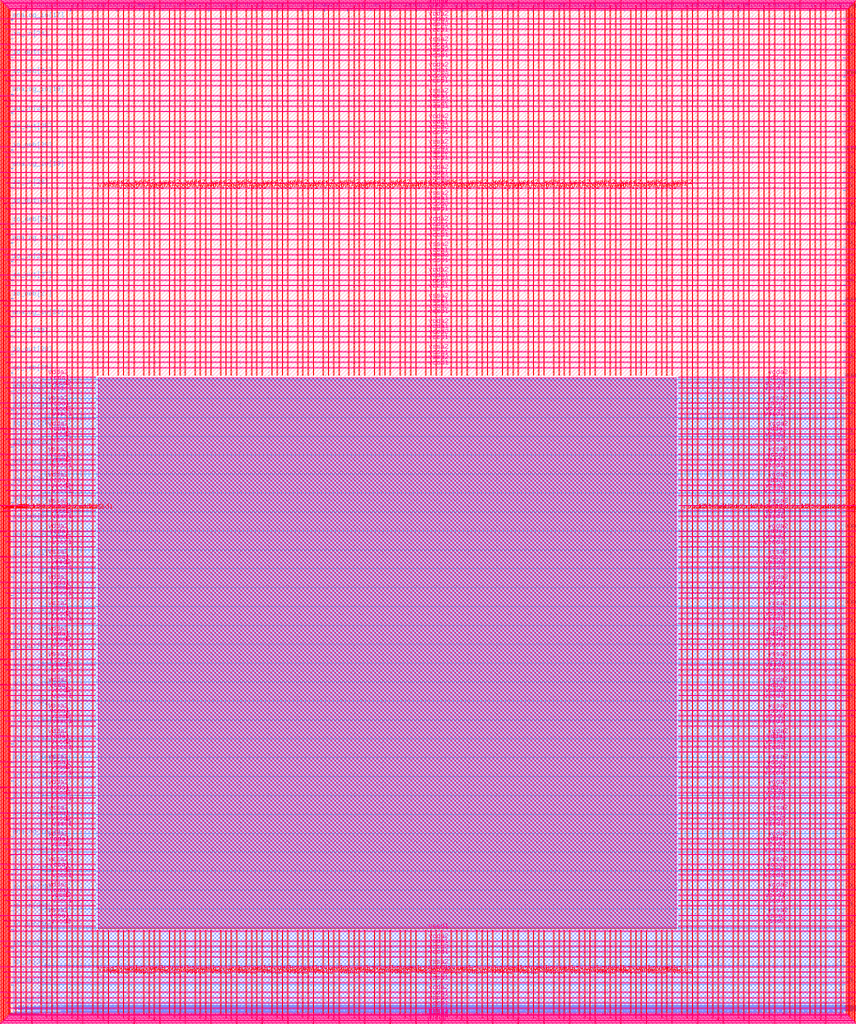
<source format=lef>
VERSION 5.7 ;
  NOWIREEXTENSIONATPIN ON ;
  DIVIDERCHAR "/" ;
  BUSBITCHARS "[]" ;
MACRO user_project_wrapper
  CLASS BLOCK ;
  FOREIGN user_project_wrapper ;
  ORIGIN 0.000 0.000 ;
  SIZE 2920.000 BY 3520.000 ;
  PIN analog_io[0]
    DIRECTION INOUT ;
    USE SIGNAL ;
    PORT
      LAYER met3 ;
        RECT 2917.600 1426.380 2924.800 1427.580 ;
    END
  END analog_io[0]
  PIN analog_io[10]
    DIRECTION INOUT ;
    USE SIGNAL ;
    PORT
      LAYER met2 ;
        RECT 2230.490 3517.600 2231.050 3524.800 ;
    END
  END analog_io[10]
  PIN analog_io[11]
    DIRECTION INOUT ;
    USE SIGNAL ;
    PORT
      LAYER met2 ;
        RECT 1905.730 3517.600 1906.290 3524.800 ;
    END
  END analog_io[11]
  PIN analog_io[12]
    DIRECTION INOUT ;
    USE SIGNAL ;
    PORT
      LAYER met2 ;
        RECT 1581.430 3517.600 1581.990 3524.800 ;
    END
  END analog_io[12]
  PIN analog_io[13]
    DIRECTION INOUT ;
    USE SIGNAL ;
    PORT
      LAYER met2 ;
        RECT 1257.130 3517.600 1257.690 3524.800 ;
    END
  END analog_io[13]
  PIN analog_io[14]
    DIRECTION INOUT ;
    USE SIGNAL ;
    PORT
      LAYER met2 ;
        RECT 932.370 3517.600 932.930 3524.800 ;
    END
  END analog_io[14]
  PIN analog_io[15]
    DIRECTION INOUT ;
    USE SIGNAL ;
    PORT
      LAYER met2 ;
        RECT 608.070 3517.600 608.630 3524.800 ;
    END
  END analog_io[15]
  PIN analog_io[16]
    DIRECTION INOUT ;
    USE SIGNAL ;
    PORT
      LAYER met2 ;
        RECT 283.770 3517.600 284.330 3524.800 ;
    END
  END analog_io[16]
  PIN analog_io[17]
    DIRECTION INOUT ;
    USE SIGNAL ;
    PORT
      LAYER met3 ;
        RECT -4.800 3486.100 2.400 3487.300 ;
    END
  END analog_io[17]
  PIN analog_io[18]
    DIRECTION INOUT ;
    USE SIGNAL ;
    PORT
      LAYER met3 ;
        RECT -4.800 3224.980 2.400 3226.180 ;
    END
  END analog_io[18]
  PIN analog_io[19]
    DIRECTION INOUT ;
    USE SIGNAL ;
    PORT
      LAYER met3 ;
        RECT -4.800 2964.540 2.400 2965.740 ;
    END
  END analog_io[19]
  PIN analog_io[1]
    DIRECTION INOUT ;
    USE SIGNAL ;
    PORT
      LAYER met3 ;
        RECT 2917.600 1692.260 2924.800 1693.460 ;
    END
  END analog_io[1]
  PIN analog_io[20]
    DIRECTION INOUT ;
    USE SIGNAL ;
    PORT
      LAYER met3 ;
        RECT -4.800 2703.420 2.400 2704.620 ;
    END
  END analog_io[20]
  PIN analog_io[21]
    DIRECTION INOUT ;
    USE SIGNAL ;
    PORT
      LAYER met3 ;
        RECT -4.800 2442.980 2.400 2444.180 ;
    END
  END analog_io[21]
  PIN analog_io[22]
    DIRECTION INOUT ;
    USE SIGNAL ;
    PORT
      LAYER met3 ;
        RECT -4.800 2182.540 2.400 2183.740 ;
    END
  END analog_io[22]
  PIN analog_io[23]
    DIRECTION INOUT ;
    USE SIGNAL ;
    PORT
      LAYER met3 ;
        RECT -4.800 1921.420 2.400 1922.620 ;
    END
  END analog_io[23]
  PIN analog_io[24]
    DIRECTION INOUT ;
    USE SIGNAL ;
    PORT
      LAYER met3 ;
        RECT -4.800 1660.980 2.400 1662.180 ;
    END
  END analog_io[24]
  PIN analog_io[25]
    DIRECTION INOUT ;
    USE SIGNAL ;
    PORT
      LAYER met3 ;
        RECT -4.800 1399.860 2.400 1401.060 ;
    END
  END analog_io[25]
  PIN analog_io[26]
    DIRECTION INOUT ;
    USE SIGNAL ;
    PORT
      LAYER met3 ;
        RECT -4.800 1139.420 2.400 1140.620 ;
    END
  END analog_io[26]
  PIN analog_io[27]
    DIRECTION INOUT ;
    USE SIGNAL ;
    PORT
      LAYER met3 ;
        RECT -4.800 878.980 2.400 880.180 ;
    END
  END analog_io[27]
  PIN analog_io[28]
    DIRECTION INOUT ;
    USE SIGNAL ;
    PORT
      LAYER met3 ;
        RECT -4.800 617.860 2.400 619.060 ;
    END
  END analog_io[28]
  PIN analog_io[2]
    DIRECTION INOUT ;
    USE SIGNAL ;
    PORT
      LAYER met3 ;
        RECT 2917.600 1958.140 2924.800 1959.340 ;
    END
  END analog_io[2]
  PIN analog_io[3]
    DIRECTION INOUT ;
    USE SIGNAL ;
    PORT
      LAYER met3 ;
        RECT 2917.600 2223.340 2924.800 2224.540 ;
    END
  END analog_io[3]
  PIN analog_io[4]
    DIRECTION INOUT ;
    USE SIGNAL ;
    PORT
      LAYER met3 ;
        RECT 2917.600 2489.220 2924.800 2490.420 ;
    END
  END analog_io[4]
  PIN analog_io[5]
    DIRECTION INOUT ;
    USE SIGNAL ;
    PORT
      LAYER met3 ;
        RECT 2917.600 2755.100 2924.800 2756.300 ;
    END
  END analog_io[5]
  PIN analog_io[6]
    DIRECTION INOUT ;
    USE SIGNAL ;
    PORT
      LAYER met3 ;
        RECT 2917.600 3020.300 2924.800 3021.500 ;
    END
  END analog_io[6]
  PIN analog_io[7]
    DIRECTION INOUT ;
    USE SIGNAL ;
    PORT
      LAYER met3 ;
        RECT 2917.600 3286.180 2924.800 3287.380 ;
    END
  END analog_io[7]
  PIN analog_io[8]
    DIRECTION INOUT ;
    USE SIGNAL ;
    PORT
      LAYER met2 ;
        RECT 2879.090 3517.600 2879.650 3524.800 ;
    END
  END analog_io[8]
  PIN analog_io[9]
    DIRECTION INOUT ;
    USE SIGNAL ;
    PORT
      LAYER met2 ;
        RECT 2554.790 3517.600 2555.350 3524.800 ;
    END
  END analog_io[9]
  PIN io_in[0]
    DIRECTION INPUT ;
    USE SIGNAL ;
    PORT
      LAYER met3 ;
        RECT 2917.600 32.380 2924.800 33.580 ;
    END
  END io_in[0]
  PIN io_in[10]
    DIRECTION INPUT ;
    USE SIGNAL ;
    PORT
      LAYER met3 ;
        RECT 2917.600 2289.980 2924.800 2291.180 ;
    END
  END io_in[10]
  PIN io_in[11]
    DIRECTION INPUT ;
    USE SIGNAL ;
    PORT
      LAYER met3 ;
        RECT 2917.600 2555.860 2924.800 2557.060 ;
    END
  END io_in[11]
  PIN io_in[12]
    DIRECTION INPUT ;
    USE SIGNAL ;
    PORT
      LAYER met3 ;
        RECT 2917.600 2821.060 2924.800 2822.260 ;
    END
  END io_in[12]
  PIN io_in[13]
    DIRECTION INPUT ;
    USE SIGNAL ;
    PORT
      LAYER met3 ;
        RECT 2917.600 3086.940 2924.800 3088.140 ;
    END
  END io_in[13]
  PIN io_in[14]
    DIRECTION INPUT ;
    USE SIGNAL ;
    PORT
      LAYER met3 ;
        RECT 2917.600 3352.820 2924.800 3354.020 ;
    END
  END io_in[14]
  PIN io_in[15]
    DIRECTION INPUT ;
    USE SIGNAL ;
    PORT
      LAYER met2 ;
        RECT 2798.130 3517.600 2798.690 3524.800 ;
    END
  END io_in[15]
  PIN io_in[16]
    DIRECTION INPUT ;
    USE SIGNAL ;
    PORT
      LAYER met2 ;
        RECT 2473.830 3517.600 2474.390 3524.800 ;
    END
  END io_in[16]
  PIN io_in[17]
    DIRECTION INPUT ;
    USE SIGNAL ;
    PORT
      LAYER met2 ;
        RECT 2149.070 3517.600 2149.630 3524.800 ;
    END
  END io_in[17]
  PIN io_in[18]
    DIRECTION INPUT ;
    USE SIGNAL ;
    PORT
      LAYER met2 ;
        RECT 1824.770 3517.600 1825.330 3524.800 ;
    END
  END io_in[18]
  PIN io_in[19]
    DIRECTION INPUT ;
    USE SIGNAL ;
    PORT
      LAYER met2 ;
        RECT 1500.470 3517.600 1501.030 3524.800 ;
    END
  END io_in[19]
  PIN io_in[1]
    DIRECTION INPUT ;
    USE SIGNAL ;
    PORT
      LAYER met3 ;
        RECT 2917.600 230.940 2924.800 232.140 ;
    END
  END io_in[1]
  PIN io_in[20]
    DIRECTION INPUT ;
    USE SIGNAL ;
    PORT
      LAYER met2 ;
        RECT 1175.710 3517.600 1176.270 3524.800 ;
    END
  END io_in[20]
  PIN io_in[21]
    DIRECTION INPUT ;
    USE SIGNAL ;
    PORT
      LAYER met2 ;
        RECT 851.410 3517.600 851.970 3524.800 ;
    END
  END io_in[21]
  PIN io_in[22]
    DIRECTION INPUT ;
    USE SIGNAL ;
    PORT
      LAYER met2 ;
        RECT 527.110 3517.600 527.670 3524.800 ;
    END
  END io_in[22]
  PIN io_in[23]
    DIRECTION INPUT ;
    USE SIGNAL ;
    PORT
      LAYER met2 ;
        RECT 202.350 3517.600 202.910 3524.800 ;
    END
  END io_in[23]
  PIN io_in[24]
    DIRECTION INPUT ;
    USE SIGNAL ;
    PORT
      LAYER met3 ;
        RECT -4.800 3420.820 2.400 3422.020 ;
    END
  END io_in[24]
  PIN io_in[25]
    DIRECTION INPUT ;
    USE SIGNAL ;
    PORT
      LAYER met3 ;
        RECT -4.800 3159.700 2.400 3160.900 ;
    END
  END io_in[25]
  PIN io_in[26]
    DIRECTION INPUT ;
    USE SIGNAL ;
    PORT
      LAYER met3 ;
        RECT -4.800 2899.260 2.400 2900.460 ;
    END
  END io_in[26]
  PIN io_in[27]
    DIRECTION INPUT ;
    USE SIGNAL ;
    PORT
      LAYER met3 ;
        RECT -4.800 2638.820 2.400 2640.020 ;
    END
  END io_in[27]
  PIN io_in[28]
    DIRECTION INPUT ;
    USE SIGNAL ;
    PORT
      LAYER met3 ;
        RECT -4.800 2377.700 2.400 2378.900 ;
    END
  END io_in[28]
  PIN io_in[29]
    DIRECTION INPUT ;
    USE SIGNAL ;
    PORT
      LAYER met3 ;
        RECT -4.800 2117.260 2.400 2118.460 ;
    END
  END io_in[29]
  PIN io_in[2]
    DIRECTION INPUT ;
    USE SIGNAL ;
    PORT
      LAYER met3 ;
        RECT 2917.600 430.180 2924.800 431.380 ;
    END
  END io_in[2]
  PIN io_in[30]
    DIRECTION INPUT ;
    USE SIGNAL ;
    PORT
      LAYER met3 ;
        RECT -4.800 1856.140 2.400 1857.340 ;
    END
  END io_in[30]
  PIN io_in[31]
    DIRECTION INPUT ;
    USE SIGNAL ;
    PORT
      LAYER met3 ;
        RECT -4.800 1595.700 2.400 1596.900 ;
    END
  END io_in[31]
  PIN io_in[32]
    DIRECTION INPUT ;
    USE SIGNAL ;
    PORT
      LAYER met3 ;
        RECT -4.800 1335.260 2.400 1336.460 ;
    END
  END io_in[32]
  PIN io_in[33]
    DIRECTION INPUT ;
    USE SIGNAL ;
    PORT
      LAYER met3 ;
        RECT -4.800 1074.140 2.400 1075.340 ;
    END
  END io_in[33]
  PIN io_in[34]
    DIRECTION INPUT ;
    USE SIGNAL ;
    PORT
      LAYER met3 ;
        RECT -4.800 813.700 2.400 814.900 ;
    END
  END io_in[34]
  PIN io_in[35]
    DIRECTION INPUT ;
    USE SIGNAL ;
    PORT
      LAYER met3 ;
        RECT -4.800 552.580 2.400 553.780 ;
    END
  END io_in[35]
  PIN io_in[36]
    DIRECTION INPUT ;
    USE SIGNAL ;
    PORT
      LAYER met3 ;
        RECT -4.800 357.420 2.400 358.620 ;
    END
  END io_in[36]
  PIN io_in[37]
    DIRECTION INPUT ;
    USE SIGNAL ;
    PORT
      LAYER met3 ;
        RECT -4.800 161.580 2.400 162.780 ;
    END
  END io_in[37]
  PIN io_in[3]
    DIRECTION INPUT ;
    USE SIGNAL ;
    PORT
      LAYER met3 ;
        RECT 2917.600 629.420 2924.800 630.620 ;
    END
  END io_in[3]
  PIN io_in[4]
    DIRECTION INPUT ;
    USE SIGNAL ;
    PORT
      LAYER met3 ;
        RECT 2917.600 828.660 2924.800 829.860 ;
    END
  END io_in[4]
  PIN io_in[5]
    DIRECTION INPUT ;
    USE SIGNAL ;
    PORT
      LAYER met3 ;
        RECT 2917.600 1027.900 2924.800 1029.100 ;
    END
  END io_in[5]
  PIN io_in[6]
    DIRECTION INPUT ;
    USE SIGNAL ;
    PORT
      LAYER met3 ;
        RECT 2917.600 1227.140 2924.800 1228.340 ;
    END
  END io_in[6]
  PIN io_in[7]
    DIRECTION INPUT ;
    USE SIGNAL ;
    PORT
      LAYER met3 ;
        RECT 2917.600 1493.020 2924.800 1494.220 ;
    END
  END io_in[7]
  PIN io_in[8]
    DIRECTION INPUT ;
    USE SIGNAL ;
    PORT
      LAYER met3 ;
        RECT 2917.600 1758.900 2924.800 1760.100 ;
    END
  END io_in[8]
  PIN io_in[9]
    DIRECTION INPUT ;
    USE SIGNAL ;
    PORT
      LAYER met3 ;
        RECT 2917.600 2024.100 2924.800 2025.300 ;
    END
  END io_in[9]
  PIN io_oeb[0]
    DIRECTION OUTPUT TRISTATE ;
    USE SIGNAL ;
    PORT
      LAYER met3 ;
        RECT 2917.600 164.980 2924.800 166.180 ;
    END
  END io_oeb[0]
  PIN io_oeb[10]
    DIRECTION OUTPUT TRISTATE ;
    USE SIGNAL ;
    PORT
      LAYER met3 ;
        RECT 2917.600 2422.580 2924.800 2423.780 ;
    END
  END io_oeb[10]
  PIN io_oeb[11]
    DIRECTION OUTPUT TRISTATE ;
    USE SIGNAL ;
    PORT
      LAYER met3 ;
        RECT 2917.600 2688.460 2924.800 2689.660 ;
    END
  END io_oeb[11]
  PIN io_oeb[12]
    DIRECTION OUTPUT TRISTATE ;
    USE SIGNAL ;
    PORT
      LAYER met3 ;
        RECT 2917.600 2954.340 2924.800 2955.540 ;
    END
  END io_oeb[12]
  PIN io_oeb[13]
    DIRECTION OUTPUT TRISTATE ;
    USE SIGNAL ;
    PORT
      LAYER met3 ;
        RECT 2917.600 3219.540 2924.800 3220.740 ;
    END
  END io_oeb[13]
  PIN io_oeb[14]
    DIRECTION OUTPUT TRISTATE ;
    USE SIGNAL ;
    PORT
      LAYER met3 ;
        RECT 2917.600 3485.420 2924.800 3486.620 ;
    END
  END io_oeb[14]
  PIN io_oeb[15]
    DIRECTION OUTPUT TRISTATE ;
    USE SIGNAL ;
    PORT
      LAYER met2 ;
        RECT 2635.750 3517.600 2636.310 3524.800 ;
    END
  END io_oeb[15]
  PIN io_oeb[16]
    DIRECTION OUTPUT TRISTATE ;
    USE SIGNAL ;
    PORT
      LAYER met2 ;
        RECT 2311.450 3517.600 2312.010 3524.800 ;
    END
  END io_oeb[16]
  PIN io_oeb[17]
    DIRECTION OUTPUT TRISTATE ;
    USE SIGNAL ;
    PORT
      LAYER met2 ;
        RECT 1987.150 3517.600 1987.710 3524.800 ;
    END
  END io_oeb[17]
  PIN io_oeb[18]
    DIRECTION OUTPUT TRISTATE ;
    USE SIGNAL ;
    PORT
      LAYER met2 ;
        RECT 1662.390 3517.600 1662.950 3524.800 ;
    END
  END io_oeb[18]
  PIN io_oeb[19]
    DIRECTION OUTPUT TRISTATE ;
    USE SIGNAL ;
    PORT
      LAYER met2 ;
        RECT 1338.090 3517.600 1338.650 3524.800 ;
    END
  END io_oeb[19]
  PIN io_oeb[1]
    DIRECTION OUTPUT TRISTATE ;
    USE SIGNAL ;
    PORT
      LAYER met3 ;
        RECT 2917.600 364.220 2924.800 365.420 ;
    END
  END io_oeb[1]
  PIN io_oeb[20]
    DIRECTION OUTPUT TRISTATE ;
    USE SIGNAL ;
    PORT
      LAYER met2 ;
        RECT 1013.790 3517.600 1014.350 3524.800 ;
    END
  END io_oeb[20]
  PIN io_oeb[21]
    DIRECTION OUTPUT TRISTATE ;
    USE SIGNAL ;
    PORT
      LAYER met2 ;
        RECT 689.030 3517.600 689.590 3524.800 ;
    END
  END io_oeb[21]
  PIN io_oeb[22]
    DIRECTION OUTPUT TRISTATE ;
    USE SIGNAL ;
    PORT
      LAYER met2 ;
        RECT 364.730 3517.600 365.290 3524.800 ;
    END
  END io_oeb[22]
  PIN io_oeb[23]
    DIRECTION OUTPUT TRISTATE ;
    USE SIGNAL ;
    PORT
      LAYER met2 ;
        RECT 40.430 3517.600 40.990 3524.800 ;
    END
  END io_oeb[23]
  PIN io_oeb[24]
    DIRECTION OUTPUT TRISTATE ;
    USE SIGNAL ;
    PORT
      LAYER met3 ;
        RECT -4.800 3290.260 2.400 3291.460 ;
    END
  END io_oeb[24]
  PIN io_oeb[25]
    DIRECTION OUTPUT TRISTATE ;
    USE SIGNAL ;
    PORT
      LAYER met3 ;
        RECT -4.800 3029.820 2.400 3031.020 ;
    END
  END io_oeb[25]
  PIN io_oeb[26]
    DIRECTION OUTPUT TRISTATE ;
    USE SIGNAL ;
    PORT
      LAYER met3 ;
        RECT -4.800 2768.700 2.400 2769.900 ;
    END
  END io_oeb[26]
  PIN io_oeb[27]
    DIRECTION OUTPUT TRISTATE ;
    USE SIGNAL ;
    PORT
      LAYER met3 ;
        RECT -4.800 2508.260 2.400 2509.460 ;
    END
  END io_oeb[27]
  PIN io_oeb[28]
    DIRECTION OUTPUT TRISTATE ;
    USE SIGNAL ;
    PORT
      LAYER met3 ;
        RECT -4.800 2247.140 2.400 2248.340 ;
    END
  END io_oeb[28]
  PIN io_oeb[29]
    DIRECTION OUTPUT TRISTATE ;
    USE SIGNAL ;
    PORT
      LAYER met3 ;
        RECT -4.800 1986.700 2.400 1987.900 ;
    END
  END io_oeb[29]
  PIN io_oeb[2]
    DIRECTION OUTPUT TRISTATE ;
    USE SIGNAL ;
    PORT
      LAYER met3 ;
        RECT 2917.600 563.460 2924.800 564.660 ;
    END
  END io_oeb[2]
  PIN io_oeb[30]
    DIRECTION OUTPUT TRISTATE ;
    USE SIGNAL ;
    PORT
      LAYER met3 ;
        RECT -4.800 1726.260 2.400 1727.460 ;
    END
  END io_oeb[30]
  PIN io_oeb[31]
    DIRECTION OUTPUT TRISTATE ;
    USE SIGNAL ;
    PORT
      LAYER met3 ;
        RECT -4.800 1465.140 2.400 1466.340 ;
    END
  END io_oeb[31]
  PIN io_oeb[32]
    DIRECTION OUTPUT TRISTATE ;
    USE SIGNAL ;
    PORT
      LAYER met3 ;
        RECT -4.800 1204.700 2.400 1205.900 ;
    END
  END io_oeb[32]
  PIN io_oeb[33]
    DIRECTION OUTPUT TRISTATE ;
    USE SIGNAL ;
    PORT
      LAYER met3 ;
        RECT -4.800 943.580 2.400 944.780 ;
    END
  END io_oeb[33]
  PIN io_oeb[34]
    DIRECTION OUTPUT TRISTATE ;
    USE SIGNAL ;
    PORT
      LAYER met3 ;
        RECT -4.800 683.140 2.400 684.340 ;
    END
  END io_oeb[34]
  PIN io_oeb[35]
    DIRECTION OUTPUT TRISTATE ;
    USE SIGNAL ;
    PORT
      LAYER met3 ;
        RECT -4.800 422.700 2.400 423.900 ;
    END
  END io_oeb[35]
  PIN io_oeb[36]
    DIRECTION OUTPUT TRISTATE ;
    USE SIGNAL ;
    PORT
      LAYER met3 ;
        RECT -4.800 226.860 2.400 228.060 ;
    END
  END io_oeb[36]
  PIN io_oeb[37]
    DIRECTION OUTPUT TRISTATE ;
    USE SIGNAL ;
    PORT
      LAYER met3 ;
        RECT -4.800 31.700 2.400 32.900 ;
    END
  END io_oeb[37]
  PIN io_oeb[3]
    DIRECTION OUTPUT TRISTATE ;
    USE SIGNAL ;
    PORT
      LAYER met3 ;
        RECT 2917.600 762.700 2924.800 763.900 ;
    END
  END io_oeb[3]
  PIN io_oeb[4]
    DIRECTION OUTPUT TRISTATE ;
    USE SIGNAL ;
    PORT
      LAYER met3 ;
        RECT 2917.600 961.940 2924.800 963.140 ;
    END
  END io_oeb[4]
  PIN io_oeb[5]
    DIRECTION OUTPUT TRISTATE ;
    USE SIGNAL ;
    PORT
      LAYER met3 ;
        RECT 2917.600 1161.180 2924.800 1162.380 ;
    END
  END io_oeb[5]
  PIN io_oeb[6]
    DIRECTION OUTPUT TRISTATE ;
    USE SIGNAL ;
    PORT
      LAYER met3 ;
        RECT 2917.600 1360.420 2924.800 1361.620 ;
    END
  END io_oeb[6]
  PIN io_oeb[7]
    DIRECTION OUTPUT TRISTATE ;
    USE SIGNAL ;
    PORT
      LAYER met3 ;
        RECT 2917.600 1625.620 2924.800 1626.820 ;
    END
  END io_oeb[7]
  PIN io_oeb[8]
    DIRECTION OUTPUT TRISTATE ;
    USE SIGNAL ;
    PORT
      LAYER met3 ;
        RECT 2917.600 1891.500 2924.800 1892.700 ;
    END
  END io_oeb[8]
  PIN io_oeb[9]
    DIRECTION OUTPUT TRISTATE ;
    USE SIGNAL ;
    PORT
      LAYER met3 ;
        RECT 2917.600 2157.380 2924.800 2158.580 ;
    END
  END io_oeb[9]
  PIN io_out[0]
    DIRECTION OUTPUT TRISTATE ;
    USE SIGNAL ;
    PORT
      LAYER met3 ;
        RECT 2917.600 98.340 2924.800 99.540 ;
    END
  END io_out[0]
  PIN io_out[10]
    DIRECTION OUTPUT TRISTATE ;
    USE SIGNAL ;
    PORT
      LAYER met3 ;
        RECT 2917.600 2356.620 2924.800 2357.820 ;
    END
  END io_out[10]
  PIN io_out[11]
    DIRECTION OUTPUT TRISTATE ;
    USE SIGNAL ;
    PORT
      LAYER met3 ;
        RECT 2917.600 2621.820 2924.800 2623.020 ;
    END
  END io_out[11]
  PIN io_out[12]
    DIRECTION OUTPUT TRISTATE ;
    USE SIGNAL ;
    PORT
      LAYER met3 ;
        RECT 2917.600 2887.700 2924.800 2888.900 ;
    END
  END io_out[12]
  PIN io_out[13]
    DIRECTION OUTPUT TRISTATE ;
    USE SIGNAL ;
    PORT
      LAYER met3 ;
        RECT 2917.600 3153.580 2924.800 3154.780 ;
    END
  END io_out[13]
  PIN io_out[14]
    DIRECTION OUTPUT TRISTATE ;
    USE SIGNAL ;
    PORT
      LAYER met3 ;
        RECT 2917.600 3418.780 2924.800 3419.980 ;
    END
  END io_out[14]
  PIN io_out[15]
    DIRECTION OUTPUT TRISTATE ;
    USE SIGNAL ;
    PORT
      LAYER met2 ;
        RECT 2717.170 3517.600 2717.730 3524.800 ;
    END
  END io_out[15]
  PIN io_out[16]
    DIRECTION OUTPUT TRISTATE ;
    USE SIGNAL ;
    PORT
      LAYER met2 ;
        RECT 2392.410 3517.600 2392.970 3524.800 ;
    END
  END io_out[16]
  PIN io_out[17]
    DIRECTION OUTPUT TRISTATE ;
    USE SIGNAL ;
    PORT
      LAYER met2 ;
        RECT 2068.110 3517.600 2068.670 3524.800 ;
    END
  END io_out[17]
  PIN io_out[18]
    DIRECTION OUTPUT TRISTATE ;
    USE SIGNAL ;
    PORT
      LAYER met2 ;
        RECT 1743.810 3517.600 1744.370 3524.800 ;
    END
  END io_out[18]
  PIN io_out[19]
    DIRECTION OUTPUT TRISTATE ;
    USE SIGNAL ;
    PORT
      LAYER met2 ;
        RECT 1419.050 3517.600 1419.610 3524.800 ;
    END
  END io_out[19]
  PIN io_out[1]
    DIRECTION OUTPUT TRISTATE ;
    USE SIGNAL ;
    PORT
      LAYER met3 ;
        RECT 2917.600 297.580 2924.800 298.780 ;
    END
  END io_out[1]
  PIN io_out[20]
    DIRECTION OUTPUT TRISTATE ;
    USE SIGNAL ;
    PORT
      LAYER met2 ;
        RECT 1094.750 3517.600 1095.310 3524.800 ;
    END
  END io_out[20]
  PIN io_out[21]
    DIRECTION OUTPUT TRISTATE ;
    USE SIGNAL ;
    PORT
      LAYER met2 ;
        RECT 770.450 3517.600 771.010 3524.800 ;
    END
  END io_out[21]
  PIN io_out[22]
    DIRECTION OUTPUT TRISTATE ;
    USE SIGNAL ;
    PORT
      LAYER met2 ;
        RECT 445.690 3517.600 446.250 3524.800 ;
    END
  END io_out[22]
  PIN io_out[23]
    DIRECTION OUTPUT TRISTATE ;
    USE SIGNAL ;
    PORT
      LAYER met2 ;
        RECT 121.390 3517.600 121.950 3524.800 ;
    END
  END io_out[23]
  PIN io_out[24]
    DIRECTION OUTPUT TRISTATE ;
    USE SIGNAL ;
    PORT
      LAYER met3 ;
        RECT -4.800 3355.540 2.400 3356.740 ;
    END
  END io_out[24]
  PIN io_out[25]
    DIRECTION OUTPUT TRISTATE ;
    USE SIGNAL ;
    PORT
      LAYER met3 ;
        RECT -4.800 3095.100 2.400 3096.300 ;
    END
  END io_out[25]
  PIN io_out[26]
    DIRECTION OUTPUT TRISTATE ;
    USE SIGNAL ;
    PORT
      LAYER met3 ;
        RECT -4.800 2833.980 2.400 2835.180 ;
    END
  END io_out[26]
  PIN io_out[27]
    DIRECTION OUTPUT TRISTATE ;
    USE SIGNAL ;
    PORT
      LAYER met3 ;
        RECT -4.800 2573.540 2.400 2574.740 ;
    END
  END io_out[27]
  PIN io_out[28]
    DIRECTION OUTPUT TRISTATE ;
    USE SIGNAL ;
    PORT
      LAYER met3 ;
        RECT -4.800 2312.420 2.400 2313.620 ;
    END
  END io_out[28]
  PIN io_out[29]
    DIRECTION OUTPUT TRISTATE ;
    USE SIGNAL ;
    PORT
      LAYER met3 ;
        RECT -4.800 2051.980 2.400 2053.180 ;
    END
  END io_out[29]
  PIN io_out[2]
    DIRECTION OUTPUT TRISTATE ;
    USE SIGNAL ;
    PORT
      LAYER met3 ;
        RECT 2917.600 496.820 2924.800 498.020 ;
    END
  END io_out[2]
  PIN io_out[30]
    DIRECTION OUTPUT TRISTATE ;
    USE SIGNAL ;
    PORT
      LAYER met3 ;
        RECT -4.800 1791.540 2.400 1792.740 ;
    END
  END io_out[30]
  PIN io_out[31]
    DIRECTION OUTPUT TRISTATE ;
    USE SIGNAL ;
    PORT
      LAYER met3 ;
        RECT -4.800 1530.420 2.400 1531.620 ;
    END
  END io_out[31]
  PIN io_out[32]
    DIRECTION OUTPUT TRISTATE ;
    USE SIGNAL ;
    PORT
      LAYER met3 ;
        RECT -4.800 1269.980 2.400 1271.180 ;
    END
  END io_out[32]
  PIN io_out[33]
    DIRECTION OUTPUT TRISTATE ;
    USE SIGNAL ;
    PORT
      LAYER met3 ;
        RECT -4.800 1008.860 2.400 1010.060 ;
    END
  END io_out[33]
  PIN io_out[34]
    DIRECTION OUTPUT TRISTATE ;
    USE SIGNAL ;
    PORT
      LAYER met3 ;
        RECT -4.800 748.420 2.400 749.620 ;
    END
  END io_out[34]
  PIN io_out[35]
    DIRECTION OUTPUT TRISTATE ;
    USE SIGNAL ;
    PORT
      LAYER met3 ;
        RECT -4.800 487.300 2.400 488.500 ;
    END
  END io_out[35]
  PIN io_out[36]
    DIRECTION OUTPUT TRISTATE ;
    USE SIGNAL ;
    PORT
      LAYER met3 ;
        RECT -4.800 292.140 2.400 293.340 ;
    END
  END io_out[36]
  PIN io_out[37]
    DIRECTION OUTPUT TRISTATE ;
    USE SIGNAL ;
    PORT
      LAYER met3 ;
        RECT -4.800 96.300 2.400 97.500 ;
    END
  END io_out[37]
  PIN io_out[3]
    DIRECTION OUTPUT TRISTATE ;
    USE SIGNAL ;
    PORT
      LAYER met3 ;
        RECT 2917.600 696.060 2924.800 697.260 ;
    END
  END io_out[3]
  PIN io_out[4]
    DIRECTION OUTPUT TRISTATE ;
    USE SIGNAL ;
    PORT
      LAYER met3 ;
        RECT 2917.600 895.300 2924.800 896.500 ;
    END
  END io_out[4]
  PIN io_out[5]
    DIRECTION OUTPUT TRISTATE ;
    USE SIGNAL ;
    PORT
      LAYER met3 ;
        RECT 2917.600 1094.540 2924.800 1095.740 ;
    END
  END io_out[5]
  PIN io_out[6]
    DIRECTION OUTPUT TRISTATE ;
    USE SIGNAL ;
    PORT
      LAYER met3 ;
        RECT 2917.600 1293.780 2924.800 1294.980 ;
    END
  END io_out[6]
  PIN io_out[7]
    DIRECTION OUTPUT TRISTATE ;
    USE SIGNAL ;
    PORT
      LAYER met3 ;
        RECT 2917.600 1559.660 2924.800 1560.860 ;
    END
  END io_out[7]
  PIN io_out[8]
    DIRECTION OUTPUT TRISTATE ;
    USE SIGNAL ;
    PORT
      LAYER met3 ;
        RECT 2917.600 1824.860 2924.800 1826.060 ;
    END
  END io_out[8]
  PIN io_out[9]
    DIRECTION OUTPUT TRISTATE ;
    USE SIGNAL ;
    PORT
      LAYER met3 ;
        RECT 2917.600 2090.740 2924.800 2091.940 ;
    END
  END io_out[9]
  PIN la_data_in[0]
    DIRECTION INPUT ;
    USE SIGNAL ;
    PORT
      LAYER met2 ;
        RECT 629.230 -4.800 629.790 2.400 ;
    END
  END la_data_in[0]
  PIN la_data_in[100]
    DIRECTION INPUT ;
    USE SIGNAL ;
    PORT
      LAYER met2 ;
        RECT 2402.530 -4.800 2403.090 2.400 ;
    END
  END la_data_in[100]
  PIN la_data_in[101]
    DIRECTION INPUT ;
    USE SIGNAL ;
    PORT
      LAYER met2 ;
        RECT 2420.010 -4.800 2420.570 2.400 ;
    END
  END la_data_in[101]
  PIN la_data_in[102]
    DIRECTION INPUT ;
    USE SIGNAL ;
    PORT
      LAYER met2 ;
        RECT 2437.950 -4.800 2438.510 2.400 ;
    END
  END la_data_in[102]
  PIN la_data_in[103]
    DIRECTION INPUT ;
    USE SIGNAL ;
    PORT
      LAYER met2 ;
        RECT 2455.430 -4.800 2455.990 2.400 ;
    END
  END la_data_in[103]
  PIN la_data_in[104]
    DIRECTION INPUT ;
    USE SIGNAL ;
    PORT
      LAYER met2 ;
        RECT 2473.370 -4.800 2473.930 2.400 ;
    END
  END la_data_in[104]
  PIN la_data_in[105]
    DIRECTION INPUT ;
    USE SIGNAL ;
    PORT
      LAYER met2 ;
        RECT 2490.850 -4.800 2491.410 2.400 ;
    END
  END la_data_in[105]
  PIN la_data_in[106]
    DIRECTION INPUT ;
    USE SIGNAL ;
    PORT
      LAYER met2 ;
        RECT 2508.790 -4.800 2509.350 2.400 ;
    END
  END la_data_in[106]
  PIN la_data_in[107]
    DIRECTION INPUT ;
    USE SIGNAL ;
    PORT
      LAYER met2 ;
        RECT 2526.730 -4.800 2527.290 2.400 ;
    END
  END la_data_in[107]
  PIN la_data_in[108]
    DIRECTION INPUT ;
    USE SIGNAL ;
    PORT
      LAYER met2 ;
        RECT 2544.210 -4.800 2544.770 2.400 ;
    END
  END la_data_in[108]
  PIN la_data_in[109]
    DIRECTION INPUT ;
    USE SIGNAL ;
    PORT
      LAYER met2 ;
        RECT 2562.150 -4.800 2562.710 2.400 ;
    END
  END la_data_in[109]
  PIN la_data_in[10]
    DIRECTION INPUT ;
    USE SIGNAL ;
    PORT
      LAYER met2 ;
        RECT 806.330 -4.800 806.890 2.400 ;
    END
  END la_data_in[10]
  PIN la_data_in[110]
    DIRECTION INPUT ;
    USE SIGNAL ;
    PORT
      LAYER met2 ;
        RECT 2579.630 -4.800 2580.190 2.400 ;
    END
  END la_data_in[110]
  PIN la_data_in[111]
    DIRECTION INPUT ;
    USE SIGNAL ;
    PORT
      LAYER met2 ;
        RECT 2597.570 -4.800 2598.130 2.400 ;
    END
  END la_data_in[111]
  PIN la_data_in[112]
    DIRECTION INPUT ;
    USE SIGNAL ;
    PORT
      LAYER met2 ;
        RECT 2615.050 -4.800 2615.610 2.400 ;
    END
  END la_data_in[112]
  PIN la_data_in[113]
    DIRECTION INPUT ;
    USE SIGNAL ;
    PORT
      LAYER met2 ;
        RECT 2632.990 -4.800 2633.550 2.400 ;
    END
  END la_data_in[113]
  PIN la_data_in[114]
    DIRECTION INPUT ;
    USE SIGNAL ;
    PORT
      LAYER met2 ;
        RECT 2650.470 -4.800 2651.030 2.400 ;
    END
  END la_data_in[114]
  PIN la_data_in[115]
    DIRECTION INPUT ;
    USE SIGNAL ;
    PORT
      LAYER met2 ;
        RECT 2668.410 -4.800 2668.970 2.400 ;
    END
  END la_data_in[115]
  PIN la_data_in[116]
    DIRECTION INPUT ;
    USE SIGNAL ;
    PORT
      LAYER met2 ;
        RECT 2685.890 -4.800 2686.450 2.400 ;
    END
  END la_data_in[116]
  PIN la_data_in[117]
    DIRECTION INPUT ;
    USE SIGNAL ;
    PORT
      LAYER met2 ;
        RECT 2703.830 -4.800 2704.390 2.400 ;
    END
  END la_data_in[117]
  PIN la_data_in[118]
    DIRECTION INPUT ;
    USE SIGNAL ;
    PORT
      LAYER met2 ;
        RECT 2721.770 -4.800 2722.330 2.400 ;
    END
  END la_data_in[118]
  PIN la_data_in[119]
    DIRECTION INPUT ;
    USE SIGNAL ;
    PORT
      LAYER met2 ;
        RECT 2739.250 -4.800 2739.810 2.400 ;
    END
  END la_data_in[119]
  PIN la_data_in[11]
    DIRECTION INPUT ;
    USE SIGNAL ;
    PORT
      LAYER met2 ;
        RECT 824.270 -4.800 824.830 2.400 ;
    END
  END la_data_in[11]
  PIN la_data_in[120]
    DIRECTION INPUT ;
    USE SIGNAL ;
    PORT
      LAYER met2 ;
        RECT 2757.190 -4.800 2757.750 2.400 ;
    END
  END la_data_in[120]
  PIN la_data_in[121]
    DIRECTION INPUT ;
    USE SIGNAL ;
    PORT
      LAYER met2 ;
        RECT 2774.670 -4.800 2775.230 2.400 ;
    END
  END la_data_in[121]
  PIN la_data_in[122]
    DIRECTION INPUT ;
    USE SIGNAL ;
    PORT
      LAYER met2 ;
        RECT 2792.610 -4.800 2793.170 2.400 ;
    END
  END la_data_in[122]
  PIN la_data_in[123]
    DIRECTION INPUT ;
    USE SIGNAL ;
    PORT
      LAYER met2 ;
        RECT 2810.090 -4.800 2810.650 2.400 ;
    END
  END la_data_in[123]
  PIN la_data_in[124]
    DIRECTION INPUT ;
    USE SIGNAL ;
    PORT
      LAYER met2 ;
        RECT 2828.030 -4.800 2828.590 2.400 ;
    END
  END la_data_in[124]
  PIN la_data_in[125]
    DIRECTION INPUT ;
    USE SIGNAL ;
    PORT
      LAYER met2 ;
        RECT 2845.510 -4.800 2846.070 2.400 ;
    END
  END la_data_in[125]
  PIN la_data_in[126]
    DIRECTION INPUT ;
    USE SIGNAL ;
    PORT
      LAYER met2 ;
        RECT 2863.450 -4.800 2864.010 2.400 ;
    END
  END la_data_in[126]
  PIN la_data_in[127]
    DIRECTION INPUT ;
    USE SIGNAL ;
    PORT
      LAYER met2 ;
        RECT 2881.390 -4.800 2881.950 2.400 ;
    END
  END la_data_in[127]
  PIN la_data_in[12]
    DIRECTION INPUT ;
    USE SIGNAL ;
    PORT
      LAYER met2 ;
        RECT 841.750 -4.800 842.310 2.400 ;
    END
  END la_data_in[12]
  PIN la_data_in[13]
    DIRECTION INPUT ;
    USE SIGNAL ;
    PORT
      LAYER met2 ;
        RECT 859.690 -4.800 860.250 2.400 ;
    END
  END la_data_in[13]
  PIN la_data_in[14]
    DIRECTION INPUT ;
    USE SIGNAL ;
    PORT
      LAYER met2 ;
        RECT 877.170 -4.800 877.730 2.400 ;
    END
  END la_data_in[14]
  PIN la_data_in[15]
    DIRECTION INPUT ;
    USE SIGNAL ;
    PORT
      LAYER met2 ;
        RECT 895.110 -4.800 895.670 2.400 ;
    END
  END la_data_in[15]
  PIN la_data_in[16]
    DIRECTION INPUT ;
    USE SIGNAL ;
    PORT
      LAYER met2 ;
        RECT 912.590 -4.800 913.150 2.400 ;
    END
  END la_data_in[16]
  PIN la_data_in[17]
    DIRECTION INPUT ;
    USE SIGNAL ;
    PORT
      LAYER met2 ;
        RECT 930.530 -4.800 931.090 2.400 ;
    END
  END la_data_in[17]
  PIN la_data_in[18]
    DIRECTION INPUT ;
    USE SIGNAL ;
    PORT
      LAYER met2 ;
        RECT 948.470 -4.800 949.030 2.400 ;
    END
  END la_data_in[18]
  PIN la_data_in[19]
    DIRECTION INPUT ;
    USE SIGNAL ;
    PORT
      LAYER met2 ;
        RECT 965.950 -4.800 966.510 2.400 ;
    END
  END la_data_in[19]
  PIN la_data_in[1]
    DIRECTION INPUT ;
    USE SIGNAL ;
    PORT
      LAYER met2 ;
        RECT 646.710 -4.800 647.270 2.400 ;
    END
  END la_data_in[1]
  PIN la_data_in[20]
    DIRECTION INPUT ;
    USE SIGNAL ;
    PORT
      LAYER met2 ;
        RECT 983.890 -4.800 984.450 2.400 ;
    END
  END la_data_in[20]
  PIN la_data_in[21]
    DIRECTION INPUT ;
    USE SIGNAL ;
    PORT
      LAYER met2 ;
        RECT 1001.370 -4.800 1001.930 2.400 ;
    END
  END la_data_in[21]
  PIN la_data_in[22]
    DIRECTION INPUT ;
    USE SIGNAL ;
    PORT
      LAYER met2 ;
        RECT 1019.310 -4.800 1019.870 2.400 ;
    END
  END la_data_in[22]
  PIN la_data_in[23]
    DIRECTION INPUT ;
    USE SIGNAL ;
    PORT
      LAYER met2 ;
        RECT 1036.790 -4.800 1037.350 2.400 ;
    END
  END la_data_in[23]
  PIN la_data_in[24]
    DIRECTION INPUT ;
    USE SIGNAL ;
    PORT
      LAYER met2 ;
        RECT 1054.730 -4.800 1055.290 2.400 ;
    END
  END la_data_in[24]
  PIN la_data_in[25]
    DIRECTION INPUT ;
    USE SIGNAL ;
    PORT
      LAYER met2 ;
        RECT 1072.210 -4.800 1072.770 2.400 ;
    END
  END la_data_in[25]
  PIN la_data_in[26]
    DIRECTION INPUT ;
    USE SIGNAL ;
    PORT
      LAYER met2 ;
        RECT 1090.150 -4.800 1090.710 2.400 ;
    END
  END la_data_in[26]
  PIN la_data_in[27]
    DIRECTION INPUT ;
    USE SIGNAL ;
    PORT
      LAYER met2 ;
        RECT 1107.630 -4.800 1108.190 2.400 ;
    END
  END la_data_in[27]
  PIN la_data_in[28]
    DIRECTION INPUT ;
    USE SIGNAL ;
    PORT
      LAYER met2 ;
        RECT 1125.570 -4.800 1126.130 2.400 ;
    END
  END la_data_in[28]
  PIN la_data_in[29]
    DIRECTION INPUT ;
    USE SIGNAL ;
    PORT
      LAYER met2 ;
        RECT 1143.510 -4.800 1144.070 2.400 ;
    END
  END la_data_in[29]
  PIN la_data_in[2]
    DIRECTION INPUT ;
    USE SIGNAL ;
    PORT
      LAYER met2 ;
        RECT 664.650 -4.800 665.210 2.400 ;
    END
  END la_data_in[2]
  PIN la_data_in[30]
    DIRECTION INPUT ;
    USE SIGNAL ;
    PORT
      LAYER met2 ;
        RECT 1160.990 -4.800 1161.550 2.400 ;
    END
  END la_data_in[30]
  PIN la_data_in[31]
    DIRECTION INPUT ;
    USE SIGNAL ;
    PORT
      LAYER met2 ;
        RECT 1178.930 -4.800 1179.490 2.400 ;
    END
  END la_data_in[31]
  PIN la_data_in[32]
    DIRECTION INPUT ;
    USE SIGNAL ;
    PORT
      LAYER met2 ;
        RECT 1196.410 -4.800 1196.970 2.400 ;
    END
  END la_data_in[32]
  PIN la_data_in[33]
    DIRECTION INPUT ;
    USE SIGNAL ;
    PORT
      LAYER met2 ;
        RECT 1214.350 -4.800 1214.910 2.400 ;
    END
  END la_data_in[33]
  PIN la_data_in[34]
    DIRECTION INPUT ;
    USE SIGNAL ;
    PORT
      LAYER met2 ;
        RECT 1231.830 -4.800 1232.390 2.400 ;
    END
  END la_data_in[34]
  PIN la_data_in[35]
    DIRECTION INPUT ;
    USE SIGNAL ;
    PORT
      LAYER met2 ;
        RECT 1249.770 -4.800 1250.330 2.400 ;
    END
  END la_data_in[35]
  PIN la_data_in[36]
    DIRECTION INPUT ;
    USE SIGNAL ;
    PORT
      LAYER met2 ;
        RECT 1267.250 -4.800 1267.810 2.400 ;
    END
  END la_data_in[36]
  PIN la_data_in[37]
    DIRECTION INPUT ;
    USE SIGNAL ;
    PORT
      LAYER met2 ;
        RECT 1285.190 -4.800 1285.750 2.400 ;
    END
  END la_data_in[37]
  PIN la_data_in[38]
    DIRECTION INPUT ;
    USE SIGNAL ;
    PORT
      LAYER met2 ;
        RECT 1303.130 -4.800 1303.690 2.400 ;
    END
  END la_data_in[38]
  PIN la_data_in[39]
    DIRECTION INPUT ;
    USE SIGNAL ;
    PORT
      LAYER met2 ;
        RECT 1320.610 -4.800 1321.170 2.400 ;
    END
  END la_data_in[39]
  PIN la_data_in[3]
    DIRECTION INPUT ;
    USE SIGNAL ;
    PORT
      LAYER met2 ;
        RECT 682.130 -4.800 682.690 2.400 ;
    END
  END la_data_in[3]
  PIN la_data_in[40]
    DIRECTION INPUT ;
    USE SIGNAL ;
    PORT
      LAYER met2 ;
        RECT 1338.550 -4.800 1339.110 2.400 ;
    END
  END la_data_in[40]
  PIN la_data_in[41]
    DIRECTION INPUT ;
    USE SIGNAL ;
    PORT
      LAYER met2 ;
        RECT 1356.030 -4.800 1356.590 2.400 ;
    END
  END la_data_in[41]
  PIN la_data_in[42]
    DIRECTION INPUT ;
    USE SIGNAL ;
    PORT
      LAYER met2 ;
        RECT 1373.970 -4.800 1374.530 2.400 ;
    END
  END la_data_in[42]
  PIN la_data_in[43]
    DIRECTION INPUT ;
    USE SIGNAL ;
    PORT
      LAYER met2 ;
        RECT 1391.450 -4.800 1392.010 2.400 ;
    END
  END la_data_in[43]
  PIN la_data_in[44]
    DIRECTION INPUT ;
    USE SIGNAL ;
    PORT
      LAYER met2 ;
        RECT 1409.390 -4.800 1409.950 2.400 ;
    END
  END la_data_in[44]
  PIN la_data_in[45]
    DIRECTION INPUT ;
    USE SIGNAL ;
    PORT
      LAYER met2 ;
        RECT 1426.870 -4.800 1427.430 2.400 ;
    END
  END la_data_in[45]
  PIN la_data_in[46]
    DIRECTION INPUT ;
    USE SIGNAL ;
    PORT
      LAYER met2 ;
        RECT 1444.810 -4.800 1445.370 2.400 ;
    END
  END la_data_in[46]
  PIN la_data_in[47]
    DIRECTION INPUT ;
    USE SIGNAL ;
    PORT
      LAYER met2 ;
        RECT 1462.750 -4.800 1463.310 2.400 ;
    END
  END la_data_in[47]
  PIN la_data_in[48]
    DIRECTION INPUT ;
    USE SIGNAL ;
    PORT
      LAYER met2 ;
        RECT 1480.230 -4.800 1480.790 2.400 ;
    END
  END la_data_in[48]
  PIN la_data_in[49]
    DIRECTION INPUT ;
    USE SIGNAL ;
    PORT
      LAYER met2 ;
        RECT 1498.170 -4.800 1498.730 2.400 ;
    END
  END la_data_in[49]
  PIN la_data_in[4]
    DIRECTION INPUT ;
    USE SIGNAL ;
    PORT
      LAYER met2 ;
        RECT 700.070 -4.800 700.630 2.400 ;
    END
  END la_data_in[4]
  PIN la_data_in[50]
    DIRECTION INPUT ;
    USE SIGNAL ;
    PORT
      LAYER met2 ;
        RECT 1515.650 -4.800 1516.210 2.400 ;
    END
  END la_data_in[50]
  PIN la_data_in[51]
    DIRECTION INPUT ;
    USE SIGNAL ;
    PORT
      LAYER met2 ;
        RECT 1533.590 -4.800 1534.150 2.400 ;
    END
  END la_data_in[51]
  PIN la_data_in[52]
    DIRECTION INPUT ;
    USE SIGNAL ;
    PORT
      LAYER met2 ;
        RECT 1551.070 -4.800 1551.630 2.400 ;
    END
  END la_data_in[52]
  PIN la_data_in[53]
    DIRECTION INPUT ;
    USE SIGNAL ;
    PORT
      LAYER met2 ;
        RECT 1569.010 -4.800 1569.570 2.400 ;
    END
  END la_data_in[53]
  PIN la_data_in[54]
    DIRECTION INPUT ;
    USE SIGNAL ;
    PORT
      LAYER met2 ;
        RECT 1586.490 -4.800 1587.050 2.400 ;
    END
  END la_data_in[54]
  PIN la_data_in[55]
    DIRECTION INPUT ;
    USE SIGNAL ;
    PORT
      LAYER met2 ;
        RECT 1604.430 -4.800 1604.990 2.400 ;
    END
  END la_data_in[55]
  PIN la_data_in[56]
    DIRECTION INPUT ;
    USE SIGNAL ;
    PORT
      LAYER met2 ;
        RECT 1621.910 -4.800 1622.470 2.400 ;
    END
  END la_data_in[56]
  PIN la_data_in[57]
    DIRECTION INPUT ;
    USE SIGNAL ;
    PORT
      LAYER met2 ;
        RECT 1639.850 -4.800 1640.410 2.400 ;
    END
  END la_data_in[57]
  PIN la_data_in[58]
    DIRECTION INPUT ;
    USE SIGNAL ;
    PORT
      LAYER met2 ;
        RECT 1657.790 -4.800 1658.350 2.400 ;
    END
  END la_data_in[58]
  PIN la_data_in[59]
    DIRECTION INPUT ;
    USE SIGNAL ;
    PORT
      LAYER met2 ;
        RECT 1675.270 -4.800 1675.830 2.400 ;
    END
  END la_data_in[59]
  PIN la_data_in[5]
    DIRECTION INPUT ;
    USE SIGNAL ;
    PORT
      LAYER met2 ;
        RECT 717.550 -4.800 718.110 2.400 ;
    END
  END la_data_in[5]
  PIN la_data_in[60]
    DIRECTION INPUT ;
    USE SIGNAL ;
    PORT
      LAYER met2 ;
        RECT 1693.210 -4.800 1693.770 2.400 ;
    END
  END la_data_in[60]
  PIN la_data_in[61]
    DIRECTION INPUT ;
    USE SIGNAL ;
    PORT
      LAYER met2 ;
        RECT 1710.690 -4.800 1711.250 2.400 ;
    END
  END la_data_in[61]
  PIN la_data_in[62]
    DIRECTION INPUT ;
    USE SIGNAL ;
    PORT
      LAYER met2 ;
        RECT 1728.630 -4.800 1729.190 2.400 ;
    END
  END la_data_in[62]
  PIN la_data_in[63]
    DIRECTION INPUT ;
    USE SIGNAL ;
    PORT
      LAYER met2 ;
        RECT 1746.110 -4.800 1746.670 2.400 ;
    END
  END la_data_in[63]
  PIN la_data_in[64]
    DIRECTION INPUT ;
    USE SIGNAL ;
    PORT
      LAYER met2 ;
        RECT 1764.050 -4.800 1764.610 2.400 ;
    END
  END la_data_in[64]
  PIN la_data_in[65]
    DIRECTION INPUT ;
    USE SIGNAL ;
    PORT
      LAYER met2 ;
        RECT 1781.530 -4.800 1782.090 2.400 ;
    END
  END la_data_in[65]
  PIN la_data_in[66]
    DIRECTION INPUT ;
    USE SIGNAL ;
    PORT
      LAYER met2 ;
        RECT 1799.470 -4.800 1800.030 2.400 ;
    END
  END la_data_in[66]
  PIN la_data_in[67]
    DIRECTION INPUT ;
    USE SIGNAL ;
    PORT
      LAYER met2 ;
        RECT 1817.410 -4.800 1817.970 2.400 ;
    END
  END la_data_in[67]
  PIN la_data_in[68]
    DIRECTION INPUT ;
    USE SIGNAL ;
    PORT
      LAYER met2 ;
        RECT 1834.890 -4.800 1835.450 2.400 ;
    END
  END la_data_in[68]
  PIN la_data_in[69]
    DIRECTION INPUT ;
    USE SIGNAL ;
    PORT
      LAYER met2 ;
        RECT 1852.830 -4.800 1853.390 2.400 ;
    END
  END la_data_in[69]
  PIN la_data_in[6]
    DIRECTION INPUT ;
    USE SIGNAL ;
    PORT
      LAYER met2 ;
        RECT 735.490 -4.800 736.050 2.400 ;
    END
  END la_data_in[6]
  PIN la_data_in[70]
    DIRECTION INPUT ;
    USE SIGNAL ;
    PORT
      LAYER met2 ;
        RECT 1870.310 -4.800 1870.870 2.400 ;
    END
  END la_data_in[70]
  PIN la_data_in[71]
    DIRECTION INPUT ;
    USE SIGNAL ;
    PORT
      LAYER met2 ;
        RECT 1888.250 -4.800 1888.810 2.400 ;
    END
  END la_data_in[71]
  PIN la_data_in[72]
    DIRECTION INPUT ;
    USE SIGNAL ;
    PORT
      LAYER met2 ;
        RECT 1905.730 -4.800 1906.290 2.400 ;
    END
  END la_data_in[72]
  PIN la_data_in[73]
    DIRECTION INPUT ;
    USE SIGNAL ;
    PORT
      LAYER met2 ;
        RECT 1923.670 -4.800 1924.230 2.400 ;
    END
  END la_data_in[73]
  PIN la_data_in[74]
    DIRECTION INPUT ;
    USE SIGNAL ;
    PORT
      LAYER met2 ;
        RECT 1941.150 -4.800 1941.710 2.400 ;
    END
  END la_data_in[74]
  PIN la_data_in[75]
    DIRECTION INPUT ;
    USE SIGNAL ;
    PORT
      LAYER met2 ;
        RECT 1959.090 -4.800 1959.650 2.400 ;
    END
  END la_data_in[75]
  PIN la_data_in[76]
    DIRECTION INPUT ;
    USE SIGNAL ;
    PORT
      LAYER met2 ;
        RECT 1976.570 -4.800 1977.130 2.400 ;
    END
  END la_data_in[76]
  PIN la_data_in[77]
    DIRECTION INPUT ;
    USE SIGNAL ;
    PORT
      LAYER met2 ;
        RECT 1994.510 -4.800 1995.070 2.400 ;
    END
  END la_data_in[77]
  PIN la_data_in[78]
    DIRECTION INPUT ;
    USE SIGNAL ;
    PORT
      LAYER met2 ;
        RECT 2012.450 -4.800 2013.010 2.400 ;
    END
  END la_data_in[78]
  PIN la_data_in[79]
    DIRECTION INPUT ;
    USE SIGNAL ;
    PORT
      LAYER met2 ;
        RECT 2029.930 -4.800 2030.490 2.400 ;
    END
  END la_data_in[79]
  PIN la_data_in[7]
    DIRECTION INPUT ;
    USE SIGNAL ;
    PORT
      LAYER met2 ;
        RECT 752.970 -4.800 753.530 2.400 ;
    END
  END la_data_in[7]
  PIN la_data_in[80]
    DIRECTION INPUT ;
    USE SIGNAL ;
    PORT
      LAYER met2 ;
        RECT 2047.870 -4.800 2048.430 2.400 ;
    END
  END la_data_in[80]
  PIN la_data_in[81]
    DIRECTION INPUT ;
    USE SIGNAL ;
    PORT
      LAYER met2 ;
        RECT 2065.350 -4.800 2065.910 2.400 ;
    END
  END la_data_in[81]
  PIN la_data_in[82]
    DIRECTION INPUT ;
    USE SIGNAL ;
    PORT
      LAYER met2 ;
        RECT 2083.290 -4.800 2083.850 2.400 ;
    END
  END la_data_in[82]
  PIN la_data_in[83]
    DIRECTION INPUT ;
    USE SIGNAL ;
    PORT
      LAYER met2 ;
        RECT 2100.770 -4.800 2101.330 2.400 ;
    END
  END la_data_in[83]
  PIN la_data_in[84]
    DIRECTION INPUT ;
    USE SIGNAL ;
    PORT
      LAYER met2 ;
        RECT 2118.710 -4.800 2119.270 2.400 ;
    END
  END la_data_in[84]
  PIN la_data_in[85]
    DIRECTION INPUT ;
    USE SIGNAL ;
    PORT
      LAYER met2 ;
        RECT 2136.190 -4.800 2136.750 2.400 ;
    END
  END la_data_in[85]
  PIN la_data_in[86]
    DIRECTION INPUT ;
    USE SIGNAL ;
    PORT
      LAYER met2 ;
        RECT 2154.130 -4.800 2154.690 2.400 ;
    END
  END la_data_in[86]
  PIN la_data_in[87]
    DIRECTION INPUT ;
    USE SIGNAL ;
    PORT
      LAYER met2 ;
        RECT 2172.070 -4.800 2172.630 2.400 ;
    END
  END la_data_in[87]
  PIN la_data_in[88]
    DIRECTION INPUT ;
    USE SIGNAL ;
    PORT
      LAYER met2 ;
        RECT 2189.550 -4.800 2190.110 2.400 ;
    END
  END la_data_in[88]
  PIN la_data_in[89]
    DIRECTION INPUT ;
    USE SIGNAL ;
    PORT
      LAYER met2 ;
        RECT 2207.490 -4.800 2208.050 2.400 ;
    END
  END la_data_in[89]
  PIN la_data_in[8]
    DIRECTION INPUT ;
    USE SIGNAL ;
    PORT
      LAYER met2 ;
        RECT 770.910 -4.800 771.470 2.400 ;
    END
  END la_data_in[8]
  PIN la_data_in[90]
    DIRECTION INPUT ;
    USE SIGNAL ;
    PORT
      LAYER met2 ;
        RECT 2224.970 -4.800 2225.530 2.400 ;
    END
  END la_data_in[90]
  PIN la_data_in[91]
    DIRECTION INPUT ;
    USE SIGNAL ;
    PORT
      LAYER met2 ;
        RECT 2242.910 -4.800 2243.470 2.400 ;
    END
  END la_data_in[91]
  PIN la_data_in[92]
    DIRECTION INPUT ;
    USE SIGNAL ;
    PORT
      LAYER met2 ;
        RECT 2260.390 -4.800 2260.950 2.400 ;
    END
  END la_data_in[92]
  PIN la_data_in[93]
    DIRECTION INPUT ;
    USE SIGNAL ;
    PORT
      LAYER met2 ;
        RECT 2278.330 -4.800 2278.890 2.400 ;
    END
  END la_data_in[93]
  PIN la_data_in[94]
    DIRECTION INPUT ;
    USE SIGNAL ;
    PORT
      LAYER met2 ;
        RECT 2295.810 -4.800 2296.370 2.400 ;
    END
  END la_data_in[94]
  PIN la_data_in[95]
    DIRECTION INPUT ;
    USE SIGNAL ;
    PORT
      LAYER met2 ;
        RECT 2313.750 -4.800 2314.310 2.400 ;
    END
  END la_data_in[95]
  PIN la_data_in[96]
    DIRECTION INPUT ;
    USE SIGNAL ;
    PORT
      LAYER met2 ;
        RECT 2331.230 -4.800 2331.790 2.400 ;
    END
  END la_data_in[96]
  PIN la_data_in[97]
    DIRECTION INPUT ;
    USE SIGNAL ;
    PORT
      LAYER met2 ;
        RECT 2349.170 -4.800 2349.730 2.400 ;
    END
  END la_data_in[97]
  PIN la_data_in[98]
    DIRECTION INPUT ;
    USE SIGNAL ;
    PORT
      LAYER met2 ;
        RECT 2367.110 -4.800 2367.670 2.400 ;
    END
  END la_data_in[98]
  PIN la_data_in[99]
    DIRECTION INPUT ;
    USE SIGNAL ;
    PORT
      LAYER met2 ;
        RECT 2384.590 -4.800 2385.150 2.400 ;
    END
  END la_data_in[99]
  PIN la_data_in[9]
    DIRECTION INPUT ;
    USE SIGNAL ;
    PORT
      LAYER met2 ;
        RECT 788.850 -4.800 789.410 2.400 ;
    END
  END la_data_in[9]
  PIN la_data_out[0]
    DIRECTION OUTPUT TRISTATE ;
    USE SIGNAL ;
    PORT
      LAYER met2 ;
        RECT 634.750 -4.800 635.310 2.400 ;
    END
  END la_data_out[0]
  PIN la_data_out[100]
    DIRECTION OUTPUT TRISTATE ;
    USE SIGNAL ;
    PORT
      LAYER met2 ;
        RECT 2408.510 -4.800 2409.070 2.400 ;
    END
  END la_data_out[100]
  PIN la_data_out[101]
    DIRECTION OUTPUT TRISTATE ;
    USE SIGNAL ;
    PORT
      LAYER met2 ;
        RECT 2425.990 -4.800 2426.550 2.400 ;
    END
  END la_data_out[101]
  PIN la_data_out[102]
    DIRECTION OUTPUT TRISTATE ;
    USE SIGNAL ;
    PORT
      LAYER met2 ;
        RECT 2443.930 -4.800 2444.490 2.400 ;
    END
  END la_data_out[102]
  PIN la_data_out[103]
    DIRECTION OUTPUT TRISTATE ;
    USE SIGNAL ;
    PORT
      LAYER met2 ;
        RECT 2461.410 -4.800 2461.970 2.400 ;
    END
  END la_data_out[103]
  PIN la_data_out[104]
    DIRECTION OUTPUT TRISTATE ;
    USE SIGNAL ;
    PORT
      LAYER met2 ;
        RECT 2479.350 -4.800 2479.910 2.400 ;
    END
  END la_data_out[104]
  PIN la_data_out[105]
    DIRECTION OUTPUT TRISTATE ;
    USE SIGNAL ;
    PORT
      LAYER met2 ;
        RECT 2496.830 -4.800 2497.390 2.400 ;
    END
  END la_data_out[105]
  PIN la_data_out[106]
    DIRECTION OUTPUT TRISTATE ;
    USE SIGNAL ;
    PORT
      LAYER met2 ;
        RECT 2514.770 -4.800 2515.330 2.400 ;
    END
  END la_data_out[106]
  PIN la_data_out[107]
    DIRECTION OUTPUT TRISTATE ;
    USE SIGNAL ;
    PORT
      LAYER met2 ;
        RECT 2532.250 -4.800 2532.810 2.400 ;
    END
  END la_data_out[107]
  PIN la_data_out[108]
    DIRECTION OUTPUT TRISTATE ;
    USE SIGNAL ;
    PORT
      LAYER met2 ;
        RECT 2550.190 -4.800 2550.750 2.400 ;
    END
  END la_data_out[108]
  PIN la_data_out[109]
    DIRECTION OUTPUT TRISTATE ;
    USE SIGNAL ;
    PORT
      LAYER met2 ;
        RECT 2567.670 -4.800 2568.230 2.400 ;
    END
  END la_data_out[109]
  PIN la_data_out[10]
    DIRECTION OUTPUT TRISTATE ;
    USE SIGNAL ;
    PORT
      LAYER met2 ;
        RECT 812.310 -4.800 812.870 2.400 ;
    END
  END la_data_out[10]
  PIN la_data_out[110]
    DIRECTION OUTPUT TRISTATE ;
    USE SIGNAL ;
    PORT
      LAYER met2 ;
        RECT 2585.610 -4.800 2586.170 2.400 ;
    END
  END la_data_out[110]
  PIN la_data_out[111]
    DIRECTION OUTPUT TRISTATE ;
    USE SIGNAL ;
    PORT
      LAYER met2 ;
        RECT 2603.550 -4.800 2604.110 2.400 ;
    END
  END la_data_out[111]
  PIN la_data_out[112]
    DIRECTION OUTPUT TRISTATE ;
    USE SIGNAL ;
    PORT
      LAYER met2 ;
        RECT 2621.030 -4.800 2621.590 2.400 ;
    END
  END la_data_out[112]
  PIN la_data_out[113]
    DIRECTION OUTPUT TRISTATE ;
    USE SIGNAL ;
    PORT
      LAYER met2 ;
        RECT 2638.970 -4.800 2639.530 2.400 ;
    END
  END la_data_out[113]
  PIN la_data_out[114]
    DIRECTION OUTPUT TRISTATE ;
    USE SIGNAL ;
    PORT
      LAYER met2 ;
        RECT 2656.450 -4.800 2657.010 2.400 ;
    END
  END la_data_out[114]
  PIN la_data_out[115]
    DIRECTION OUTPUT TRISTATE ;
    USE SIGNAL ;
    PORT
      LAYER met2 ;
        RECT 2674.390 -4.800 2674.950 2.400 ;
    END
  END la_data_out[115]
  PIN la_data_out[116]
    DIRECTION OUTPUT TRISTATE ;
    USE SIGNAL ;
    PORT
      LAYER met2 ;
        RECT 2691.870 -4.800 2692.430 2.400 ;
    END
  END la_data_out[116]
  PIN la_data_out[117]
    DIRECTION OUTPUT TRISTATE ;
    USE SIGNAL ;
    PORT
      LAYER met2 ;
        RECT 2709.810 -4.800 2710.370 2.400 ;
    END
  END la_data_out[117]
  PIN la_data_out[118]
    DIRECTION OUTPUT TRISTATE ;
    USE SIGNAL ;
    PORT
      LAYER met2 ;
        RECT 2727.290 -4.800 2727.850 2.400 ;
    END
  END la_data_out[118]
  PIN la_data_out[119]
    DIRECTION OUTPUT TRISTATE ;
    USE SIGNAL ;
    PORT
      LAYER met2 ;
        RECT 2745.230 -4.800 2745.790 2.400 ;
    END
  END la_data_out[119]
  PIN la_data_out[11]
    DIRECTION OUTPUT TRISTATE ;
    USE SIGNAL ;
    PORT
      LAYER met2 ;
        RECT 830.250 -4.800 830.810 2.400 ;
    END
  END la_data_out[11]
  PIN la_data_out[120]
    DIRECTION OUTPUT TRISTATE ;
    USE SIGNAL ;
    PORT
      LAYER met2 ;
        RECT 2763.170 -4.800 2763.730 2.400 ;
    END
  END la_data_out[120]
  PIN la_data_out[121]
    DIRECTION OUTPUT TRISTATE ;
    USE SIGNAL ;
    PORT
      LAYER met2 ;
        RECT 2780.650 -4.800 2781.210 2.400 ;
    END
  END la_data_out[121]
  PIN la_data_out[122]
    DIRECTION OUTPUT TRISTATE ;
    USE SIGNAL ;
    PORT
      LAYER met2 ;
        RECT 2798.590 -4.800 2799.150 2.400 ;
    END
  END la_data_out[122]
  PIN la_data_out[123]
    DIRECTION OUTPUT TRISTATE ;
    USE SIGNAL ;
    PORT
      LAYER met2 ;
        RECT 2816.070 -4.800 2816.630 2.400 ;
    END
  END la_data_out[123]
  PIN la_data_out[124]
    DIRECTION OUTPUT TRISTATE ;
    USE SIGNAL ;
    PORT
      LAYER met2 ;
        RECT 2834.010 -4.800 2834.570 2.400 ;
    END
  END la_data_out[124]
  PIN la_data_out[125]
    DIRECTION OUTPUT TRISTATE ;
    USE SIGNAL ;
    PORT
      LAYER met2 ;
        RECT 2851.490 -4.800 2852.050 2.400 ;
    END
  END la_data_out[125]
  PIN la_data_out[126]
    DIRECTION OUTPUT TRISTATE ;
    USE SIGNAL ;
    PORT
      LAYER met2 ;
        RECT 2869.430 -4.800 2869.990 2.400 ;
    END
  END la_data_out[126]
  PIN la_data_out[127]
    DIRECTION OUTPUT TRISTATE ;
    USE SIGNAL ;
    PORT
      LAYER met2 ;
        RECT 2886.910 -4.800 2887.470 2.400 ;
    END
  END la_data_out[127]
  PIN la_data_out[12]
    DIRECTION OUTPUT TRISTATE ;
    USE SIGNAL ;
    PORT
      LAYER met2 ;
        RECT 847.730 -4.800 848.290 2.400 ;
    END
  END la_data_out[12]
  PIN la_data_out[13]
    DIRECTION OUTPUT TRISTATE ;
    USE SIGNAL ;
    PORT
      LAYER met2 ;
        RECT 865.670 -4.800 866.230 2.400 ;
    END
  END la_data_out[13]
  PIN la_data_out[14]
    DIRECTION OUTPUT TRISTATE ;
    USE SIGNAL ;
    PORT
      LAYER met2 ;
        RECT 883.150 -4.800 883.710 2.400 ;
    END
  END la_data_out[14]
  PIN la_data_out[15]
    DIRECTION OUTPUT TRISTATE ;
    USE SIGNAL ;
    PORT
      LAYER met2 ;
        RECT 901.090 -4.800 901.650 2.400 ;
    END
  END la_data_out[15]
  PIN la_data_out[16]
    DIRECTION OUTPUT TRISTATE ;
    USE SIGNAL ;
    PORT
      LAYER met2 ;
        RECT 918.570 -4.800 919.130 2.400 ;
    END
  END la_data_out[16]
  PIN la_data_out[17]
    DIRECTION OUTPUT TRISTATE ;
    USE SIGNAL ;
    PORT
      LAYER met2 ;
        RECT 936.510 -4.800 937.070 2.400 ;
    END
  END la_data_out[17]
  PIN la_data_out[18]
    DIRECTION OUTPUT TRISTATE ;
    USE SIGNAL ;
    PORT
      LAYER met2 ;
        RECT 953.990 -4.800 954.550 2.400 ;
    END
  END la_data_out[18]
  PIN la_data_out[19]
    DIRECTION OUTPUT TRISTATE ;
    USE SIGNAL ;
    PORT
      LAYER met2 ;
        RECT 971.930 -4.800 972.490 2.400 ;
    END
  END la_data_out[19]
  PIN la_data_out[1]
    DIRECTION OUTPUT TRISTATE ;
    USE SIGNAL ;
    PORT
      LAYER met2 ;
        RECT 652.690 -4.800 653.250 2.400 ;
    END
  END la_data_out[1]
  PIN la_data_out[20]
    DIRECTION OUTPUT TRISTATE ;
    USE SIGNAL ;
    PORT
      LAYER met2 ;
        RECT 989.410 -4.800 989.970 2.400 ;
    END
  END la_data_out[20]
  PIN la_data_out[21]
    DIRECTION OUTPUT TRISTATE ;
    USE SIGNAL ;
    PORT
      LAYER met2 ;
        RECT 1007.350 -4.800 1007.910 2.400 ;
    END
  END la_data_out[21]
  PIN la_data_out[22]
    DIRECTION OUTPUT TRISTATE ;
    USE SIGNAL ;
    PORT
      LAYER met2 ;
        RECT 1025.290 -4.800 1025.850 2.400 ;
    END
  END la_data_out[22]
  PIN la_data_out[23]
    DIRECTION OUTPUT TRISTATE ;
    USE SIGNAL ;
    PORT
      LAYER met2 ;
        RECT 1042.770 -4.800 1043.330 2.400 ;
    END
  END la_data_out[23]
  PIN la_data_out[24]
    DIRECTION OUTPUT TRISTATE ;
    USE SIGNAL ;
    PORT
      LAYER met2 ;
        RECT 1060.710 -4.800 1061.270 2.400 ;
    END
  END la_data_out[24]
  PIN la_data_out[25]
    DIRECTION OUTPUT TRISTATE ;
    USE SIGNAL ;
    PORT
      LAYER met2 ;
        RECT 1078.190 -4.800 1078.750 2.400 ;
    END
  END la_data_out[25]
  PIN la_data_out[26]
    DIRECTION OUTPUT TRISTATE ;
    USE SIGNAL ;
    PORT
      LAYER met2 ;
        RECT 1096.130 -4.800 1096.690 2.400 ;
    END
  END la_data_out[26]
  PIN la_data_out[27]
    DIRECTION OUTPUT TRISTATE ;
    USE SIGNAL ;
    PORT
      LAYER met2 ;
        RECT 1113.610 -4.800 1114.170 2.400 ;
    END
  END la_data_out[27]
  PIN la_data_out[28]
    DIRECTION OUTPUT TRISTATE ;
    USE SIGNAL ;
    PORT
      LAYER met2 ;
        RECT 1131.550 -4.800 1132.110 2.400 ;
    END
  END la_data_out[28]
  PIN la_data_out[29]
    DIRECTION OUTPUT TRISTATE ;
    USE SIGNAL ;
    PORT
      LAYER met2 ;
        RECT 1149.030 -4.800 1149.590 2.400 ;
    END
  END la_data_out[29]
  PIN la_data_out[2]
    DIRECTION OUTPUT TRISTATE ;
    USE SIGNAL ;
    PORT
      LAYER met2 ;
        RECT 670.630 -4.800 671.190 2.400 ;
    END
  END la_data_out[2]
  PIN la_data_out[30]
    DIRECTION OUTPUT TRISTATE ;
    USE SIGNAL ;
    PORT
      LAYER met2 ;
        RECT 1166.970 -4.800 1167.530 2.400 ;
    END
  END la_data_out[30]
  PIN la_data_out[31]
    DIRECTION OUTPUT TRISTATE ;
    USE SIGNAL ;
    PORT
      LAYER met2 ;
        RECT 1184.910 -4.800 1185.470 2.400 ;
    END
  END la_data_out[31]
  PIN la_data_out[32]
    DIRECTION OUTPUT TRISTATE ;
    USE SIGNAL ;
    PORT
      LAYER met2 ;
        RECT 1202.390 -4.800 1202.950 2.400 ;
    END
  END la_data_out[32]
  PIN la_data_out[33]
    DIRECTION OUTPUT TRISTATE ;
    USE SIGNAL ;
    PORT
      LAYER met2 ;
        RECT 1220.330 -4.800 1220.890 2.400 ;
    END
  END la_data_out[33]
  PIN la_data_out[34]
    DIRECTION OUTPUT TRISTATE ;
    USE SIGNAL ;
    PORT
      LAYER met2 ;
        RECT 1237.810 -4.800 1238.370 2.400 ;
    END
  END la_data_out[34]
  PIN la_data_out[35]
    DIRECTION OUTPUT TRISTATE ;
    USE SIGNAL ;
    PORT
      LAYER met2 ;
        RECT 1255.750 -4.800 1256.310 2.400 ;
    END
  END la_data_out[35]
  PIN la_data_out[36]
    DIRECTION OUTPUT TRISTATE ;
    USE SIGNAL ;
    PORT
      LAYER met2 ;
        RECT 1273.230 -4.800 1273.790 2.400 ;
    END
  END la_data_out[36]
  PIN la_data_out[37]
    DIRECTION OUTPUT TRISTATE ;
    USE SIGNAL ;
    PORT
      LAYER met2 ;
        RECT 1291.170 -4.800 1291.730 2.400 ;
    END
  END la_data_out[37]
  PIN la_data_out[38]
    DIRECTION OUTPUT TRISTATE ;
    USE SIGNAL ;
    PORT
      LAYER met2 ;
        RECT 1308.650 -4.800 1309.210 2.400 ;
    END
  END la_data_out[38]
  PIN la_data_out[39]
    DIRECTION OUTPUT TRISTATE ;
    USE SIGNAL ;
    PORT
      LAYER met2 ;
        RECT 1326.590 -4.800 1327.150 2.400 ;
    END
  END la_data_out[39]
  PIN la_data_out[3]
    DIRECTION OUTPUT TRISTATE ;
    USE SIGNAL ;
    PORT
      LAYER met2 ;
        RECT 688.110 -4.800 688.670 2.400 ;
    END
  END la_data_out[3]
  PIN la_data_out[40]
    DIRECTION OUTPUT TRISTATE ;
    USE SIGNAL ;
    PORT
      LAYER met2 ;
        RECT 1344.070 -4.800 1344.630 2.400 ;
    END
  END la_data_out[40]
  PIN la_data_out[41]
    DIRECTION OUTPUT TRISTATE ;
    USE SIGNAL ;
    PORT
      LAYER met2 ;
        RECT 1362.010 -4.800 1362.570 2.400 ;
    END
  END la_data_out[41]
  PIN la_data_out[42]
    DIRECTION OUTPUT TRISTATE ;
    USE SIGNAL ;
    PORT
      LAYER met2 ;
        RECT 1379.950 -4.800 1380.510 2.400 ;
    END
  END la_data_out[42]
  PIN la_data_out[43]
    DIRECTION OUTPUT TRISTATE ;
    USE SIGNAL ;
    PORT
      LAYER met2 ;
        RECT 1397.430 -4.800 1397.990 2.400 ;
    END
  END la_data_out[43]
  PIN la_data_out[44]
    DIRECTION OUTPUT TRISTATE ;
    USE SIGNAL ;
    PORT
      LAYER met2 ;
        RECT 1415.370 -4.800 1415.930 2.400 ;
    END
  END la_data_out[44]
  PIN la_data_out[45]
    DIRECTION OUTPUT TRISTATE ;
    USE SIGNAL ;
    PORT
      LAYER met2 ;
        RECT 1432.850 -4.800 1433.410 2.400 ;
    END
  END la_data_out[45]
  PIN la_data_out[46]
    DIRECTION OUTPUT TRISTATE ;
    USE SIGNAL ;
    PORT
      LAYER met2 ;
        RECT 1450.790 -4.800 1451.350 2.400 ;
    END
  END la_data_out[46]
  PIN la_data_out[47]
    DIRECTION OUTPUT TRISTATE ;
    USE SIGNAL ;
    PORT
      LAYER met2 ;
        RECT 1468.270 -4.800 1468.830 2.400 ;
    END
  END la_data_out[47]
  PIN la_data_out[48]
    DIRECTION OUTPUT TRISTATE ;
    USE SIGNAL ;
    PORT
      LAYER met2 ;
        RECT 1486.210 -4.800 1486.770 2.400 ;
    END
  END la_data_out[48]
  PIN la_data_out[49]
    DIRECTION OUTPUT TRISTATE ;
    USE SIGNAL ;
    PORT
      LAYER met2 ;
        RECT 1503.690 -4.800 1504.250 2.400 ;
    END
  END la_data_out[49]
  PIN la_data_out[4]
    DIRECTION OUTPUT TRISTATE ;
    USE SIGNAL ;
    PORT
      LAYER met2 ;
        RECT 706.050 -4.800 706.610 2.400 ;
    END
  END la_data_out[4]
  PIN la_data_out[50]
    DIRECTION OUTPUT TRISTATE ;
    USE SIGNAL ;
    PORT
      LAYER met2 ;
        RECT 1521.630 -4.800 1522.190 2.400 ;
    END
  END la_data_out[50]
  PIN la_data_out[51]
    DIRECTION OUTPUT TRISTATE ;
    USE SIGNAL ;
    PORT
      LAYER met2 ;
        RECT 1539.570 -4.800 1540.130 2.400 ;
    END
  END la_data_out[51]
  PIN la_data_out[52]
    DIRECTION OUTPUT TRISTATE ;
    USE SIGNAL ;
    PORT
      LAYER met2 ;
        RECT 1557.050 -4.800 1557.610 2.400 ;
    END
  END la_data_out[52]
  PIN la_data_out[53]
    DIRECTION OUTPUT TRISTATE ;
    USE SIGNAL ;
    PORT
      LAYER met2 ;
        RECT 1574.990 -4.800 1575.550 2.400 ;
    END
  END la_data_out[53]
  PIN la_data_out[54]
    DIRECTION OUTPUT TRISTATE ;
    USE SIGNAL ;
    PORT
      LAYER met2 ;
        RECT 1592.470 -4.800 1593.030 2.400 ;
    END
  END la_data_out[54]
  PIN la_data_out[55]
    DIRECTION OUTPUT TRISTATE ;
    USE SIGNAL ;
    PORT
      LAYER met2 ;
        RECT 1610.410 -4.800 1610.970 2.400 ;
    END
  END la_data_out[55]
  PIN la_data_out[56]
    DIRECTION OUTPUT TRISTATE ;
    USE SIGNAL ;
    PORT
      LAYER met2 ;
        RECT 1627.890 -4.800 1628.450 2.400 ;
    END
  END la_data_out[56]
  PIN la_data_out[57]
    DIRECTION OUTPUT TRISTATE ;
    USE SIGNAL ;
    PORT
      LAYER met2 ;
        RECT 1645.830 -4.800 1646.390 2.400 ;
    END
  END la_data_out[57]
  PIN la_data_out[58]
    DIRECTION OUTPUT TRISTATE ;
    USE SIGNAL ;
    PORT
      LAYER met2 ;
        RECT 1663.310 -4.800 1663.870 2.400 ;
    END
  END la_data_out[58]
  PIN la_data_out[59]
    DIRECTION OUTPUT TRISTATE ;
    USE SIGNAL ;
    PORT
      LAYER met2 ;
        RECT 1681.250 -4.800 1681.810 2.400 ;
    END
  END la_data_out[59]
  PIN la_data_out[5]
    DIRECTION OUTPUT TRISTATE ;
    USE SIGNAL ;
    PORT
      LAYER met2 ;
        RECT 723.530 -4.800 724.090 2.400 ;
    END
  END la_data_out[5]
  PIN la_data_out[60]
    DIRECTION OUTPUT TRISTATE ;
    USE SIGNAL ;
    PORT
      LAYER met2 ;
        RECT 1699.190 -4.800 1699.750 2.400 ;
    END
  END la_data_out[60]
  PIN la_data_out[61]
    DIRECTION OUTPUT TRISTATE ;
    USE SIGNAL ;
    PORT
      LAYER met2 ;
        RECT 1716.670 -4.800 1717.230 2.400 ;
    END
  END la_data_out[61]
  PIN la_data_out[62]
    DIRECTION OUTPUT TRISTATE ;
    USE SIGNAL ;
    PORT
      LAYER met2 ;
        RECT 1734.610 -4.800 1735.170 2.400 ;
    END
  END la_data_out[62]
  PIN la_data_out[63]
    DIRECTION OUTPUT TRISTATE ;
    USE SIGNAL ;
    PORT
      LAYER met2 ;
        RECT 1752.090 -4.800 1752.650 2.400 ;
    END
  END la_data_out[63]
  PIN la_data_out[64]
    DIRECTION OUTPUT TRISTATE ;
    USE SIGNAL ;
    PORT
      LAYER met2 ;
        RECT 1770.030 -4.800 1770.590 2.400 ;
    END
  END la_data_out[64]
  PIN la_data_out[65]
    DIRECTION OUTPUT TRISTATE ;
    USE SIGNAL ;
    PORT
      LAYER met2 ;
        RECT 1787.510 -4.800 1788.070 2.400 ;
    END
  END la_data_out[65]
  PIN la_data_out[66]
    DIRECTION OUTPUT TRISTATE ;
    USE SIGNAL ;
    PORT
      LAYER met2 ;
        RECT 1805.450 -4.800 1806.010 2.400 ;
    END
  END la_data_out[66]
  PIN la_data_out[67]
    DIRECTION OUTPUT TRISTATE ;
    USE SIGNAL ;
    PORT
      LAYER met2 ;
        RECT 1822.930 -4.800 1823.490 2.400 ;
    END
  END la_data_out[67]
  PIN la_data_out[68]
    DIRECTION OUTPUT TRISTATE ;
    USE SIGNAL ;
    PORT
      LAYER met2 ;
        RECT 1840.870 -4.800 1841.430 2.400 ;
    END
  END la_data_out[68]
  PIN la_data_out[69]
    DIRECTION OUTPUT TRISTATE ;
    USE SIGNAL ;
    PORT
      LAYER met2 ;
        RECT 1858.350 -4.800 1858.910 2.400 ;
    END
  END la_data_out[69]
  PIN la_data_out[6]
    DIRECTION OUTPUT TRISTATE ;
    USE SIGNAL ;
    PORT
      LAYER met2 ;
        RECT 741.470 -4.800 742.030 2.400 ;
    END
  END la_data_out[6]
  PIN la_data_out[70]
    DIRECTION OUTPUT TRISTATE ;
    USE SIGNAL ;
    PORT
      LAYER met2 ;
        RECT 1876.290 -4.800 1876.850 2.400 ;
    END
  END la_data_out[70]
  PIN la_data_out[71]
    DIRECTION OUTPUT TRISTATE ;
    USE SIGNAL ;
    PORT
      LAYER met2 ;
        RECT 1894.230 -4.800 1894.790 2.400 ;
    END
  END la_data_out[71]
  PIN la_data_out[72]
    DIRECTION OUTPUT TRISTATE ;
    USE SIGNAL ;
    PORT
      LAYER met2 ;
        RECT 1911.710 -4.800 1912.270 2.400 ;
    END
  END la_data_out[72]
  PIN la_data_out[73]
    DIRECTION OUTPUT TRISTATE ;
    USE SIGNAL ;
    PORT
      LAYER met2 ;
        RECT 1929.650 -4.800 1930.210 2.400 ;
    END
  END la_data_out[73]
  PIN la_data_out[74]
    DIRECTION OUTPUT TRISTATE ;
    USE SIGNAL ;
    PORT
      LAYER met2 ;
        RECT 1947.130 -4.800 1947.690 2.400 ;
    END
  END la_data_out[74]
  PIN la_data_out[75]
    DIRECTION OUTPUT TRISTATE ;
    USE SIGNAL ;
    PORT
      LAYER met2 ;
        RECT 1965.070 -4.800 1965.630 2.400 ;
    END
  END la_data_out[75]
  PIN la_data_out[76]
    DIRECTION OUTPUT TRISTATE ;
    USE SIGNAL ;
    PORT
      LAYER met2 ;
        RECT 1982.550 -4.800 1983.110 2.400 ;
    END
  END la_data_out[76]
  PIN la_data_out[77]
    DIRECTION OUTPUT TRISTATE ;
    USE SIGNAL ;
    PORT
      LAYER met2 ;
        RECT 2000.490 -4.800 2001.050 2.400 ;
    END
  END la_data_out[77]
  PIN la_data_out[78]
    DIRECTION OUTPUT TRISTATE ;
    USE SIGNAL ;
    PORT
      LAYER met2 ;
        RECT 2017.970 -4.800 2018.530 2.400 ;
    END
  END la_data_out[78]
  PIN la_data_out[79]
    DIRECTION OUTPUT TRISTATE ;
    USE SIGNAL ;
    PORT
      LAYER met2 ;
        RECT 2035.910 -4.800 2036.470 2.400 ;
    END
  END la_data_out[79]
  PIN la_data_out[7]
    DIRECTION OUTPUT TRISTATE ;
    USE SIGNAL ;
    PORT
      LAYER met2 ;
        RECT 758.950 -4.800 759.510 2.400 ;
    END
  END la_data_out[7]
  PIN la_data_out[80]
    DIRECTION OUTPUT TRISTATE ;
    USE SIGNAL ;
    PORT
      LAYER met2 ;
        RECT 2053.850 -4.800 2054.410 2.400 ;
    END
  END la_data_out[80]
  PIN la_data_out[81]
    DIRECTION OUTPUT TRISTATE ;
    USE SIGNAL ;
    PORT
      LAYER met2 ;
        RECT 2071.330 -4.800 2071.890 2.400 ;
    END
  END la_data_out[81]
  PIN la_data_out[82]
    DIRECTION OUTPUT TRISTATE ;
    USE SIGNAL ;
    PORT
      LAYER met2 ;
        RECT 2089.270 -4.800 2089.830 2.400 ;
    END
  END la_data_out[82]
  PIN la_data_out[83]
    DIRECTION OUTPUT TRISTATE ;
    USE SIGNAL ;
    PORT
      LAYER met2 ;
        RECT 2106.750 -4.800 2107.310 2.400 ;
    END
  END la_data_out[83]
  PIN la_data_out[84]
    DIRECTION OUTPUT TRISTATE ;
    USE SIGNAL ;
    PORT
      LAYER met2 ;
        RECT 2124.690 -4.800 2125.250 2.400 ;
    END
  END la_data_out[84]
  PIN la_data_out[85]
    DIRECTION OUTPUT TRISTATE ;
    USE SIGNAL ;
    PORT
      LAYER met2 ;
        RECT 2142.170 -4.800 2142.730 2.400 ;
    END
  END la_data_out[85]
  PIN la_data_out[86]
    DIRECTION OUTPUT TRISTATE ;
    USE SIGNAL ;
    PORT
      LAYER met2 ;
        RECT 2160.110 -4.800 2160.670 2.400 ;
    END
  END la_data_out[86]
  PIN la_data_out[87]
    DIRECTION OUTPUT TRISTATE ;
    USE SIGNAL ;
    PORT
      LAYER met2 ;
        RECT 2177.590 -4.800 2178.150 2.400 ;
    END
  END la_data_out[87]
  PIN la_data_out[88]
    DIRECTION OUTPUT TRISTATE ;
    USE SIGNAL ;
    PORT
      LAYER met2 ;
        RECT 2195.530 -4.800 2196.090 2.400 ;
    END
  END la_data_out[88]
  PIN la_data_out[89]
    DIRECTION OUTPUT TRISTATE ;
    USE SIGNAL ;
    PORT
      LAYER met2 ;
        RECT 2213.010 -4.800 2213.570 2.400 ;
    END
  END la_data_out[89]
  PIN la_data_out[8]
    DIRECTION OUTPUT TRISTATE ;
    USE SIGNAL ;
    PORT
      LAYER met2 ;
        RECT 776.890 -4.800 777.450 2.400 ;
    END
  END la_data_out[8]
  PIN la_data_out[90]
    DIRECTION OUTPUT TRISTATE ;
    USE SIGNAL ;
    PORT
      LAYER met2 ;
        RECT 2230.950 -4.800 2231.510 2.400 ;
    END
  END la_data_out[90]
  PIN la_data_out[91]
    DIRECTION OUTPUT TRISTATE ;
    USE SIGNAL ;
    PORT
      LAYER met2 ;
        RECT 2248.890 -4.800 2249.450 2.400 ;
    END
  END la_data_out[91]
  PIN la_data_out[92]
    DIRECTION OUTPUT TRISTATE ;
    USE SIGNAL ;
    PORT
      LAYER met2 ;
        RECT 2266.370 -4.800 2266.930 2.400 ;
    END
  END la_data_out[92]
  PIN la_data_out[93]
    DIRECTION OUTPUT TRISTATE ;
    USE SIGNAL ;
    PORT
      LAYER met2 ;
        RECT 2284.310 -4.800 2284.870 2.400 ;
    END
  END la_data_out[93]
  PIN la_data_out[94]
    DIRECTION OUTPUT TRISTATE ;
    USE SIGNAL ;
    PORT
      LAYER met2 ;
        RECT 2301.790 -4.800 2302.350 2.400 ;
    END
  END la_data_out[94]
  PIN la_data_out[95]
    DIRECTION OUTPUT TRISTATE ;
    USE SIGNAL ;
    PORT
      LAYER met2 ;
        RECT 2319.730 -4.800 2320.290 2.400 ;
    END
  END la_data_out[95]
  PIN la_data_out[96]
    DIRECTION OUTPUT TRISTATE ;
    USE SIGNAL ;
    PORT
      LAYER met2 ;
        RECT 2337.210 -4.800 2337.770 2.400 ;
    END
  END la_data_out[96]
  PIN la_data_out[97]
    DIRECTION OUTPUT TRISTATE ;
    USE SIGNAL ;
    PORT
      LAYER met2 ;
        RECT 2355.150 -4.800 2355.710 2.400 ;
    END
  END la_data_out[97]
  PIN la_data_out[98]
    DIRECTION OUTPUT TRISTATE ;
    USE SIGNAL ;
    PORT
      LAYER met2 ;
        RECT 2372.630 -4.800 2373.190 2.400 ;
    END
  END la_data_out[98]
  PIN la_data_out[99]
    DIRECTION OUTPUT TRISTATE ;
    USE SIGNAL ;
    PORT
      LAYER met2 ;
        RECT 2390.570 -4.800 2391.130 2.400 ;
    END
  END la_data_out[99]
  PIN la_data_out[9]
    DIRECTION OUTPUT TRISTATE ;
    USE SIGNAL ;
    PORT
      LAYER met2 ;
        RECT 794.370 -4.800 794.930 2.400 ;
    END
  END la_data_out[9]
  PIN la_oenb[0]
    DIRECTION INPUT ;
    USE SIGNAL ;
    PORT
      LAYER met2 ;
        RECT 640.730 -4.800 641.290 2.400 ;
    END
  END la_oenb[0]
  PIN la_oenb[100]
    DIRECTION INPUT ;
    USE SIGNAL ;
    PORT
      LAYER met2 ;
        RECT 2414.030 -4.800 2414.590 2.400 ;
    END
  END la_oenb[100]
  PIN la_oenb[101]
    DIRECTION INPUT ;
    USE SIGNAL ;
    PORT
      LAYER met2 ;
        RECT 2431.970 -4.800 2432.530 2.400 ;
    END
  END la_oenb[101]
  PIN la_oenb[102]
    DIRECTION INPUT ;
    USE SIGNAL ;
    PORT
      LAYER met2 ;
        RECT 2449.450 -4.800 2450.010 2.400 ;
    END
  END la_oenb[102]
  PIN la_oenb[103]
    DIRECTION INPUT ;
    USE SIGNAL ;
    PORT
      LAYER met2 ;
        RECT 2467.390 -4.800 2467.950 2.400 ;
    END
  END la_oenb[103]
  PIN la_oenb[104]
    DIRECTION INPUT ;
    USE SIGNAL ;
    PORT
      LAYER met2 ;
        RECT 2485.330 -4.800 2485.890 2.400 ;
    END
  END la_oenb[104]
  PIN la_oenb[105]
    DIRECTION INPUT ;
    USE SIGNAL ;
    PORT
      LAYER met2 ;
        RECT 2502.810 -4.800 2503.370 2.400 ;
    END
  END la_oenb[105]
  PIN la_oenb[106]
    DIRECTION INPUT ;
    USE SIGNAL ;
    PORT
      LAYER met2 ;
        RECT 2520.750 -4.800 2521.310 2.400 ;
    END
  END la_oenb[106]
  PIN la_oenb[107]
    DIRECTION INPUT ;
    USE SIGNAL ;
    PORT
      LAYER met2 ;
        RECT 2538.230 -4.800 2538.790 2.400 ;
    END
  END la_oenb[107]
  PIN la_oenb[108]
    DIRECTION INPUT ;
    USE SIGNAL ;
    PORT
      LAYER met2 ;
        RECT 2556.170 -4.800 2556.730 2.400 ;
    END
  END la_oenb[108]
  PIN la_oenb[109]
    DIRECTION INPUT ;
    USE SIGNAL ;
    PORT
      LAYER met2 ;
        RECT 2573.650 -4.800 2574.210 2.400 ;
    END
  END la_oenb[109]
  PIN la_oenb[10]
    DIRECTION INPUT ;
    USE SIGNAL ;
    PORT
      LAYER met2 ;
        RECT 818.290 -4.800 818.850 2.400 ;
    END
  END la_oenb[10]
  PIN la_oenb[110]
    DIRECTION INPUT ;
    USE SIGNAL ;
    PORT
      LAYER met2 ;
        RECT 2591.590 -4.800 2592.150 2.400 ;
    END
  END la_oenb[110]
  PIN la_oenb[111]
    DIRECTION INPUT ;
    USE SIGNAL ;
    PORT
      LAYER met2 ;
        RECT 2609.070 -4.800 2609.630 2.400 ;
    END
  END la_oenb[111]
  PIN la_oenb[112]
    DIRECTION INPUT ;
    USE SIGNAL ;
    PORT
      LAYER met2 ;
        RECT 2627.010 -4.800 2627.570 2.400 ;
    END
  END la_oenb[112]
  PIN la_oenb[113]
    DIRECTION INPUT ;
    USE SIGNAL ;
    PORT
      LAYER met2 ;
        RECT 2644.950 -4.800 2645.510 2.400 ;
    END
  END la_oenb[113]
  PIN la_oenb[114]
    DIRECTION INPUT ;
    USE SIGNAL ;
    PORT
      LAYER met2 ;
        RECT 2662.430 -4.800 2662.990 2.400 ;
    END
  END la_oenb[114]
  PIN la_oenb[115]
    DIRECTION INPUT ;
    USE SIGNAL ;
    PORT
      LAYER met2 ;
        RECT 2680.370 -4.800 2680.930 2.400 ;
    END
  END la_oenb[115]
  PIN la_oenb[116]
    DIRECTION INPUT ;
    USE SIGNAL ;
    PORT
      LAYER met2 ;
        RECT 2697.850 -4.800 2698.410 2.400 ;
    END
  END la_oenb[116]
  PIN la_oenb[117]
    DIRECTION INPUT ;
    USE SIGNAL ;
    PORT
      LAYER met2 ;
        RECT 2715.790 -4.800 2716.350 2.400 ;
    END
  END la_oenb[117]
  PIN la_oenb[118]
    DIRECTION INPUT ;
    USE SIGNAL ;
    PORT
      LAYER met2 ;
        RECT 2733.270 -4.800 2733.830 2.400 ;
    END
  END la_oenb[118]
  PIN la_oenb[119]
    DIRECTION INPUT ;
    USE SIGNAL ;
    PORT
      LAYER met2 ;
        RECT 2751.210 -4.800 2751.770 2.400 ;
    END
  END la_oenb[119]
  PIN la_oenb[11]
    DIRECTION INPUT ;
    USE SIGNAL ;
    PORT
      LAYER met2 ;
        RECT 835.770 -4.800 836.330 2.400 ;
    END
  END la_oenb[11]
  PIN la_oenb[120]
    DIRECTION INPUT ;
    USE SIGNAL ;
    PORT
      LAYER met2 ;
        RECT 2768.690 -4.800 2769.250 2.400 ;
    END
  END la_oenb[120]
  PIN la_oenb[121]
    DIRECTION INPUT ;
    USE SIGNAL ;
    PORT
      LAYER met2 ;
        RECT 2786.630 -4.800 2787.190 2.400 ;
    END
  END la_oenb[121]
  PIN la_oenb[122]
    DIRECTION INPUT ;
    USE SIGNAL ;
    PORT
      LAYER met2 ;
        RECT 2804.110 -4.800 2804.670 2.400 ;
    END
  END la_oenb[122]
  PIN la_oenb[123]
    DIRECTION INPUT ;
    USE SIGNAL ;
    PORT
      LAYER met2 ;
        RECT 2822.050 -4.800 2822.610 2.400 ;
    END
  END la_oenb[123]
  PIN la_oenb[124]
    DIRECTION INPUT ;
    USE SIGNAL ;
    PORT
      LAYER met2 ;
        RECT 2839.990 -4.800 2840.550 2.400 ;
    END
  END la_oenb[124]
  PIN la_oenb[125]
    DIRECTION INPUT ;
    USE SIGNAL ;
    PORT
      LAYER met2 ;
        RECT 2857.470 -4.800 2858.030 2.400 ;
    END
  END la_oenb[125]
  PIN la_oenb[126]
    DIRECTION INPUT ;
    USE SIGNAL ;
    PORT
      LAYER met2 ;
        RECT 2875.410 -4.800 2875.970 2.400 ;
    END
  END la_oenb[126]
  PIN la_oenb[127]
    DIRECTION INPUT ;
    USE SIGNAL ;
    PORT
      LAYER met2 ;
        RECT 2892.890 -4.800 2893.450 2.400 ;
    END
  END la_oenb[127]
  PIN la_oenb[12]
    DIRECTION INPUT ;
    USE SIGNAL ;
    PORT
      LAYER met2 ;
        RECT 853.710 -4.800 854.270 2.400 ;
    END
  END la_oenb[12]
  PIN la_oenb[13]
    DIRECTION INPUT ;
    USE SIGNAL ;
    PORT
      LAYER met2 ;
        RECT 871.190 -4.800 871.750 2.400 ;
    END
  END la_oenb[13]
  PIN la_oenb[14]
    DIRECTION INPUT ;
    USE SIGNAL ;
    PORT
      LAYER met2 ;
        RECT 889.130 -4.800 889.690 2.400 ;
    END
  END la_oenb[14]
  PIN la_oenb[15]
    DIRECTION INPUT ;
    USE SIGNAL ;
    PORT
      LAYER met2 ;
        RECT 907.070 -4.800 907.630 2.400 ;
    END
  END la_oenb[15]
  PIN la_oenb[16]
    DIRECTION INPUT ;
    USE SIGNAL ;
    PORT
      LAYER met2 ;
        RECT 924.550 -4.800 925.110 2.400 ;
    END
  END la_oenb[16]
  PIN la_oenb[17]
    DIRECTION INPUT ;
    USE SIGNAL ;
    PORT
      LAYER met2 ;
        RECT 942.490 -4.800 943.050 2.400 ;
    END
  END la_oenb[17]
  PIN la_oenb[18]
    DIRECTION INPUT ;
    USE SIGNAL ;
    PORT
      LAYER met2 ;
        RECT 959.970 -4.800 960.530 2.400 ;
    END
  END la_oenb[18]
  PIN la_oenb[19]
    DIRECTION INPUT ;
    USE SIGNAL ;
    PORT
      LAYER met2 ;
        RECT 977.910 -4.800 978.470 2.400 ;
    END
  END la_oenb[19]
  PIN la_oenb[1]
    DIRECTION INPUT ;
    USE SIGNAL ;
    PORT
      LAYER met2 ;
        RECT 658.670 -4.800 659.230 2.400 ;
    END
  END la_oenb[1]
  PIN la_oenb[20]
    DIRECTION INPUT ;
    USE SIGNAL ;
    PORT
      LAYER met2 ;
        RECT 995.390 -4.800 995.950 2.400 ;
    END
  END la_oenb[20]
  PIN la_oenb[21]
    DIRECTION INPUT ;
    USE SIGNAL ;
    PORT
      LAYER met2 ;
        RECT 1013.330 -4.800 1013.890 2.400 ;
    END
  END la_oenb[21]
  PIN la_oenb[22]
    DIRECTION INPUT ;
    USE SIGNAL ;
    PORT
      LAYER met2 ;
        RECT 1030.810 -4.800 1031.370 2.400 ;
    END
  END la_oenb[22]
  PIN la_oenb[23]
    DIRECTION INPUT ;
    USE SIGNAL ;
    PORT
      LAYER met2 ;
        RECT 1048.750 -4.800 1049.310 2.400 ;
    END
  END la_oenb[23]
  PIN la_oenb[24]
    DIRECTION INPUT ;
    USE SIGNAL ;
    PORT
      LAYER met2 ;
        RECT 1066.690 -4.800 1067.250 2.400 ;
    END
  END la_oenb[24]
  PIN la_oenb[25]
    DIRECTION INPUT ;
    USE SIGNAL ;
    PORT
      LAYER met2 ;
        RECT 1084.170 -4.800 1084.730 2.400 ;
    END
  END la_oenb[25]
  PIN la_oenb[26]
    DIRECTION INPUT ;
    USE SIGNAL ;
    PORT
      LAYER met2 ;
        RECT 1102.110 -4.800 1102.670 2.400 ;
    END
  END la_oenb[26]
  PIN la_oenb[27]
    DIRECTION INPUT ;
    USE SIGNAL ;
    PORT
      LAYER met2 ;
        RECT 1119.590 -4.800 1120.150 2.400 ;
    END
  END la_oenb[27]
  PIN la_oenb[28]
    DIRECTION INPUT ;
    USE SIGNAL ;
    PORT
      LAYER met2 ;
        RECT 1137.530 -4.800 1138.090 2.400 ;
    END
  END la_oenb[28]
  PIN la_oenb[29]
    DIRECTION INPUT ;
    USE SIGNAL ;
    PORT
      LAYER met2 ;
        RECT 1155.010 -4.800 1155.570 2.400 ;
    END
  END la_oenb[29]
  PIN la_oenb[2]
    DIRECTION INPUT ;
    USE SIGNAL ;
    PORT
      LAYER met2 ;
        RECT 676.150 -4.800 676.710 2.400 ;
    END
  END la_oenb[2]
  PIN la_oenb[30]
    DIRECTION INPUT ;
    USE SIGNAL ;
    PORT
      LAYER met2 ;
        RECT 1172.950 -4.800 1173.510 2.400 ;
    END
  END la_oenb[30]
  PIN la_oenb[31]
    DIRECTION INPUT ;
    USE SIGNAL ;
    PORT
      LAYER met2 ;
        RECT 1190.430 -4.800 1190.990 2.400 ;
    END
  END la_oenb[31]
  PIN la_oenb[32]
    DIRECTION INPUT ;
    USE SIGNAL ;
    PORT
      LAYER met2 ;
        RECT 1208.370 -4.800 1208.930 2.400 ;
    END
  END la_oenb[32]
  PIN la_oenb[33]
    DIRECTION INPUT ;
    USE SIGNAL ;
    PORT
      LAYER met2 ;
        RECT 1225.850 -4.800 1226.410 2.400 ;
    END
  END la_oenb[33]
  PIN la_oenb[34]
    DIRECTION INPUT ;
    USE SIGNAL ;
    PORT
      LAYER met2 ;
        RECT 1243.790 -4.800 1244.350 2.400 ;
    END
  END la_oenb[34]
  PIN la_oenb[35]
    DIRECTION INPUT ;
    USE SIGNAL ;
    PORT
      LAYER met2 ;
        RECT 1261.730 -4.800 1262.290 2.400 ;
    END
  END la_oenb[35]
  PIN la_oenb[36]
    DIRECTION INPUT ;
    USE SIGNAL ;
    PORT
      LAYER met2 ;
        RECT 1279.210 -4.800 1279.770 2.400 ;
    END
  END la_oenb[36]
  PIN la_oenb[37]
    DIRECTION INPUT ;
    USE SIGNAL ;
    PORT
      LAYER met2 ;
        RECT 1297.150 -4.800 1297.710 2.400 ;
    END
  END la_oenb[37]
  PIN la_oenb[38]
    DIRECTION INPUT ;
    USE SIGNAL ;
    PORT
      LAYER met2 ;
        RECT 1314.630 -4.800 1315.190 2.400 ;
    END
  END la_oenb[38]
  PIN la_oenb[39]
    DIRECTION INPUT ;
    USE SIGNAL ;
    PORT
      LAYER met2 ;
        RECT 1332.570 -4.800 1333.130 2.400 ;
    END
  END la_oenb[39]
  PIN la_oenb[3]
    DIRECTION INPUT ;
    USE SIGNAL ;
    PORT
      LAYER met2 ;
        RECT 694.090 -4.800 694.650 2.400 ;
    END
  END la_oenb[3]
  PIN la_oenb[40]
    DIRECTION INPUT ;
    USE SIGNAL ;
    PORT
      LAYER met2 ;
        RECT 1350.050 -4.800 1350.610 2.400 ;
    END
  END la_oenb[40]
  PIN la_oenb[41]
    DIRECTION INPUT ;
    USE SIGNAL ;
    PORT
      LAYER met2 ;
        RECT 1367.990 -4.800 1368.550 2.400 ;
    END
  END la_oenb[41]
  PIN la_oenb[42]
    DIRECTION INPUT ;
    USE SIGNAL ;
    PORT
      LAYER met2 ;
        RECT 1385.470 -4.800 1386.030 2.400 ;
    END
  END la_oenb[42]
  PIN la_oenb[43]
    DIRECTION INPUT ;
    USE SIGNAL ;
    PORT
      LAYER met2 ;
        RECT 1403.410 -4.800 1403.970 2.400 ;
    END
  END la_oenb[43]
  PIN la_oenb[44]
    DIRECTION INPUT ;
    USE SIGNAL ;
    PORT
      LAYER met2 ;
        RECT 1421.350 -4.800 1421.910 2.400 ;
    END
  END la_oenb[44]
  PIN la_oenb[45]
    DIRECTION INPUT ;
    USE SIGNAL ;
    PORT
      LAYER met2 ;
        RECT 1438.830 -4.800 1439.390 2.400 ;
    END
  END la_oenb[45]
  PIN la_oenb[46]
    DIRECTION INPUT ;
    USE SIGNAL ;
    PORT
      LAYER met2 ;
        RECT 1456.770 -4.800 1457.330 2.400 ;
    END
  END la_oenb[46]
  PIN la_oenb[47]
    DIRECTION INPUT ;
    USE SIGNAL ;
    PORT
      LAYER met2 ;
        RECT 1474.250 -4.800 1474.810 2.400 ;
    END
  END la_oenb[47]
  PIN la_oenb[48]
    DIRECTION INPUT ;
    USE SIGNAL ;
    PORT
      LAYER met2 ;
        RECT 1492.190 -4.800 1492.750 2.400 ;
    END
  END la_oenb[48]
  PIN la_oenb[49]
    DIRECTION INPUT ;
    USE SIGNAL ;
    PORT
      LAYER met2 ;
        RECT 1509.670 -4.800 1510.230 2.400 ;
    END
  END la_oenb[49]
  PIN la_oenb[4]
    DIRECTION INPUT ;
    USE SIGNAL ;
    PORT
      LAYER met2 ;
        RECT 712.030 -4.800 712.590 2.400 ;
    END
  END la_oenb[4]
  PIN la_oenb[50]
    DIRECTION INPUT ;
    USE SIGNAL ;
    PORT
      LAYER met2 ;
        RECT 1527.610 -4.800 1528.170 2.400 ;
    END
  END la_oenb[50]
  PIN la_oenb[51]
    DIRECTION INPUT ;
    USE SIGNAL ;
    PORT
      LAYER met2 ;
        RECT 1545.090 -4.800 1545.650 2.400 ;
    END
  END la_oenb[51]
  PIN la_oenb[52]
    DIRECTION INPUT ;
    USE SIGNAL ;
    PORT
      LAYER met2 ;
        RECT 1563.030 -4.800 1563.590 2.400 ;
    END
  END la_oenb[52]
  PIN la_oenb[53]
    DIRECTION INPUT ;
    USE SIGNAL ;
    PORT
      LAYER met2 ;
        RECT 1580.970 -4.800 1581.530 2.400 ;
    END
  END la_oenb[53]
  PIN la_oenb[54]
    DIRECTION INPUT ;
    USE SIGNAL ;
    PORT
      LAYER met2 ;
        RECT 1598.450 -4.800 1599.010 2.400 ;
    END
  END la_oenb[54]
  PIN la_oenb[55]
    DIRECTION INPUT ;
    USE SIGNAL ;
    PORT
      LAYER met2 ;
        RECT 1616.390 -4.800 1616.950 2.400 ;
    END
  END la_oenb[55]
  PIN la_oenb[56]
    DIRECTION INPUT ;
    USE SIGNAL ;
    PORT
      LAYER met2 ;
        RECT 1633.870 -4.800 1634.430 2.400 ;
    END
  END la_oenb[56]
  PIN la_oenb[57]
    DIRECTION INPUT ;
    USE SIGNAL ;
    PORT
      LAYER met2 ;
        RECT 1651.810 -4.800 1652.370 2.400 ;
    END
  END la_oenb[57]
  PIN la_oenb[58]
    DIRECTION INPUT ;
    USE SIGNAL ;
    PORT
      LAYER met2 ;
        RECT 1669.290 -4.800 1669.850 2.400 ;
    END
  END la_oenb[58]
  PIN la_oenb[59]
    DIRECTION INPUT ;
    USE SIGNAL ;
    PORT
      LAYER met2 ;
        RECT 1687.230 -4.800 1687.790 2.400 ;
    END
  END la_oenb[59]
  PIN la_oenb[5]
    DIRECTION INPUT ;
    USE SIGNAL ;
    PORT
      LAYER met2 ;
        RECT 729.510 -4.800 730.070 2.400 ;
    END
  END la_oenb[5]
  PIN la_oenb[60]
    DIRECTION INPUT ;
    USE SIGNAL ;
    PORT
      LAYER met2 ;
        RECT 1704.710 -4.800 1705.270 2.400 ;
    END
  END la_oenb[60]
  PIN la_oenb[61]
    DIRECTION INPUT ;
    USE SIGNAL ;
    PORT
      LAYER met2 ;
        RECT 1722.650 -4.800 1723.210 2.400 ;
    END
  END la_oenb[61]
  PIN la_oenb[62]
    DIRECTION INPUT ;
    USE SIGNAL ;
    PORT
      LAYER met2 ;
        RECT 1740.130 -4.800 1740.690 2.400 ;
    END
  END la_oenb[62]
  PIN la_oenb[63]
    DIRECTION INPUT ;
    USE SIGNAL ;
    PORT
      LAYER met2 ;
        RECT 1758.070 -4.800 1758.630 2.400 ;
    END
  END la_oenb[63]
  PIN la_oenb[64]
    DIRECTION INPUT ;
    USE SIGNAL ;
    PORT
      LAYER met2 ;
        RECT 1776.010 -4.800 1776.570 2.400 ;
    END
  END la_oenb[64]
  PIN la_oenb[65]
    DIRECTION INPUT ;
    USE SIGNAL ;
    PORT
      LAYER met2 ;
        RECT 1793.490 -4.800 1794.050 2.400 ;
    END
  END la_oenb[65]
  PIN la_oenb[66]
    DIRECTION INPUT ;
    USE SIGNAL ;
    PORT
      LAYER met2 ;
        RECT 1811.430 -4.800 1811.990 2.400 ;
    END
  END la_oenb[66]
  PIN la_oenb[67]
    DIRECTION INPUT ;
    USE SIGNAL ;
    PORT
      LAYER met2 ;
        RECT 1828.910 -4.800 1829.470 2.400 ;
    END
  END la_oenb[67]
  PIN la_oenb[68]
    DIRECTION INPUT ;
    USE SIGNAL ;
    PORT
      LAYER met2 ;
        RECT 1846.850 -4.800 1847.410 2.400 ;
    END
  END la_oenb[68]
  PIN la_oenb[69]
    DIRECTION INPUT ;
    USE SIGNAL ;
    PORT
      LAYER met2 ;
        RECT 1864.330 -4.800 1864.890 2.400 ;
    END
  END la_oenb[69]
  PIN la_oenb[6]
    DIRECTION INPUT ;
    USE SIGNAL ;
    PORT
      LAYER met2 ;
        RECT 747.450 -4.800 748.010 2.400 ;
    END
  END la_oenb[6]
  PIN la_oenb[70]
    DIRECTION INPUT ;
    USE SIGNAL ;
    PORT
      LAYER met2 ;
        RECT 1882.270 -4.800 1882.830 2.400 ;
    END
  END la_oenb[70]
  PIN la_oenb[71]
    DIRECTION INPUT ;
    USE SIGNAL ;
    PORT
      LAYER met2 ;
        RECT 1899.750 -4.800 1900.310 2.400 ;
    END
  END la_oenb[71]
  PIN la_oenb[72]
    DIRECTION INPUT ;
    USE SIGNAL ;
    PORT
      LAYER met2 ;
        RECT 1917.690 -4.800 1918.250 2.400 ;
    END
  END la_oenb[72]
  PIN la_oenb[73]
    DIRECTION INPUT ;
    USE SIGNAL ;
    PORT
      LAYER met2 ;
        RECT 1935.630 -4.800 1936.190 2.400 ;
    END
  END la_oenb[73]
  PIN la_oenb[74]
    DIRECTION INPUT ;
    USE SIGNAL ;
    PORT
      LAYER met2 ;
        RECT 1953.110 -4.800 1953.670 2.400 ;
    END
  END la_oenb[74]
  PIN la_oenb[75]
    DIRECTION INPUT ;
    USE SIGNAL ;
    PORT
      LAYER met2 ;
        RECT 1971.050 -4.800 1971.610 2.400 ;
    END
  END la_oenb[75]
  PIN la_oenb[76]
    DIRECTION INPUT ;
    USE SIGNAL ;
    PORT
      LAYER met2 ;
        RECT 1988.530 -4.800 1989.090 2.400 ;
    END
  END la_oenb[76]
  PIN la_oenb[77]
    DIRECTION INPUT ;
    USE SIGNAL ;
    PORT
      LAYER met2 ;
        RECT 2006.470 -4.800 2007.030 2.400 ;
    END
  END la_oenb[77]
  PIN la_oenb[78]
    DIRECTION INPUT ;
    USE SIGNAL ;
    PORT
      LAYER met2 ;
        RECT 2023.950 -4.800 2024.510 2.400 ;
    END
  END la_oenb[78]
  PIN la_oenb[79]
    DIRECTION INPUT ;
    USE SIGNAL ;
    PORT
      LAYER met2 ;
        RECT 2041.890 -4.800 2042.450 2.400 ;
    END
  END la_oenb[79]
  PIN la_oenb[7]
    DIRECTION INPUT ;
    USE SIGNAL ;
    PORT
      LAYER met2 ;
        RECT 764.930 -4.800 765.490 2.400 ;
    END
  END la_oenb[7]
  PIN la_oenb[80]
    DIRECTION INPUT ;
    USE SIGNAL ;
    PORT
      LAYER met2 ;
        RECT 2059.370 -4.800 2059.930 2.400 ;
    END
  END la_oenb[80]
  PIN la_oenb[81]
    DIRECTION INPUT ;
    USE SIGNAL ;
    PORT
      LAYER met2 ;
        RECT 2077.310 -4.800 2077.870 2.400 ;
    END
  END la_oenb[81]
  PIN la_oenb[82]
    DIRECTION INPUT ;
    USE SIGNAL ;
    PORT
      LAYER met2 ;
        RECT 2094.790 -4.800 2095.350 2.400 ;
    END
  END la_oenb[82]
  PIN la_oenb[83]
    DIRECTION INPUT ;
    USE SIGNAL ;
    PORT
      LAYER met2 ;
        RECT 2112.730 -4.800 2113.290 2.400 ;
    END
  END la_oenb[83]
  PIN la_oenb[84]
    DIRECTION INPUT ;
    USE SIGNAL ;
    PORT
      LAYER met2 ;
        RECT 2130.670 -4.800 2131.230 2.400 ;
    END
  END la_oenb[84]
  PIN la_oenb[85]
    DIRECTION INPUT ;
    USE SIGNAL ;
    PORT
      LAYER met2 ;
        RECT 2148.150 -4.800 2148.710 2.400 ;
    END
  END la_oenb[85]
  PIN la_oenb[86]
    DIRECTION INPUT ;
    USE SIGNAL ;
    PORT
      LAYER met2 ;
        RECT 2166.090 -4.800 2166.650 2.400 ;
    END
  END la_oenb[86]
  PIN la_oenb[87]
    DIRECTION INPUT ;
    USE SIGNAL ;
    PORT
      LAYER met2 ;
        RECT 2183.570 -4.800 2184.130 2.400 ;
    END
  END la_oenb[87]
  PIN la_oenb[88]
    DIRECTION INPUT ;
    USE SIGNAL ;
    PORT
      LAYER met2 ;
        RECT 2201.510 -4.800 2202.070 2.400 ;
    END
  END la_oenb[88]
  PIN la_oenb[89]
    DIRECTION INPUT ;
    USE SIGNAL ;
    PORT
      LAYER met2 ;
        RECT 2218.990 -4.800 2219.550 2.400 ;
    END
  END la_oenb[89]
  PIN la_oenb[8]
    DIRECTION INPUT ;
    USE SIGNAL ;
    PORT
      LAYER met2 ;
        RECT 782.870 -4.800 783.430 2.400 ;
    END
  END la_oenb[8]
  PIN la_oenb[90]
    DIRECTION INPUT ;
    USE SIGNAL ;
    PORT
      LAYER met2 ;
        RECT 2236.930 -4.800 2237.490 2.400 ;
    END
  END la_oenb[90]
  PIN la_oenb[91]
    DIRECTION INPUT ;
    USE SIGNAL ;
    PORT
      LAYER met2 ;
        RECT 2254.410 -4.800 2254.970 2.400 ;
    END
  END la_oenb[91]
  PIN la_oenb[92]
    DIRECTION INPUT ;
    USE SIGNAL ;
    PORT
      LAYER met2 ;
        RECT 2272.350 -4.800 2272.910 2.400 ;
    END
  END la_oenb[92]
  PIN la_oenb[93]
    DIRECTION INPUT ;
    USE SIGNAL ;
    PORT
      LAYER met2 ;
        RECT 2290.290 -4.800 2290.850 2.400 ;
    END
  END la_oenb[93]
  PIN la_oenb[94]
    DIRECTION INPUT ;
    USE SIGNAL ;
    PORT
      LAYER met2 ;
        RECT 2307.770 -4.800 2308.330 2.400 ;
    END
  END la_oenb[94]
  PIN la_oenb[95]
    DIRECTION INPUT ;
    USE SIGNAL ;
    PORT
      LAYER met2 ;
        RECT 2325.710 -4.800 2326.270 2.400 ;
    END
  END la_oenb[95]
  PIN la_oenb[96]
    DIRECTION INPUT ;
    USE SIGNAL ;
    PORT
      LAYER met2 ;
        RECT 2343.190 -4.800 2343.750 2.400 ;
    END
  END la_oenb[96]
  PIN la_oenb[97]
    DIRECTION INPUT ;
    USE SIGNAL ;
    PORT
      LAYER met2 ;
        RECT 2361.130 -4.800 2361.690 2.400 ;
    END
  END la_oenb[97]
  PIN la_oenb[98]
    DIRECTION INPUT ;
    USE SIGNAL ;
    PORT
      LAYER met2 ;
        RECT 2378.610 -4.800 2379.170 2.400 ;
    END
  END la_oenb[98]
  PIN la_oenb[99]
    DIRECTION INPUT ;
    USE SIGNAL ;
    PORT
      LAYER met2 ;
        RECT 2396.550 -4.800 2397.110 2.400 ;
    END
  END la_oenb[99]
  PIN la_oenb[9]
    DIRECTION INPUT ;
    USE SIGNAL ;
    PORT
      LAYER met2 ;
        RECT 800.350 -4.800 800.910 2.400 ;
    END
  END la_oenb[9]
  PIN user_clock2
    DIRECTION INPUT ;
    USE SIGNAL ;
    PORT
      LAYER met2 ;
        RECT 2898.870 -4.800 2899.430 2.400 ;
    END
  END user_clock2
  PIN user_irq[0]
    DIRECTION OUTPUT TRISTATE ;
    USE SIGNAL ;
    PORT
      LAYER met2 ;
        RECT 2904.850 -4.800 2905.410 2.400 ;
    END
  END user_irq[0]
  PIN user_irq[1]
    DIRECTION OUTPUT TRISTATE ;
    USE SIGNAL ;
    PORT
      LAYER met2 ;
        RECT 2910.830 -4.800 2911.390 2.400 ;
    END
  END user_irq[1]
  PIN user_irq[2]
    DIRECTION OUTPUT TRISTATE ;
    USE SIGNAL ;
    PORT
      LAYER met2 ;
        RECT 2916.810 -4.800 2917.370 2.400 ;
    END
  END user_irq[2]
  PIN vccd1
    DIRECTION INPUT ;
    USE POWER ;
    PORT
      LAYER met5 ;
        RECT -10.030 -4.670 2929.650 -1.570 ;
    END
    PORT
      LAYER met5 ;
        RECT -14.830 14.330 2934.450 17.430 ;
    END
    PORT
      LAYER met5 ;
        RECT -14.830 194.330 2934.450 197.430 ;
    END
    PORT
      LAYER met5 ;
        RECT -14.830 374.330 290.000 377.430 ;
    END
    PORT
      LAYER met5 ;
        RECT 2339.980 374.330 2934.450 377.430 ;
    END
    PORT
      LAYER met5 ;
        RECT -14.830 554.330 290.000 557.430 ;
    END
    PORT
      LAYER met5 ;
        RECT 2339.980 554.330 2934.450 557.430 ;
    END
    PORT
      LAYER met5 ;
        RECT -14.830 734.330 290.000 737.430 ;
    END
    PORT
      LAYER met5 ;
        RECT 2339.980 734.330 2934.450 737.430 ;
    END
    PORT
      LAYER met5 ;
        RECT -14.830 914.330 290.000 917.430 ;
    END
    PORT
      LAYER met5 ;
        RECT 2339.980 914.330 2934.450 917.430 ;
    END
    PORT
      LAYER met5 ;
        RECT -14.830 1094.330 290.000 1097.430 ;
    END
    PORT
      LAYER met5 ;
        RECT 2339.980 1094.330 2934.450 1097.430 ;
    END
    PORT
      LAYER met5 ;
        RECT -14.830 1274.330 290.000 1277.430 ;
    END
    PORT
      LAYER met5 ;
        RECT 2339.980 1274.330 2934.450 1277.430 ;
    END
    PORT
      LAYER met5 ;
        RECT -14.830 1454.330 290.000 1457.430 ;
    END
    PORT
      LAYER met5 ;
        RECT 2339.980 1454.330 2934.450 1457.430 ;
    END
    PORT
      LAYER met5 ;
        RECT -14.830 1634.330 290.000 1637.430 ;
    END
    PORT
      LAYER met5 ;
        RECT 2339.980 1634.330 2934.450 1637.430 ;
    END
    PORT
      LAYER met5 ;
        RECT -14.830 1814.330 290.000 1817.430 ;
    END
    PORT
      LAYER met5 ;
        RECT 2339.980 1814.330 2934.450 1817.430 ;
    END
    PORT
      LAYER met5 ;
        RECT -14.830 1994.330 290.000 1997.430 ;
    END
    PORT
      LAYER met5 ;
        RECT 2339.980 1994.330 2934.450 1997.430 ;
    END
    PORT
      LAYER met5 ;
        RECT -14.830 2174.330 290.000 2177.430 ;
    END
    PORT
      LAYER met5 ;
        RECT 2339.980 2174.330 2934.450 2177.430 ;
    END
    PORT
      LAYER met5 ;
        RECT -14.830 2354.330 2934.450 2357.430 ;
    END
    PORT
      LAYER met5 ;
        RECT -14.830 2534.330 2934.450 2537.430 ;
    END
    PORT
      LAYER met5 ;
        RECT -14.830 2714.330 2934.450 2717.430 ;
    END
    PORT
      LAYER met5 ;
        RECT -14.830 2894.330 2934.450 2897.430 ;
    END
    PORT
      LAYER met5 ;
        RECT -14.830 3074.330 2934.450 3077.430 ;
    END
    PORT
      LAYER met5 ;
        RECT -14.830 3254.330 2934.450 3257.430 ;
    END
    PORT
      LAYER met5 ;
        RECT -14.830 3434.330 2934.450 3437.430 ;
    END
    PORT
      LAYER met5 ;
        RECT -10.030 3521.250 2929.650 3524.350 ;
    END
    PORT
      LAYER met4 ;
        RECT 368.970 -9.470 372.070 290.000 ;
    END
    PORT
      LAYER met4 ;
        RECT 548.970 -9.470 552.070 290.000 ;
    END
    PORT
      LAYER met4 ;
        RECT 728.970 -9.470 732.070 290.000 ;
    END
    PORT
      LAYER met4 ;
        RECT 908.970 -9.470 912.070 290.000 ;
    END
    PORT
      LAYER met4 ;
        RECT 1088.970 -9.470 1092.070 290.000 ;
    END
    PORT
      LAYER met4 ;
        RECT 1268.970 -9.470 1272.070 290.000 ;
    END
    PORT
      LAYER met4 ;
        RECT 1448.970 -9.470 1452.070 290.000 ;
    END
    PORT
      LAYER met4 ;
        RECT 1628.970 -9.470 1632.070 290.000 ;
    END
    PORT
      LAYER met4 ;
        RECT 1808.970 -9.470 1812.070 290.000 ;
    END
    PORT
      LAYER met4 ;
        RECT 1988.970 -9.470 1992.070 290.000 ;
    END
    PORT
      LAYER met4 ;
        RECT 2168.970 -9.470 2172.070 290.000 ;
    END
    PORT
      LAYER met4 ;
        RECT -10.030 -4.670 -6.930 3524.350 ;
    END
    PORT
      LAYER met4 ;
        RECT 2926.550 -4.670 2929.650 3524.350 ;
    END
    PORT
      LAYER met4 ;
        RECT 8.970 -9.470 12.070 3529.150 ;
    END
    PORT
      LAYER met4 ;
        RECT 188.970 -9.470 192.070 3529.150 ;
    END
    PORT
      LAYER met4 ;
        RECT 368.970 2239.840 372.070 3529.150 ;
    END
    PORT
      LAYER met4 ;
        RECT 548.970 2239.840 552.070 3529.150 ;
    END
    PORT
      LAYER met4 ;
        RECT 728.970 2239.840 732.070 3529.150 ;
    END
    PORT
      LAYER met4 ;
        RECT 908.970 2239.840 912.070 3529.150 ;
    END
    PORT
      LAYER met4 ;
        RECT 1088.970 2239.840 1092.070 3529.150 ;
    END
    PORT
      LAYER met4 ;
        RECT 1268.970 2239.840 1272.070 3529.150 ;
    END
    PORT
      LAYER met4 ;
        RECT 1448.970 2239.840 1452.070 3529.150 ;
    END
    PORT
      LAYER met4 ;
        RECT 1628.970 2239.840 1632.070 3529.150 ;
    END
    PORT
      LAYER met4 ;
        RECT 1808.970 2239.840 1812.070 3529.150 ;
    END
    PORT
      LAYER met4 ;
        RECT 1988.970 2239.840 1992.070 3529.150 ;
    END
    PORT
      LAYER met4 ;
        RECT 2168.970 2239.840 2172.070 3529.150 ;
    END
    PORT
      LAYER met4 ;
        RECT 2348.970 -9.470 2352.070 3529.150 ;
    END
    PORT
      LAYER met4 ;
        RECT 2528.970 -9.470 2532.070 3529.150 ;
    END
    PORT
      LAYER met4 ;
        RECT 2708.970 -9.470 2712.070 3529.150 ;
    END
    PORT
      LAYER met4 ;
        RECT 2888.970 -9.470 2892.070 3529.150 ;
    END
  END vccd1
  PIN vccd2
    DIRECTION INPUT ;
    USE POWER ;
    PORT
      LAYER met5 ;
        RECT -19.630 -14.270 2939.250 -11.170 ;
    END
    PORT
      LAYER met5 ;
        RECT -24.430 32.930 2944.050 36.030 ;
    END
    PORT
      LAYER met5 ;
        RECT -24.430 212.930 2944.050 216.030 ;
    END
    PORT
      LAYER met5 ;
        RECT -24.430 392.930 290.000 396.030 ;
    END
    PORT
      LAYER met5 ;
        RECT 2339.980 392.930 2944.050 396.030 ;
    END
    PORT
      LAYER met5 ;
        RECT -24.430 572.930 290.000 576.030 ;
    END
    PORT
      LAYER met5 ;
        RECT 2339.980 572.930 2944.050 576.030 ;
    END
    PORT
      LAYER met5 ;
        RECT -24.430 752.930 290.000 756.030 ;
    END
    PORT
      LAYER met5 ;
        RECT 2339.980 752.930 2944.050 756.030 ;
    END
    PORT
      LAYER met5 ;
        RECT -24.430 932.930 290.000 936.030 ;
    END
    PORT
      LAYER met5 ;
        RECT 2339.980 932.930 2944.050 936.030 ;
    END
    PORT
      LAYER met5 ;
        RECT -24.430 1112.930 290.000 1116.030 ;
    END
    PORT
      LAYER met5 ;
        RECT 2339.980 1112.930 2944.050 1116.030 ;
    END
    PORT
      LAYER met5 ;
        RECT -24.430 1292.930 290.000 1296.030 ;
    END
    PORT
      LAYER met5 ;
        RECT 2339.980 1292.930 2944.050 1296.030 ;
    END
    PORT
      LAYER met5 ;
        RECT -24.430 1472.930 290.000 1476.030 ;
    END
    PORT
      LAYER met5 ;
        RECT 2339.980 1472.930 2944.050 1476.030 ;
    END
    PORT
      LAYER met5 ;
        RECT -24.430 1652.930 290.000 1656.030 ;
    END
    PORT
      LAYER met5 ;
        RECT 2339.980 1652.930 2944.050 1656.030 ;
    END
    PORT
      LAYER met5 ;
        RECT -24.430 1832.930 290.000 1836.030 ;
    END
    PORT
      LAYER met5 ;
        RECT 2339.980 1832.930 2944.050 1836.030 ;
    END
    PORT
      LAYER met5 ;
        RECT -24.430 2012.930 290.000 2016.030 ;
    END
    PORT
      LAYER met5 ;
        RECT 2339.980 2012.930 2944.050 2016.030 ;
    END
    PORT
      LAYER met5 ;
        RECT -24.430 2192.930 290.000 2196.030 ;
    END
    PORT
      LAYER met5 ;
        RECT 2339.980 2192.930 2944.050 2196.030 ;
    END
    PORT
      LAYER met5 ;
        RECT -24.430 2372.930 2944.050 2376.030 ;
    END
    PORT
      LAYER met5 ;
        RECT -24.430 2552.930 2944.050 2556.030 ;
    END
    PORT
      LAYER met5 ;
        RECT -24.430 2732.930 2944.050 2736.030 ;
    END
    PORT
      LAYER met5 ;
        RECT -24.430 2912.930 2944.050 2916.030 ;
    END
    PORT
      LAYER met5 ;
        RECT -24.430 3092.930 2944.050 3096.030 ;
    END
    PORT
      LAYER met5 ;
        RECT -24.430 3272.930 2944.050 3276.030 ;
    END
    PORT
      LAYER met5 ;
        RECT -24.430 3452.930 2944.050 3456.030 ;
    END
    PORT
      LAYER met5 ;
        RECT -19.630 3530.850 2939.250 3533.950 ;
    END
    PORT
      LAYER met4 ;
        RECT 387.570 -19.070 390.670 290.000 ;
    END
    PORT
      LAYER met4 ;
        RECT 567.570 -19.070 570.670 290.000 ;
    END
    PORT
      LAYER met4 ;
        RECT 747.570 -19.070 750.670 290.000 ;
    END
    PORT
      LAYER met4 ;
        RECT 927.570 -19.070 930.670 290.000 ;
    END
    PORT
      LAYER met4 ;
        RECT 1107.570 -19.070 1110.670 290.000 ;
    END
    PORT
      LAYER met4 ;
        RECT 1287.570 -19.070 1290.670 290.000 ;
    END
    PORT
      LAYER met4 ;
        RECT 1467.570 -19.070 1470.670 290.000 ;
    END
    PORT
      LAYER met4 ;
        RECT 1647.570 -19.070 1650.670 290.000 ;
    END
    PORT
      LAYER met4 ;
        RECT 1827.570 -19.070 1830.670 290.000 ;
    END
    PORT
      LAYER met4 ;
        RECT 2007.570 -19.070 2010.670 290.000 ;
    END
    PORT
      LAYER met4 ;
        RECT 2187.570 -19.070 2190.670 290.000 ;
    END
    PORT
      LAYER met4 ;
        RECT -19.630 -14.270 -16.530 3533.950 ;
    END
    PORT
      LAYER met4 ;
        RECT 2936.150 -14.270 2939.250 3533.950 ;
    END
    PORT
      LAYER met4 ;
        RECT 27.570 -19.070 30.670 3538.750 ;
    END
    PORT
      LAYER met4 ;
        RECT 207.570 -19.070 210.670 3538.750 ;
    END
    PORT
      LAYER met4 ;
        RECT 387.570 2239.840 390.670 3538.750 ;
    END
    PORT
      LAYER met4 ;
        RECT 567.570 2239.840 570.670 3538.750 ;
    END
    PORT
      LAYER met4 ;
        RECT 747.570 2239.840 750.670 3538.750 ;
    END
    PORT
      LAYER met4 ;
        RECT 927.570 2239.840 930.670 3538.750 ;
    END
    PORT
      LAYER met4 ;
        RECT 1107.570 2239.840 1110.670 3538.750 ;
    END
    PORT
      LAYER met4 ;
        RECT 1287.570 2239.840 1290.670 3538.750 ;
    END
    PORT
      LAYER met4 ;
        RECT 1467.570 2239.840 1470.670 3538.750 ;
    END
    PORT
      LAYER met4 ;
        RECT 1647.570 2239.840 1650.670 3538.750 ;
    END
    PORT
      LAYER met4 ;
        RECT 1827.570 2239.840 1830.670 3538.750 ;
    END
    PORT
      LAYER met4 ;
        RECT 2007.570 2239.840 2010.670 3538.750 ;
    END
    PORT
      LAYER met4 ;
        RECT 2187.570 2239.840 2190.670 3538.750 ;
    END
    PORT
      LAYER met4 ;
        RECT 2367.570 -19.070 2370.670 3538.750 ;
    END
    PORT
      LAYER met4 ;
        RECT 2547.570 -19.070 2550.670 3538.750 ;
    END
    PORT
      LAYER met4 ;
        RECT 2727.570 -19.070 2730.670 3538.750 ;
    END
    PORT
      LAYER met4 ;
        RECT 2907.570 -19.070 2910.670 3538.750 ;
    END
  END vccd2
  PIN vdda1
    DIRECTION INPUT ;
    USE POWER ;
    PORT
      LAYER met5 ;
        RECT -29.230 -23.870 2948.850 -20.770 ;
    END
    PORT
      LAYER met5 ;
        RECT -34.030 51.530 2953.650 54.630 ;
    END
    PORT
      LAYER met5 ;
        RECT -34.030 231.530 2953.650 234.630 ;
    END
    PORT
      LAYER met5 ;
        RECT -34.030 411.530 290.000 414.630 ;
    END
    PORT
      LAYER met5 ;
        RECT 2339.980 411.530 2953.650 414.630 ;
    END
    PORT
      LAYER met5 ;
        RECT -34.030 591.530 290.000 594.630 ;
    END
    PORT
      LAYER met5 ;
        RECT 2339.980 591.530 2953.650 594.630 ;
    END
    PORT
      LAYER met5 ;
        RECT -34.030 771.530 290.000 774.630 ;
    END
    PORT
      LAYER met5 ;
        RECT 2339.980 771.530 2953.650 774.630 ;
    END
    PORT
      LAYER met5 ;
        RECT -34.030 951.530 290.000 954.630 ;
    END
    PORT
      LAYER met5 ;
        RECT 2339.980 951.530 2953.650 954.630 ;
    END
    PORT
      LAYER met5 ;
        RECT -34.030 1131.530 290.000 1134.630 ;
    END
    PORT
      LAYER met5 ;
        RECT 2339.980 1131.530 2953.650 1134.630 ;
    END
    PORT
      LAYER met5 ;
        RECT -34.030 1311.530 290.000 1314.630 ;
    END
    PORT
      LAYER met5 ;
        RECT 2339.980 1311.530 2953.650 1314.630 ;
    END
    PORT
      LAYER met5 ;
        RECT -34.030 1491.530 290.000 1494.630 ;
    END
    PORT
      LAYER met5 ;
        RECT 2339.980 1491.530 2953.650 1494.630 ;
    END
    PORT
      LAYER met5 ;
        RECT -34.030 1671.530 290.000 1674.630 ;
    END
    PORT
      LAYER met5 ;
        RECT 2339.980 1671.530 2953.650 1674.630 ;
    END
    PORT
      LAYER met5 ;
        RECT -34.030 1851.530 290.000 1854.630 ;
    END
    PORT
      LAYER met5 ;
        RECT 2339.980 1851.530 2953.650 1854.630 ;
    END
    PORT
      LAYER met5 ;
        RECT -34.030 2031.530 290.000 2034.630 ;
    END
    PORT
      LAYER met5 ;
        RECT 2339.980 2031.530 2953.650 2034.630 ;
    END
    PORT
      LAYER met5 ;
        RECT -34.030 2211.530 290.000 2214.630 ;
    END
    PORT
      LAYER met5 ;
        RECT 2339.980 2211.530 2953.650 2214.630 ;
    END
    PORT
      LAYER met5 ;
        RECT -34.030 2391.530 2953.650 2394.630 ;
    END
    PORT
      LAYER met5 ;
        RECT -34.030 2571.530 2953.650 2574.630 ;
    END
    PORT
      LAYER met5 ;
        RECT -34.030 2751.530 2953.650 2754.630 ;
    END
    PORT
      LAYER met5 ;
        RECT -34.030 2931.530 2953.650 2934.630 ;
    END
    PORT
      LAYER met5 ;
        RECT -34.030 3111.530 2953.650 3114.630 ;
    END
    PORT
      LAYER met5 ;
        RECT -34.030 3291.530 2953.650 3294.630 ;
    END
    PORT
      LAYER met5 ;
        RECT -34.030 3471.530 2953.650 3474.630 ;
    END
    PORT
      LAYER met5 ;
        RECT -29.230 3540.450 2948.850 3543.550 ;
    END
    PORT
      LAYER met4 ;
        RECT 406.170 -28.670 409.270 290.000 ;
    END
    PORT
      LAYER met4 ;
        RECT 586.170 -28.670 589.270 290.000 ;
    END
    PORT
      LAYER met4 ;
        RECT 766.170 -28.670 769.270 290.000 ;
    END
    PORT
      LAYER met4 ;
        RECT 946.170 -28.670 949.270 290.000 ;
    END
    PORT
      LAYER met4 ;
        RECT 1126.170 -28.670 1129.270 290.000 ;
    END
    PORT
      LAYER met4 ;
        RECT 1306.170 -28.670 1309.270 290.000 ;
    END
    PORT
      LAYER met4 ;
        RECT 1486.170 -28.670 1489.270 290.000 ;
    END
    PORT
      LAYER met4 ;
        RECT 1666.170 -28.670 1669.270 290.000 ;
    END
    PORT
      LAYER met4 ;
        RECT 1846.170 -28.670 1849.270 290.000 ;
    END
    PORT
      LAYER met4 ;
        RECT 2026.170 -28.670 2029.270 290.000 ;
    END
    PORT
      LAYER met4 ;
        RECT 2206.170 -28.670 2209.270 290.000 ;
    END
    PORT
      LAYER met4 ;
        RECT -29.230 -23.870 -26.130 3543.550 ;
    END
    PORT
      LAYER met4 ;
        RECT 2945.750 -23.870 2948.850 3543.550 ;
    END
    PORT
      LAYER met4 ;
        RECT 46.170 -28.670 49.270 3548.350 ;
    END
    PORT
      LAYER met4 ;
        RECT 226.170 -28.670 229.270 3548.350 ;
    END
    PORT
      LAYER met4 ;
        RECT 406.170 2239.840 409.270 3548.350 ;
    END
    PORT
      LAYER met4 ;
        RECT 586.170 2239.840 589.270 3548.350 ;
    END
    PORT
      LAYER met4 ;
        RECT 766.170 2239.840 769.270 3548.350 ;
    END
    PORT
      LAYER met4 ;
        RECT 946.170 2239.840 949.270 3548.350 ;
    END
    PORT
      LAYER met4 ;
        RECT 1126.170 2239.840 1129.270 3548.350 ;
    END
    PORT
      LAYER met4 ;
        RECT 1306.170 2239.840 1309.270 3548.350 ;
    END
    PORT
      LAYER met4 ;
        RECT 1486.170 2239.840 1489.270 3548.350 ;
    END
    PORT
      LAYER met4 ;
        RECT 1666.170 2239.840 1669.270 3548.350 ;
    END
    PORT
      LAYER met4 ;
        RECT 1846.170 2239.840 1849.270 3548.350 ;
    END
    PORT
      LAYER met4 ;
        RECT 2026.170 2239.840 2029.270 3548.350 ;
    END
    PORT
      LAYER met4 ;
        RECT 2206.170 2239.840 2209.270 3548.350 ;
    END
    PORT
      LAYER met4 ;
        RECT 2386.170 -28.670 2389.270 3548.350 ;
    END
    PORT
      LAYER met4 ;
        RECT 2566.170 -28.670 2569.270 3548.350 ;
    END
    PORT
      LAYER met4 ;
        RECT 2746.170 -28.670 2749.270 3548.350 ;
    END
  END vdda1
  PIN vdda2
    DIRECTION INPUT ;
    USE POWER ;
    PORT
      LAYER met5 ;
        RECT -38.830 -33.470 2958.450 -30.370 ;
    END
    PORT
      LAYER met5 ;
        RECT -43.630 70.130 2963.250 73.230 ;
    END
    PORT
      LAYER met5 ;
        RECT -43.630 250.130 2963.250 253.230 ;
    END
    PORT
      LAYER met5 ;
        RECT -43.630 430.130 290.000 433.230 ;
    END
    PORT
      LAYER met5 ;
        RECT 2339.980 430.130 2963.250 433.230 ;
    END
    PORT
      LAYER met5 ;
        RECT -43.630 610.130 290.000 613.230 ;
    END
    PORT
      LAYER met5 ;
        RECT 2339.980 610.130 2963.250 613.230 ;
    END
    PORT
      LAYER met5 ;
        RECT -43.630 790.130 290.000 793.230 ;
    END
    PORT
      LAYER met5 ;
        RECT 2339.980 790.130 2963.250 793.230 ;
    END
    PORT
      LAYER met5 ;
        RECT -43.630 970.130 290.000 973.230 ;
    END
    PORT
      LAYER met5 ;
        RECT 2339.980 970.130 2963.250 973.230 ;
    END
    PORT
      LAYER met5 ;
        RECT -43.630 1150.130 290.000 1153.230 ;
    END
    PORT
      LAYER met5 ;
        RECT 2339.980 1150.130 2963.250 1153.230 ;
    END
    PORT
      LAYER met5 ;
        RECT -43.630 1330.130 290.000 1333.230 ;
    END
    PORT
      LAYER met5 ;
        RECT 2339.980 1330.130 2963.250 1333.230 ;
    END
    PORT
      LAYER met5 ;
        RECT -43.630 1510.130 290.000 1513.230 ;
    END
    PORT
      LAYER met5 ;
        RECT 2339.980 1510.130 2963.250 1513.230 ;
    END
    PORT
      LAYER met5 ;
        RECT -43.630 1690.130 290.000 1693.230 ;
    END
    PORT
      LAYER met5 ;
        RECT 2339.980 1690.130 2963.250 1693.230 ;
    END
    PORT
      LAYER met5 ;
        RECT -43.630 1870.130 290.000 1873.230 ;
    END
    PORT
      LAYER met5 ;
        RECT 2339.980 1870.130 2963.250 1873.230 ;
    END
    PORT
      LAYER met5 ;
        RECT -43.630 2050.130 290.000 2053.230 ;
    END
    PORT
      LAYER met5 ;
        RECT 2339.980 2050.130 2963.250 2053.230 ;
    END
    PORT
      LAYER met5 ;
        RECT -43.630 2230.130 290.000 2233.230 ;
    END
    PORT
      LAYER met5 ;
        RECT 2339.980 2230.130 2963.250 2233.230 ;
    END
    PORT
      LAYER met5 ;
        RECT -43.630 2410.130 2963.250 2413.230 ;
    END
    PORT
      LAYER met5 ;
        RECT -43.630 2590.130 2963.250 2593.230 ;
    END
    PORT
      LAYER met5 ;
        RECT -43.630 2770.130 2963.250 2773.230 ;
    END
    PORT
      LAYER met5 ;
        RECT -43.630 2950.130 2963.250 2953.230 ;
    END
    PORT
      LAYER met5 ;
        RECT -43.630 3130.130 2963.250 3133.230 ;
    END
    PORT
      LAYER met5 ;
        RECT -43.630 3310.130 2963.250 3313.230 ;
    END
    PORT
      LAYER met5 ;
        RECT -43.630 3490.130 2963.250 3493.230 ;
    END
    PORT
      LAYER met5 ;
        RECT -38.830 3550.050 2958.450 3553.150 ;
    END
    PORT
      LAYER met4 ;
        RECT 424.770 -38.270 427.870 290.000 ;
    END
    PORT
      LAYER met4 ;
        RECT 604.770 -38.270 607.870 290.000 ;
    END
    PORT
      LAYER met4 ;
        RECT 784.770 -38.270 787.870 290.000 ;
    END
    PORT
      LAYER met4 ;
        RECT 964.770 -38.270 967.870 290.000 ;
    END
    PORT
      LAYER met4 ;
        RECT 1144.770 -38.270 1147.870 290.000 ;
    END
    PORT
      LAYER met4 ;
        RECT 1324.770 -38.270 1327.870 290.000 ;
    END
    PORT
      LAYER met4 ;
        RECT 1504.770 -38.270 1507.870 290.000 ;
    END
    PORT
      LAYER met4 ;
        RECT 1684.770 -38.270 1687.870 290.000 ;
    END
    PORT
      LAYER met4 ;
        RECT 1864.770 -38.270 1867.870 290.000 ;
    END
    PORT
      LAYER met4 ;
        RECT 2044.770 -38.270 2047.870 290.000 ;
    END
    PORT
      LAYER met4 ;
        RECT 2224.770 -38.270 2227.870 290.000 ;
    END
    PORT
      LAYER met4 ;
        RECT -38.830 -33.470 -35.730 3553.150 ;
    END
    PORT
      LAYER met4 ;
        RECT 2955.350 -33.470 2958.450 3553.150 ;
    END
    PORT
      LAYER met4 ;
        RECT 64.770 -38.270 67.870 3557.950 ;
    END
    PORT
      LAYER met4 ;
        RECT 244.770 -38.270 247.870 3557.950 ;
    END
    PORT
      LAYER met4 ;
        RECT 424.770 2239.840 427.870 3557.950 ;
    END
    PORT
      LAYER met4 ;
        RECT 604.770 2239.840 607.870 3557.950 ;
    END
    PORT
      LAYER met4 ;
        RECT 784.770 2239.840 787.870 3557.950 ;
    END
    PORT
      LAYER met4 ;
        RECT 964.770 2239.840 967.870 3557.950 ;
    END
    PORT
      LAYER met4 ;
        RECT 1144.770 2239.840 1147.870 3557.950 ;
    END
    PORT
      LAYER met4 ;
        RECT 1324.770 2239.840 1327.870 3557.950 ;
    END
    PORT
      LAYER met4 ;
        RECT 1504.770 2239.840 1507.870 3557.950 ;
    END
    PORT
      LAYER met4 ;
        RECT 1684.770 2239.840 1687.870 3557.950 ;
    END
    PORT
      LAYER met4 ;
        RECT 1864.770 2239.840 1867.870 3557.950 ;
    END
    PORT
      LAYER met4 ;
        RECT 2044.770 2239.840 2047.870 3557.950 ;
    END
    PORT
      LAYER met4 ;
        RECT 2224.770 2239.840 2227.870 3557.950 ;
    END
    PORT
      LAYER met4 ;
        RECT 2404.770 -38.270 2407.870 3557.950 ;
    END
    PORT
      LAYER met4 ;
        RECT 2584.770 -38.270 2587.870 3557.950 ;
    END
    PORT
      LAYER met4 ;
        RECT 2764.770 -38.270 2767.870 3557.950 ;
    END
  END vdda2
  PIN vssa1
    DIRECTION INPUT ;
    USE GROUND ;
    PORT
      LAYER met5 ;
        RECT -34.030 -28.670 2953.650 -25.570 ;
    END
    PORT
      LAYER met5 ;
        RECT -34.030 141.530 2953.650 144.630 ;
    END
    PORT
      LAYER met5 ;
        RECT -34.030 321.530 290.000 324.630 ;
    END
    PORT
      LAYER met5 ;
        RECT 2339.980 321.530 2953.650 324.630 ;
    END
    PORT
      LAYER met5 ;
        RECT -34.030 501.530 290.000 504.630 ;
    END
    PORT
      LAYER met5 ;
        RECT 2339.980 501.530 2953.650 504.630 ;
    END
    PORT
      LAYER met5 ;
        RECT -34.030 681.530 290.000 684.630 ;
    END
    PORT
      LAYER met5 ;
        RECT 2339.980 681.530 2953.650 684.630 ;
    END
    PORT
      LAYER met5 ;
        RECT -34.030 861.530 290.000 864.630 ;
    END
    PORT
      LAYER met5 ;
        RECT 2339.980 861.530 2953.650 864.630 ;
    END
    PORT
      LAYER met5 ;
        RECT -34.030 1041.530 290.000 1044.630 ;
    END
    PORT
      LAYER met5 ;
        RECT 2339.980 1041.530 2953.650 1044.630 ;
    END
    PORT
      LAYER met5 ;
        RECT -34.030 1221.530 290.000 1224.630 ;
    END
    PORT
      LAYER met5 ;
        RECT 2339.980 1221.530 2953.650 1224.630 ;
    END
    PORT
      LAYER met5 ;
        RECT -34.030 1401.530 290.000 1404.630 ;
    END
    PORT
      LAYER met5 ;
        RECT 2339.980 1401.530 2953.650 1404.630 ;
    END
    PORT
      LAYER met5 ;
        RECT -34.030 1581.530 290.000 1584.630 ;
    END
    PORT
      LAYER met5 ;
        RECT 2339.980 1581.530 2953.650 1584.630 ;
    END
    PORT
      LAYER met5 ;
        RECT -34.030 1761.530 290.000 1764.630 ;
    END
    PORT
      LAYER met5 ;
        RECT 2339.980 1761.530 2953.650 1764.630 ;
    END
    PORT
      LAYER met5 ;
        RECT -34.030 1941.530 290.000 1944.630 ;
    END
    PORT
      LAYER met5 ;
        RECT 2339.980 1941.530 2953.650 1944.630 ;
    END
    PORT
      LAYER met5 ;
        RECT -34.030 2121.530 290.000 2124.630 ;
    END
    PORT
      LAYER met5 ;
        RECT 2339.980 2121.530 2953.650 2124.630 ;
    END
    PORT
      LAYER met5 ;
        RECT -34.030 2301.530 2953.650 2304.630 ;
    END
    PORT
      LAYER met5 ;
        RECT -34.030 2481.530 2953.650 2484.630 ;
    END
    PORT
      LAYER met5 ;
        RECT -34.030 2661.530 2953.650 2664.630 ;
    END
    PORT
      LAYER met5 ;
        RECT -34.030 2841.530 2953.650 2844.630 ;
    END
    PORT
      LAYER met5 ;
        RECT -34.030 3021.530 2953.650 3024.630 ;
    END
    PORT
      LAYER met5 ;
        RECT -34.030 3201.530 2953.650 3204.630 ;
    END
    PORT
      LAYER met5 ;
        RECT -34.030 3381.530 2953.650 3384.630 ;
    END
    PORT
      LAYER met5 ;
        RECT -34.030 3545.250 2953.650 3548.350 ;
    END
    PORT
      LAYER met4 ;
        RECT 316.170 -28.670 319.270 290.000 ;
    END
    PORT
      LAYER met4 ;
        RECT 496.170 -28.670 499.270 290.000 ;
    END
    PORT
      LAYER met4 ;
        RECT 676.170 -28.670 679.270 290.000 ;
    END
    PORT
      LAYER met4 ;
        RECT 856.170 -28.670 859.270 290.000 ;
    END
    PORT
      LAYER met4 ;
        RECT 1036.170 -28.670 1039.270 290.000 ;
    END
    PORT
      LAYER met4 ;
        RECT 1216.170 -28.670 1219.270 290.000 ;
    END
    PORT
      LAYER met4 ;
        RECT 1396.170 -28.670 1399.270 290.000 ;
    END
    PORT
      LAYER met4 ;
        RECT 1576.170 -28.670 1579.270 290.000 ;
    END
    PORT
      LAYER met4 ;
        RECT 1756.170 -28.670 1759.270 290.000 ;
    END
    PORT
      LAYER met4 ;
        RECT 1936.170 -28.670 1939.270 290.000 ;
    END
    PORT
      LAYER met4 ;
        RECT 2116.170 -28.670 2119.270 290.000 ;
    END
    PORT
      LAYER met4 ;
        RECT 2296.170 -28.670 2299.270 290.000 ;
    END
    PORT
      LAYER met4 ;
        RECT -34.030 -28.670 -30.930 3548.350 ;
    END
    PORT
      LAYER met4 ;
        RECT 136.170 -28.670 139.270 3548.350 ;
    END
    PORT
      LAYER met4 ;
        RECT 316.170 2239.840 319.270 3548.350 ;
    END
    PORT
      LAYER met4 ;
        RECT 496.170 2239.840 499.270 3548.350 ;
    END
    PORT
      LAYER met4 ;
        RECT 676.170 2239.840 679.270 3548.350 ;
    END
    PORT
      LAYER met4 ;
        RECT 856.170 2239.840 859.270 3548.350 ;
    END
    PORT
      LAYER met4 ;
        RECT 1036.170 2239.840 1039.270 3548.350 ;
    END
    PORT
      LAYER met4 ;
        RECT 1216.170 2239.840 1219.270 3548.350 ;
    END
    PORT
      LAYER met4 ;
        RECT 1396.170 2239.840 1399.270 3548.350 ;
    END
    PORT
      LAYER met4 ;
        RECT 1576.170 2239.840 1579.270 3548.350 ;
    END
    PORT
      LAYER met4 ;
        RECT 1756.170 2239.840 1759.270 3548.350 ;
    END
    PORT
      LAYER met4 ;
        RECT 1936.170 2239.840 1939.270 3548.350 ;
    END
    PORT
      LAYER met4 ;
        RECT 2116.170 2239.840 2119.270 3548.350 ;
    END
    PORT
      LAYER met4 ;
        RECT 2296.170 2239.840 2299.270 3548.350 ;
    END
    PORT
      LAYER met4 ;
        RECT 2476.170 -28.670 2479.270 3548.350 ;
    END
    PORT
      LAYER met4 ;
        RECT 2656.170 -28.670 2659.270 3548.350 ;
    END
    PORT
      LAYER met4 ;
        RECT 2836.170 -28.670 2839.270 3548.350 ;
    END
    PORT
      LAYER met4 ;
        RECT 2950.550 -28.670 2953.650 3548.350 ;
    END
  END vssa1
  PIN vssa2
    DIRECTION INPUT ;
    USE GROUND ;
    PORT
      LAYER met5 ;
        RECT -43.630 -38.270 2963.250 -35.170 ;
    END
    PORT
      LAYER met5 ;
        RECT -43.630 160.130 2963.250 163.230 ;
    END
    PORT
      LAYER met5 ;
        RECT -43.630 340.130 290.000 343.230 ;
    END
    PORT
      LAYER met5 ;
        RECT 2339.980 340.130 2963.250 343.230 ;
    END
    PORT
      LAYER met5 ;
        RECT -43.630 520.130 290.000 523.230 ;
    END
    PORT
      LAYER met5 ;
        RECT 2339.980 520.130 2963.250 523.230 ;
    END
    PORT
      LAYER met5 ;
        RECT -43.630 700.130 290.000 703.230 ;
    END
    PORT
      LAYER met5 ;
        RECT 2339.980 700.130 2963.250 703.230 ;
    END
    PORT
      LAYER met5 ;
        RECT -43.630 880.130 290.000 883.230 ;
    END
    PORT
      LAYER met5 ;
        RECT 2339.980 880.130 2963.250 883.230 ;
    END
    PORT
      LAYER met5 ;
        RECT -43.630 1060.130 290.000 1063.230 ;
    END
    PORT
      LAYER met5 ;
        RECT 2339.980 1060.130 2963.250 1063.230 ;
    END
    PORT
      LAYER met5 ;
        RECT -43.630 1240.130 290.000 1243.230 ;
    END
    PORT
      LAYER met5 ;
        RECT 2339.980 1240.130 2963.250 1243.230 ;
    END
    PORT
      LAYER met5 ;
        RECT -43.630 1420.130 290.000 1423.230 ;
    END
    PORT
      LAYER met5 ;
        RECT 2339.980 1420.130 2963.250 1423.230 ;
    END
    PORT
      LAYER met5 ;
        RECT -43.630 1600.130 290.000 1603.230 ;
    END
    PORT
      LAYER met5 ;
        RECT 2339.980 1600.130 2963.250 1603.230 ;
    END
    PORT
      LAYER met5 ;
        RECT -43.630 1780.130 290.000 1783.230 ;
    END
    PORT
      LAYER met5 ;
        RECT 2339.980 1780.130 2963.250 1783.230 ;
    END
    PORT
      LAYER met5 ;
        RECT -43.630 1960.130 290.000 1963.230 ;
    END
    PORT
      LAYER met5 ;
        RECT 2339.980 1960.130 2963.250 1963.230 ;
    END
    PORT
      LAYER met5 ;
        RECT -43.630 2140.130 290.000 2143.230 ;
    END
    PORT
      LAYER met5 ;
        RECT 2339.980 2140.130 2963.250 2143.230 ;
    END
    PORT
      LAYER met5 ;
        RECT -43.630 2320.130 2963.250 2323.230 ;
    END
    PORT
      LAYER met5 ;
        RECT -43.630 2500.130 2963.250 2503.230 ;
    END
    PORT
      LAYER met5 ;
        RECT -43.630 2680.130 2963.250 2683.230 ;
    END
    PORT
      LAYER met5 ;
        RECT -43.630 2860.130 2963.250 2863.230 ;
    END
    PORT
      LAYER met5 ;
        RECT -43.630 3040.130 2963.250 3043.230 ;
    END
    PORT
      LAYER met5 ;
        RECT -43.630 3220.130 2963.250 3223.230 ;
    END
    PORT
      LAYER met5 ;
        RECT -43.630 3400.130 2963.250 3403.230 ;
    END
    PORT
      LAYER met5 ;
        RECT -43.630 3554.850 2963.250 3557.950 ;
    END
    PORT
      LAYER met4 ;
        RECT 334.770 -38.270 337.870 290.000 ;
    END
    PORT
      LAYER met4 ;
        RECT 514.770 -38.270 517.870 290.000 ;
    END
    PORT
      LAYER met4 ;
        RECT 694.770 -38.270 697.870 290.000 ;
    END
    PORT
      LAYER met4 ;
        RECT 874.770 -38.270 877.870 290.000 ;
    END
    PORT
      LAYER met4 ;
        RECT 1054.770 -38.270 1057.870 290.000 ;
    END
    PORT
      LAYER met4 ;
        RECT 1234.770 -38.270 1237.870 290.000 ;
    END
    PORT
      LAYER met4 ;
        RECT 1414.770 -38.270 1417.870 290.000 ;
    END
    PORT
      LAYER met4 ;
        RECT 1594.770 -38.270 1597.870 290.000 ;
    END
    PORT
      LAYER met4 ;
        RECT 1774.770 -38.270 1777.870 290.000 ;
    END
    PORT
      LAYER met4 ;
        RECT 1954.770 -38.270 1957.870 290.000 ;
    END
    PORT
      LAYER met4 ;
        RECT 2134.770 -38.270 2137.870 290.000 ;
    END
    PORT
      LAYER met4 ;
        RECT 2314.770 -38.270 2317.870 290.000 ;
    END
    PORT
      LAYER met4 ;
        RECT -43.630 -38.270 -40.530 3557.950 ;
    END
    PORT
      LAYER met4 ;
        RECT 154.770 -38.270 157.870 3557.950 ;
    END
    PORT
      LAYER met4 ;
        RECT 334.770 2239.840 337.870 3557.950 ;
    END
    PORT
      LAYER met4 ;
        RECT 514.770 2239.840 517.870 3557.950 ;
    END
    PORT
      LAYER met4 ;
        RECT 694.770 2239.840 697.870 3557.950 ;
    END
    PORT
      LAYER met4 ;
        RECT 874.770 2239.840 877.870 3557.950 ;
    END
    PORT
      LAYER met4 ;
        RECT 1054.770 2239.840 1057.870 3557.950 ;
    END
    PORT
      LAYER met4 ;
        RECT 1234.770 2239.840 1237.870 3557.950 ;
    END
    PORT
      LAYER met4 ;
        RECT 1414.770 2239.840 1417.870 3557.950 ;
    END
    PORT
      LAYER met4 ;
        RECT 1594.770 2239.840 1597.870 3557.950 ;
    END
    PORT
      LAYER met4 ;
        RECT 1774.770 2239.840 1777.870 3557.950 ;
    END
    PORT
      LAYER met4 ;
        RECT 1954.770 2239.840 1957.870 3557.950 ;
    END
    PORT
      LAYER met4 ;
        RECT 2134.770 2239.840 2137.870 3557.950 ;
    END
    PORT
      LAYER met4 ;
        RECT 2314.770 2239.840 2317.870 3557.950 ;
    END
    PORT
      LAYER met4 ;
        RECT 2494.770 -38.270 2497.870 3557.950 ;
    END
    PORT
      LAYER met4 ;
        RECT 2674.770 -38.270 2677.870 3557.950 ;
    END
    PORT
      LAYER met4 ;
        RECT 2854.770 -38.270 2857.870 3557.950 ;
    END
    PORT
      LAYER met4 ;
        RECT 2960.150 -38.270 2963.250 3557.950 ;
    END
  END vssa2
  PIN vssd1
    DIRECTION INPUT ;
    USE GROUND ;
    PORT
      LAYER met5 ;
        RECT -14.830 -9.470 2934.450 -6.370 ;
    END
    PORT
      LAYER met5 ;
        RECT -14.830 104.330 2934.450 107.430 ;
    END
    PORT
      LAYER met5 ;
        RECT -14.830 284.330 2934.450 287.430 ;
    END
    PORT
      LAYER met5 ;
        RECT -14.830 464.330 290.000 467.430 ;
    END
    PORT
      LAYER met5 ;
        RECT 2339.980 464.330 2934.450 467.430 ;
    END
    PORT
      LAYER met5 ;
        RECT -14.830 644.330 290.000 647.430 ;
    END
    PORT
      LAYER met5 ;
        RECT 2339.980 644.330 2934.450 647.430 ;
    END
    PORT
      LAYER met5 ;
        RECT -14.830 824.330 290.000 827.430 ;
    END
    PORT
      LAYER met5 ;
        RECT 2339.980 824.330 2934.450 827.430 ;
    END
    PORT
      LAYER met5 ;
        RECT -14.830 1004.330 290.000 1007.430 ;
    END
    PORT
      LAYER met5 ;
        RECT 2339.980 1004.330 2934.450 1007.430 ;
    END
    PORT
      LAYER met5 ;
        RECT -14.830 1184.330 290.000 1187.430 ;
    END
    PORT
      LAYER met5 ;
        RECT 2339.980 1184.330 2934.450 1187.430 ;
    END
    PORT
      LAYER met5 ;
        RECT -14.830 1364.330 290.000 1367.430 ;
    END
    PORT
      LAYER met5 ;
        RECT 2339.980 1364.330 2934.450 1367.430 ;
    END
    PORT
      LAYER met5 ;
        RECT -14.830 1544.330 290.000 1547.430 ;
    END
    PORT
      LAYER met5 ;
        RECT 2339.980 1544.330 2934.450 1547.430 ;
    END
    PORT
      LAYER met5 ;
        RECT -14.830 1724.330 290.000 1727.430 ;
    END
    PORT
      LAYER met5 ;
        RECT 2339.980 1724.330 2934.450 1727.430 ;
    END
    PORT
      LAYER met5 ;
        RECT -14.830 1904.330 290.000 1907.430 ;
    END
    PORT
      LAYER met5 ;
        RECT 2339.980 1904.330 2934.450 1907.430 ;
    END
    PORT
      LAYER met5 ;
        RECT -14.830 2084.330 290.000 2087.430 ;
    END
    PORT
      LAYER met5 ;
        RECT 2339.980 2084.330 2934.450 2087.430 ;
    END
    PORT
      LAYER met5 ;
        RECT -14.830 2264.330 2934.450 2267.430 ;
    END
    PORT
      LAYER met5 ;
        RECT -14.830 2444.330 2934.450 2447.430 ;
    END
    PORT
      LAYER met5 ;
        RECT -14.830 2624.330 2934.450 2627.430 ;
    END
    PORT
      LAYER met5 ;
        RECT -14.830 2804.330 2934.450 2807.430 ;
    END
    PORT
      LAYER met5 ;
        RECT -14.830 2984.330 2934.450 2987.430 ;
    END
    PORT
      LAYER met5 ;
        RECT -14.830 3164.330 2934.450 3167.430 ;
    END
    PORT
      LAYER met5 ;
        RECT -14.830 3344.330 2934.450 3347.430 ;
    END
    PORT
      LAYER met5 ;
        RECT -14.830 3526.050 2934.450 3529.150 ;
    END
    PORT
      LAYER met4 ;
        RECT 458.970 -9.470 462.070 290.000 ;
    END
    PORT
      LAYER met4 ;
        RECT 638.970 -9.470 642.070 290.000 ;
    END
    PORT
      LAYER met4 ;
        RECT 818.970 -9.470 822.070 290.000 ;
    END
    PORT
      LAYER met4 ;
        RECT 998.970 -9.470 1002.070 290.000 ;
    END
    PORT
      LAYER met4 ;
        RECT 1178.970 -9.470 1182.070 290.000 ;
    END
    PORT
      LAYER met4 ;
        RECT 1358.970 -9.470 1362.070 290.000 ;
    END
    PORT
      LAYER met4 ;
        RECT 1538.970 -9.470 1542.070 290.000 ;
    END
    PORT
      LAYER met4 ;
        RECT 1718.970 -9.470 1722.070 290.000 ;
    END
    PORT
      LAYER met4 ;
        RECT 1898.970 -9.470 1902.070 290.000 ;
    END
    PORT
      LAYER met4 ;
        RECT 2078.970 -9.470 2082.070 290.000 ;
    END
    PORT
      LAYER met4 ;
        RECT 2258.970 -9.470 2262.070 290.000 ;
    END
    PORT
      LAYER met4 ;
        RECT -14.830 -9.470 -11.730 3529.150 ;
    END
    PORT
      LAYER met4 ;
        RECT 98.970 -9.470 102.070 3529.150 ;
    END
    PORT
      LAYER met4 ;
        RECT 278.970 -9.470 282.070 3529.150 ;
    END
    PORT
      LAYER met4 ;
        RECT 458.970 2239.840 462.070 3529.150 ;
    END
    PORT
      LAYER met4 ;
        RECT 638.970 2239.840 642.070 3529.150 ;
    END
    PORT
      LAYER met4 ;
        RECT 818.970 2239.840 822.070 3529.150 ;
    END
    PORT
      LAYER met4 ;
        RECT 998.970 2239.840 1002.070 3529.150 ;
    END
    PORT
      LAYER met4 ;
        RECT 1178.970 2239.840 1182.070 3529.150 ;
    END
    PORT
      LAYER met4 ;
        RECT 1358.970 2239.840 1362.070 3529.150 ;
    END
    PORT
      LAYER met4 ;
        RECT 1538.970 2239.840 1542.070 3529.150 ;
    END
    PORT
      LAYER met4 ;
        RECT 1718.970 2239.840 1722.070 3529.150 ;
    END
    PORT
      LAYER met4 ;
        RECT 1898.970 2239.840 1902.070 3529.150 ;
    END
    PORT
      LAYER met4 ;
        RECT 2078.970 2239.840 2082.070 3529.150 ;
    END
    PORT
      LAYER met4 ;
        RECT 2258.970 2239.840 2262.070 3529.150 ;
    END
    PORT
      LAYER met4 ;
        RECT 2438.970 -9.470 2442.070 3529.150 ;
    END
    PORT
      LAYER met4 ;
        RECT 2618.970 -9.470 2622.070 3529.150 ;
    END
    PORT
      LAYER met4 ;
        RECT 2798.970 -9.470 2802.070 3529.150 ;
    END
    PORT
      LAYER met4 ;
        RECT 2931.350 -9.470 2934.450 3529.150 ;
    END
  END vssd1
  PIN vssd2
    DIRECTION INPUT ;
    USE GROUND ;
    PORT
      LAYER met5 ;
        RECT -24.430 -19.070 2944.050 -15.970 ;
    END
    PORT
      LAYER met5 ;
        RECT -24.430 122.930 2944.050 126.030 ;
    END
    PORT
      LAYER met5 ;
        RECT -24.430 302.930 290.000 306.030 ;
    END
    PORT
      LAYER met5 ;
        RECT 2339.980 302.930 2944.050 306.030 ;
    END
    PORT
      LAYER met5 ;
        RECT -24.430 482.930 290.000 486.030 ;
    END
    PORT
      LAYER met5 ;
        RECT 2339.980 482.930 2944.050 486.030 ;
    END
    PORT
      LAYER met5 ;
        RECT -24.430 662.930 290.000 666.030 ;
    END
    PORT
      LAYER met5 ;
        RECT 2339.980 662.930 2944.050 666.030 ;
    END
    PORT
      LAYER met5 ;
        RECT -24.430 842.930 290.000 846.030 ;
    END
    PORT
      LAYER met5 ;
        RECT 2339.980 842.930 2944.050 846.030 ;
    END
    PORT
      LAYER met5 ;
        RECT -24.430 1022.930 290.000 1026.030 ;
    END
    PORT
      LAYER met5 ;
        RECT 2339.980 1022.930 2944.050 1026.030 ;
    END
    PORT
      LAYER met5 ;
        RECT -24.430 1202.930 290.000 1206.030 ;
    END
    PORT
      LAYER met5 ;
        RECT 2339.980 1202.930 2944.050 1206.030 ;
    END
    PORT
      LAYER met5 ;
        RECT -24.430 1382.930 290.000 1386.030 ;
    END
    PORT
      LAYER met5 ;
        RECT 2339.980 1382.930 2944.050 1386.030 ;
    END
    PORT
      LAYER met5 ;
        RECT -24.430 1562.930 290.000 1566.030 ;
    END
    PORT
      LAYER met5 ;
        RECT 2339.980 1562.930 2944.050 1566.030 ;
    END
    PORT
      LAYER met5 ;
        RECT -24.430 1742.930 290.000 1746.030 ;
    END
    PORT
      LAYER met5 ;
        RECT 2339.980 1742.930 2944.050 1746.030 ;
    END
    PORT
      LAYER met5 ;
        RECT -24.430 1922.930 290.000 1926.030 ;
    END
    PORT
      LAYER met5 ;
        RECT 2339.980 1922.930 2944.050 1926.030 ;
    END
    PORT
      LAYER met5 ;
        RECT -24.430 2102.930 290.000 2106.030 ;
    END
    PORT
      LAYER met5 ;
        RECT 2339.980 2102.930 2944.050 2106.030 ;
    END
    PORT
      LAYER met5 ;
        RECT -24.430 2282.930 2944.050 2286.030 ;
    END
    PORT
      LAYER met5 ;
        RECT -24.430 2462.930 2944.050 2466.030 ;
    END
    PORT
      LAYER met5 ;
        RECT -24.430 2642.930 2944.050 2646.030 ;
    END
    PORT
      LAYER met5 ;
        RECT -24.430 2822.930 2944.050 2826.030 ;
    END
    PORT
      LAYER met5 ;
        RECT -24.430 3002.930 2944.050 3006.030 ;
    END
    PORT
      LAYER met5 ;
        RECT -24.430 3182.930 2944.050 3186.030 ;
    END
    PORT
      LAYER met5 ;
        RECT -24.430 3362.930 2944.050 3366.030 ;
    END
    PORT
      LAYER met5 ;
        RECT -24.430 3535.650 2944.050 3538.750 ;
    END
    PORT
      LAYER met4 ;
        RECT 297.570 -19.070 300.670 290.000 ;
    END
    PORT
      LAYER met4 ;
        RECT 477.570 -19.070 480.670 290.000 ;
    END
    PORT
      LAYER met4 ;
        RECT 657.570 -19.070 660.670 290.000 ;
    END
    PORT
      LAYER met4 ;
        RECT 837.570 -19.070 840.670 290.000 ;
    END
    PORT
      LAYER met4 ;
        RECT 1017.570 -19.070 1020.670 290.000 ;
    END
    PORT
      LAYER met4 ;
        RECT 1197.570 -19.070 1200.670 290.000 ;
    END
    PORT
      LAYER met4 ;
        RECT 1377.570 -19.070 1380.670 290.000 ;
    END
    PORT
      LAYER met4 ;
        RECT 1557.570 -19.070 1560.670 290.000 ;
    END
    PORT
      LAYER met4 ;
        RECT 1737.570 -19.070 1740.670 290.000 ;
    END
    PORT
      LAYER met4 ;
        RECT 1917.570 -19.070 1920.670 290.000 ;
    END
    PORT
      LAYER met4 ;
        RECT 2097.570 -19.070 2100.670 290.000 ;
    END
    PORT
      LAYER met4 ;
        RECT 2277.570 -19.070 2280.670 290.000 ;
    END
    PORT
      LAYER met4 ;
        RECT -24.430 -19.070 -21.330 3538.750 ;
    END
    PORT
      LAYER met4 ;
        RECT 117.570 -19.070 120.670 3538.750 ;
    END
    PORT
      LAYER met4 ;
        RECT 297.570 2239.840 300.670 3538.750 ;
    END
    PORT
      LAYER met4 ;
        RECT 477.570 2239.840 480.670 3538.750 ;
    END
    PORT
      LAYER met4 ;
        RECT 657.570 2239.840 660.670 3538.750 ;
    END
    PORT
      LAYER met4 ;
        RECT 837.570 2239.840 840.670 3538.750 ;
    END
    PORT
      LAYER met4 ;
        RECT 1017.570 2239.840 1020.670 3538.750 ;
    END
    PORT
      LAYER met4 ;
        RECT 1197.570 2239.840 1200.670 3538.750 ;
    END
    PORT
      LAYER met4 ;
        RECT 1377.570 2239.840 1380.670 3538.750 ;
    END
    PORT
      LAYER met4 ;
        RECT 1557.570 2239.840 1560.670 3538.750 ;
    END
    PORT
      LAYER met4 ;
        RECT 1737.570 2239.840 1740.670 3538.750 ;
    END
    PORT
      LAYER met4 ;
        RECT 1917.570 2239.840 1920.670 3538.750 ;
    END
    PORT
      LAYER met4 ;
        RECT 2097.570 2239.840 2100.670 3538.750 ;
    END
    PORT
      LAYER met4 ;
        RECT 2277.570 2239.840 2280.670 3538.750 ;
    END
    PORT
      LAYER met4 ;
        RECT 2457.570 -19.070 2460.670 3538.750 ;
    END
    PORT
      LAYER met4 ;
        RECT 2637.570 -19.070 2640.670 3538.750 ;
    END
    PORT
      LAYER met4 ;
        RECT 2817.570 -19.070 2820.670 3538.750 ;
    END
    PORT
      LAYER met4 ;
        RECT 2940.950 -19.070 2944.050 3538.750 ;
    END
  END vssd2
  PIN wb_clk_i
    DIRECTION INPUT ;
    USE SIGNAL ;
    PORT
      LAYER met2 ;
        RECT 2.710 -4.800 3.270 2.400 ;
    END
  END wb_clk_i
  PIN wb_rst_i
    DIRECTION INPUT ;
    USE SIGNAL ;
    PORT
      LAYER met2 ;
        RECT 8.230 -4.800 8.790 2.400 ;
    END
  END wb_rst_i
  PIN wbs_ack_o
    DIRECTION OUTPUT TRISTATE ;
    USE SIGNAL ;
    PORT
      LAYER met2 ;
        RECT 14.210 -4.800 14.770 2.400 ;
    END
  END wbs_ack_o
  PIN wbs_adr_i[0]
    DIRECTION INPUT ;
    USE SIGNAL ;
    PORT
      LAYER met2 ;
        RECT 38.130 -4.800 38.690 2.400 ;
    END
  END wbs_adr_i[0]
  PIN wbs_adr_i[10]
    DIRECTION INPUT ;
    USE SIGNAL ;
    PORT
      LAYER met2 ;
        RECT 239.150 -4.800 239.710 2.400 ;
    END
  END wbs_adr_i[10]
  PIN wbs_adr_i[11]
    DIRECTION INPUT ;
    USE SIGNAL ;
    PORT
      LAYER met2 ;
        RECT 256.630 -4.800 257.190 2.400 ;
    END
  END wbs_adr_i[11]
  PIN wbs_adr_i[12]
    DIRECTION INPUT ;
    USE SIGNAL ;
    PORT
      LAYER met2 ;
        RECT 274.570 -4.800 275.130 2.400 ;
    END
  END wbs_adr_i[12]
  PIN wbs_adr_i[13]
    DIRECTION INPUT ;
    USE SIGNAL ;
    PORT
      LAYER met2 ;
        RECT 292.050 -4.800 292.610 2.400 ;
    END
  END wbs_adr_i[13]
  PIN wbs_adr_i[14]
    DIRECTION INPUT ;
    USE SIGNAL ;
    PORT
      LAYER met2 ;
        RECT 309.990 -4.800 310.550 2.400 ;
    END
  END wbs_adr_i[14]
  PIN wbs_adr_i[15]
    DIRECTION INPUT ;
    USE SIGNAL ;
    PORT
      LAYER met2 ;
        RECT 327.470 -4.800 328.030 2.400 ;
    END
  END wbs_adr_i[15]
  PIN wbs_adr_i[16]
    DIRECTION INPUT ;
    USE SIGNAL ;
    PORT
      LAYER met2 ;
        RECT 345.410 -4.800 345.970 2.400 ;
    END
  END wbs_adr_i[16]
  PIN wbs_adr_i[17]
    DIRECTION INPUT ;
    USE SIGNAL ;
    PORT
      LAYER met2 ;
        RECT 362.890 -4.800 363.450 2.400 ;
    END
  END wbs_adr_i[17]
  PIN wbs_adr_i[18]
    DIRECTION INPUT ;
    USE SIGNAL ;
    PORT
      LAYER met2 ;
        RECT 380.830 -4.800 381.390 2.400 ;
    END
  END wbs_adr_i[18]
  PIN wbs_adr_i[19]
    DIRECTION INPUT ;
    USE SIGNAL ;
    PORT
      LAYER met2 ;
        RECT 398.310 -4.800 398.870 2.400 ;
    END
  END wbs_adr_i[19]
  PIN wbs_adr_i[1]
    DIRECTION INPUT ;
    USE SIGNAL ;
    PORT
      LAYER met2 ;
        RECT 61.590 -4.800 62.150 2.400 ;
    END
  END wbs_adr_i[1]
  PIN wbs_adr_i[20]
    DIRECTION INPUT ;
    USE SIGNAL ;
    PORT
      LAYER met2 ;
        RECT 416.250 -4.800 416.810 2.400 ;
    END
  END wbs_adr_i[20]
  PIN wbs_adr_i[21]
    DIRECTION INPUT ;
    USE SIGNAL ;
    PORT
      LAYER met2 ;
        RECT 434.190 -4.800 434.750 2.400 ;
    END
  END wbs_adr_i[21]
  PIN wbs_adr_i[22]
    DIRECTION INPUT ;
    USE SIGNAL ;
    PORT
      LAYER met2 ;
        RECT 451.670 -4.800 452.230 2.400 ;
    END
  END wbs_adr_i[22]
  PIN wbs_adr_i[23]
    DIRECTION INPUT ;
    USE SIGNAL ;
    PORT
      LAYER met2 ;
        RECT 469.610 -4.800 470.170 2.400 ;
    END
  END wbs_adr_i[23]
  PIN wbs_adr_i[24]
    DIRECTION INPUT ;
    USE SIGNAL ;
    PORT
      LAYER met2 ;
        RECT 487.090 -4.800 487.650 2.400 ;
    END
  END wbs_adr_i[24]
  PIN wbs_adr_i[25]
    DIRECTION INPUT ;
    USE SIGNAL ;
    PORT
      LAYER met2 ;
        RECT 505.030 -4.800 505.590 2.400 ;
    END
  END wbs_adr_i[25]
  PIN wbs_adr_i[26]
    DIRECTION INPUT ;
    USE SIGNAL ;
    PORT
      LAYER met2 ;
        RECT 522.510 -4.800 523.070 2.400 ;
    END
  END wbs_adr_i[26]
  PIN wbs_adr_i[27]
    DIRECTION INPUT ;
    USE SIGNAL ;
    PORT
      LAYER met2 ;
        RECT 540.450 -4.800 541.010 2.400 ;
    END
  END wbs_adr_i[27]
  PIN wbs_adr_i[28]
    DIRECTION INPUT ;
    USE SIGNAL ;
    PORT
      LAYER met2 ;
        RECT 557.930 -4.800 558.490 2.400 ;
    END
  END wbs_adr_i[28]
  PIN wbs_adr_i[29]
    DIRECTION INPUT ;
    USE SIGNAL ;
    PORT
      LAYER met2 ;
        RECT 575.870 -4.800 576.430 2.400 ;
    END
  END wbs_adr_i[29]
  PIN wbs_adr_i[2]
    DIRECTION INPUT ;
    USE SIGNAL ;
    PORT
      LAYER met2 ;
        RECT 85.050 -4.800 85.610 2.400 ;
    END
  END wbs_adr_i[2]
  PIN wbs_adr_i[30]
    DIRECTION INPUT ;
    USE SIGNAL ;
    PORT
      LAYER met2 ;
        RECT 593.810 -4.800 594.370 2.400 ;
    END
  END wbs_adr_i[30]
  PIN wbs_adr_i[31]
    DIRECTION INPUT ;
    USE SIGNAL ;
    PORT
      LAYER met2 ;
        RECT 611.290 -4.800 611.850 2.400 ;
    END
  END wbs_adr_i[31]
  PIN wbs_adr_i[3]
    DIRECTION INPUT ;
    USE SIGNAL ;
    PORT
      LAYER met2 ;
        RECT 108.970 -4.800 109.530 2.400 ;
    END
  END wbs_adr_i[3]
  PIN wbs_adr_i[4]
    DIRECTION INPUT ;
    USE SIGNAL ;
    PORT
      LAYER met2 ;
        RECT 132.430 -4.800 132.990 2.400 ;
    END
  END wbs_adr_i[4]
  PIN wbs_adr_i[5]
    DIRECTION INPUT ;
    USE SIGNAL ;
    PORT
      LAYER met2 ;
        RECT 150.370 -4.800 150.930 2.400 ;
    END
  END wbs_adr_i[5]
  PIN wbs_adr_i[6]
    DIRECTION INPUT ;
    USE SIGNAL ;
    PORT
      LAYER met2 ;
        RECT 167.850 -4.800 168.410 2.400 ;
    END
  END wbs_adr_i[6]
  PIN wbs_adr_i[7]
    DIRECTION INPUT ;
    USE SIGNAL ;
    PORT
      LAYER met2 ;
        RECT 185.790 -4.800 186.350 2.400 ;
    END
  END wbs_adr_i[7]
  PIN wbs_adr_i[8]
    DIRECTION INPUT ;
    USE SIGNAL ;
    PORT
      LAYER met2 ;
        RECT 203.270 -4.800 203.830 2.400 ;
    END
  END wbs_adr_i[8]
  PIN wbs_adr_i[9]
    DIRECTION INPUT ;
    USE SIGNAL ;
    PORT
      LAYER met2 ;
        RECT 221.210 -4.800 221.770 2.400 ;
    END
  END wbs_adr_i[9]
  PIN wbs_cyc_i
    DIRECTION INPUT ;
    USE SIGNAL ;
    PORT
      LAYER met2 ;
        RECT 20.190 -4.800 20.750 2.400 ;
    END
  END wbs_cyc_i
  PIN wbs_dat_i[0]
    DIRECTION INPUT ;
    USE SIGNAL ;
    PORT
      LAYER met2 ;
        RECT 43.650 -4.800 44.210 2.400 ;
    END
  END wbs_dat_i[0]
  PIN wbs_dat_i[10]
    DIRECTION INPUT ;
    USE SIGNAL ;
    PORT
      LAYER met2 ;
        RECT 244.670 -4.800 245.230 2.400 ;
    END
  END wbs_dat_i[10]
  PIN wbs_dat_i[11]
    DIRECTION INPUT ;
    USE SIGNAL ;
    PORT
      LAYER met2 ;
        RECT 262.610 -4.800 263.170 2.400 ;
    END
  END wbs_dat_i[11]
  PIN wbs_dat_i[12]
    DIRECTION INPUT ;
    USE SIGNAL ;
    PORT
      LAYER met2 ;
        RECT 280.090 -4.800 280.650 2.400 ;
    END
  END wbs_dat_i[12]
  PIN wbs_dat_i[13]
    DIRECTION INPUT ;
    USE SIGNAL ;
    PORT
      LAYER met2 ;
        RECT 298.030 -4.800 298.590 2.400 ;
    END
  END wbs_dat_i[13]
  PIN wbs_dat_i[14]
    DIRECTION INPUT ;
    USE SIGNAL ;
    PORT
      LAYER met2 ;
        RECT 315.970 -4.800 316.530 2.400 ;
    END
  END wbs_dat_i[14]
  PIN wbs_dat_i[15]
    DIRECTION INPUT ;
    USE SIGNAL ;
    PORT
      LAYER met2 ;
        RECT 333.450 -4.800 334.010 2.400 ;
    END
  END wbs_dat_i[15]
  PIN wbs_dat_i[16]
    DIRECTION INPUT ;
    USE SIGNAL ;
    PORT
      LAYER met2 ;
        RECT 351.390 -4.800 351.950 2.400 ;
    END
  END wbs_dat_i[16]
  PIN wbs_dat_i[17]
    DIRECTION INPUT ;
    USE SIGNAL ;
    PORT
      LAYER met2 ;
        RECT 368.870 -4.800 369.430 2.400 ;
    END
  END wbs_dat_i[17]
  PIN wbs_dat_i[18]
    DIRECTION INPUT ;
    USE SIGNAL ;
    PORT
      LAYER met2 ;
        RECT 386.810 -4.800 387.370 2.400 ;
    END
  END wbs_dat_i[18]
  PIN wbs_dat_i[19]
    DIRECTION INPUT ;
    USE SIGNAL ;
    PORT
      LAYER met2 ;
        RECT 404.290 -4.800 404.850 2.400 ;
    END
  END wbs_dat_i[19]
  PIN wbs_dat_i[1]
    DIRECTION INPUT ;
    USE SIGNAL ;
    PORT
      LAYER met2 ;
        RECT 67.570 -4.800 68.130 2.400 ;
    END
  END wbs_dat_i[1]
  PIN wbs_dat_i[20]
    DIRECTION INPUT ;
    USE SIGNAL ;
    PORT
      LAYER met2 ;
        RECT 422.230 -4.800 422.790 2.400 ;
    END
  END wbs_dat_i[20]
  PIN wbs_dat_i[21]
    DIRECTION INPUT ;
    USE SIGNAL ;
    PORT
      LAYER met2 ;
        RECT 439.710 -4.800 440.270 2.400 ;
    END
  END wbs_dat_i[21]
  PIN wbs_dat_i[22]
    DIRECTION INPUT ;
    USE SIGNAL ;
    PORT
      LAYER met2 ;
        RECT 457.650 -4.800 458.210 2.400 ;
    END
  END wbs_dat_i[22]
  PIN wbs_dat_i[23]
    DIRECTION INPUT ;
    USE SIGNAL ;
    PORT
      LAYER met2 ;
        RECT 475.590 -4.800 476.150 2.400 ;
    END
  END wbs_dat_i[23]
  PIN wbs_dat_i[24]
    DIRECTION INPUT ;
    USE SIGNAL ;
    PORT
      LAYER met2 ;
        RECT 493.070 -4.800 493.630 2.400 ;
    END
  END wbs_dat_i[24]
  PIN wbs_dat_i[25]
    DIRECTION INPUT ;
    USE SIGNAL ;
    PORT
      LAYER met2 ;
        RECT 511.010 -4.800 511.570 2.400 ;
    END
  END wbs_dat_i[25]
  PIN wbs_dat_i[26]
    DIRECTION INPUT ;
    USE SIGNAL ;
    PORT
      LAYER met2 ;
        RECT 528.490 -4.800 529.050 2.400 ;
    END
  END wbs_dat_i[26]
  PIN wbs_dat_i[27]
    DIRECTION INPUT ;
    USE SIGNAL ;
    PORT
      LAYER met2 ;
        RECT 546.430 -4.800 546.990 2.400 ;
    END
  END wbs_dat_i[27]
  PIN wbs_dat_i[28]
    DIRECTION INPUT ;
    USE SIGNAL ;
    PORT
      LAYER met2 ;
        RECT 563.910 -4.800 564.470 2.400 ;
    END
  END wbs_dat_i[28]
  PIN wbs_dat_i[29]
    DIRECTION INPUT ;
    USE SIGNAL ;
    PORT
      LAYER met2 ;
        RECT 581.850 -4.800 582.410 2.400 ;
    END
  END wbs_dat_i[29]
  PIN wbs_dat_i[2]
    DIRECTION INPUT ;
    USE SIGNAL ;
    PORT
      LAYER met2 ;
        RECT 91.030 -4.800 91.590 2.400 ;
    END
  END wbs_dat_i[2]
  PIN wbs_dat_i[30]
    DIRECTION INPUT ;
    USE SIGNAL ;
    PORT
      LAYER met2 ;
        RECT 599.330 -4.800 599.890 2.400 ;
    END
  END wbs_dat_i[30]
  PIN wbs_dat_i[31]
    DIRECTION INPUT ;
    USE SIGNAL ;
    PORT
      LAYER met2 ;
        RECT 617.270 -4.800 617.830 2.400 ;
    END
  END wbs_dat_i[31]
  PIN wbs_dat_i[3]
    DIRECTION INPUT ;
    USE SIGNAL ;
    PORT
      LAYER met2 ;
        RECT 114.950 -4.800 115.510 2.400 ;
    END
  END wbs_dat_i[3]
  PIN wbs_dat_i[4]
    DIRECTION INPUT ;
    USE SIGNAL ;
    PORT
      LAYER met2 ;
        RECT 138.410 -4.800 138.970 2.400 ;
    END
  END wbs_dat_i[4]
  PIN wbs_dat_i[5]
    DIRECTION INPUT ;
    USE SIGNAL ;
    PORT
      LAYER met2 ;
        RECT 156.350 -4.800 156.910 2.400 ;
    END
  END wbs_dat_i[5]
  PIN wbs_dat_i[6]
    DIRECTION INPUT ;
    USE SIGNAL ;
    PORT
      LAYER met2 ;
        RECT 173.830 -4.800 174.390 2.400 ;
    END
  END wbs_dat_i[6]
  PIN wbs_dat_i[7]
    DIRECTION INPUT ;
    USE SIGNAL ;
    PORT
      LAYER met2 ;
        RECT 191.770 -4.800 192.330 2.400 ;
    END
  END wbs_dat_i[7]
  PIN wbs_dat_i[8]
    DIRECTION INPUT ;
    USE SIGNAL ;
    PORT
      LAYER met2 ;
        RECT 209.250 -4.800 209.810 2.400 ;
    END
  END wbs_dat_i[8]
  PIN wbs_dat_i[9]
    DIRECTION INPUT ;
    USE SIGNAL ;
    PORT
      LAYER met2 ;
        RECT 227.190 -4.800 227.750 2.400 ;
    END
  END wbs_dat_i[9]
  PIN wbs_dat_o[0]
    DIRECTION OUTPUT TRISTATE ;
    USE SIGNAL ;
    PORT
      LAYER met2 ;
        RECT 49.630 -4.800 50.190 2.400 ;
    END
  END wbs_dat_o[0]
  PIN wbs_dat_o[10]
    DIRECTION OUTPUT TRISTATE ;
    USE SIGNAL ;
    PORT
      LAYER met2 ;
        RECT 250.650 -4.800 251.210 2.400 ;
    END
  END wbs_dat_o[10]
  PIN wbs_dat_o[11]
    DIRECTION OUTPUT TRISTATE ;
    USE SIGNAL ;
    PORT
      LAYER met2 ;
        RECT 268.590 -4.800 269.150 2.400 ;
    END
  END wbs_dat_o[11]
  PIN wbs_dat_o[12]
    DIRECTION OUTPUT TRISTATE ;
    USE SIGNAL ;
    PORT
      LAYER met2 ;
        RECT 286.070 -4.800 286.630 2.400 ;
    END
  END wbs_dat_o[12]
  PIN wbs_dat_o[13]
    DIRECTION OUTPUT TRISTATE ;
    USE SIGNAL ;
    PORT
      LAYER met2 ;
        RECT 304.010 -4.800 304.570 2.400 ;
    END
  END wbs_dat_o[13]
  PIN wbs_dat_o[14]
    DIRECTION OUTPUT TRISTATE ;
    USE SIGNAL ;
    PORT
      LAYER met2 ;
        RECT 321.490 -4.800 322.050 2.400 ;
    END
  END wbs_dat_o[14]
  PIN wbs_dat_o[15]
    DIRECTION OUTPUT TRISTATE ;
    USE SIGNAL ;
    PORT
      LAYER met2 ;
        RECT 339.430 -4.800 339.990 2.400 ;
    END
  END wbs_dat_o[15]
  PIN wbs_dat_o[16]
    DIRECTION OUTPUT TRISTATE ;
    USE SIGNAL ;
    PORT
      LAYER met2 ;
        RECT 357.370 -4.800 357.930 2.400 ;
    END
  END wbs_dat_o[16]
  PIN wbs_dat_o[17]
    DIRECTION OUTPUT TRISTATE ;
    USE SIGNAL ;
    PORT
      LAYER met2 ;
        RECT 374.850 -4.800 375.410 2.400 ;
    END
  END wbs_dat_o[17]
  PIN wbs_dat_o[18]
    DIRECTION OUTPUT TRISTATE ;
    USE SIGNAL ;
    PORT
      LAYER met2 ;
        RECT 392.790 -4.800 393.350 2.400 ;
    END
  END wbs_dat_o[18]
  PIN wbs_dat_o[19]
    DIRECTION OUTPUT TRISTATE ;
    USE SIGNAL ;
    PORT
      LAYER met2 ;
        RECT 410.270 -4.800 410.830 2.400 ;
    END
  END wbs_dat_o[19]
  PIN wbs_dat_o[1]
    DIRECTION OUTPUT TRISTATE ;
    USE SIGNAL ;
    PORT
      LAYER met2 ;
        RECT 73.550 -4.800 74.110 2.400 ;
    END
  END wbs_dat_o[1]
  PIN wbs_dat_o[20]
    DIRECTION OUTPUT TRISTATE ;
    USE SIGNAL ;
    PORT
      LAYER met2 ;
        RECT 428.210 -4.800 428.770 2.400 ;
    END
  END wbs_dat_o[20]
  PIN wbs_dat_o[21]
    DIRECTION OUTPUT TRISTATE ;
    USE SIGNAL ;
    PORT
      LAYER met2 ;
        RECT 445.690 -4.800 446.250 2.400 ;
    END
  END wbs_dat_o[21]
  PIN wbs_dat_o[22]
    DIRECTION OUTPUT TRISTATE ;
    USE SIGNAL ;
    PORT
      LAYER met2 ;
        RECT 463.630 -4.800 464.190 2.400 ;
    END
  END wbs_dat_o[22]
  PIN wbs_dat_o[23]
    DIRECTION OUTPUT TRISTATE ;
    USE SIGNAL ;
    PORT
      LAYER met2 ;
        RECT 481.110 -4.800 481.670 2.400 ;
    END
  END wbs_dat_o[23]
  PIN wbs_dat_o[24]
    DIRECTION OUTPUT TRISTATE ;
    USE SIGNAL ;
    PORT
      LAYER met2 ;
        RECT 499.050 -4.800 499.610 2.400 ;
    END
  END wbs_dat_o[24]
  PIN wbs_dat_o[25]
    DIRECTION OUTPUT TRISTATE ;
    USE SIGNAL ;
    PORT
      LAYER met2 ;
        RECT 516.530 -4.800 517.090 2.400 ;
    END
  END wbs_dat_o[25]
  PIN wbs_dat_o[26]
    DIRECTION OUTPUT TRISTATE ;
    USE SIGNAL ;
    PORT
      LAYER met2 ;
        RECT 534.470 -4.800 535.030 2.400 ;
    END
  END wbs_dat_o[26]
  PIN wbs_dat_o[27]
    DIRECTION OUTPUT TRISTATE ;
    USE SIGNAL ;
    PORT
      LAYER met2 ;
        RECT 552.410 -4.800 552.970 2.400 ;
    END
  END wbs_dat_o[27]
  PIN wbs_dat_o[28]
    DIRECTION OUTPUT TRISTATE ;
    USE SIGNAL ;
    PORT
      LAYER met2 ;
        RECT 569.890 -4.800 570.450 2.400 ;
    END
  END wbs_dat_o[28]
  PIN wbs_dat_o[29]
    DIRECTION OUTPUT TRISTATE ;
    USE SIGNAL ;
    PORT
      LAYER met2 ;
        RECT 587.830 -4.800 588.390 2.400 ;
    END
  END wbs_dat_o[29]
  PIN wbs_dat_o[2]
    DIRECTION OUTPUT TRISTATE ;
    USE SIGNAL ;
    PORT
      LAYER met2 ;
        RECT 97.010 -4.800 97.570 2.400 ;
    END
  END wbs_dat_o[2]
  PIN wbs_dat_o[30]
    DIRECTION OUTPUT TRISTATE ;
    USE SIGNAL ;
    PORT
      LAYER met2 ;
        RECT 605.310 -4.800 605.870 2.400 ;
    END
  END wbs_dat_o[30]
  PIN wbs_dat_o[31]
    DIRECTION OUTPUT TRISTATE ;
    USE SIGNAL ;
    PORT
      LAYER met2 ;
        RECT 623.250 -4.800 623.810 2.400 ;
    END
  END wbs_dat_o[31]
  PIN wbs_dat_o[3]
    DIRECTION OUTPUT TRISTATE ;
    USE SIGNAL ;
    PORT
      LAYER met2 ;
        RECT 120.930 -4.800 121.490 2.400 ;
    END
  END wbs_dat_o[3]
  PIN wbs_dat_o[4]
    DIRECTION OUTPUT TRISTATE ;
    USE SIGNAL ;
    PORT
      LAYER met2 ;
        RECT 144.390 -4.800 144.950 2.400 ;
    END
  END wbs_dat_o[4]
  PIN wbs_dat_o[5]
    DIRECTION OUTPUT TRISTATE ;
    USE SIGNAL ;
    PORT
      LAYER met2 ;
        RECT 161.870 -4.800 162.430 2.400 ;
    END
  END wbs_dat_o[5]
  PIN wbs_dat_o[6]
    DIRECTION OUTPUT TRISTATE ;
    USE SIGNAL ;
    PORT
      LAYER met2 ;
        RECT 179.810 -4.800 180.370 2.400 ;
    END
  END wbs_dat_o[6]
  PIN wbs_dat_o[7]
    DIRECTION OUTPUT TRISTATE ;
    USE SIGNAL ;
    PORT
      LAYER met2 ;
        RECT 197.750 -4.800 198.310 2.400 ;
    END
  END wbs_dat_o[7]
  PIN wbs_dat_o[8]
    DIRECTION OUTPUT TRISTATE ;
    USE SIGNAL ;
    PORT
      LAYER met2 ;
        RECT 215.230 -4.800 215.790 2.400 ;
    END
  END wbs_dat_o[8]
  PIN wbs_dat_o[9]
    DIRECTION OUTPUT TRISTATE ;
    USE SIGNAL ;
    PORT
      LAYER met2 ;
        RECT 233.170 -4.800 233.730 2.400 ;
    END
  END wbs_dat_o[9]
  PIN wbs_sel_i[0]
    DIRECTION INPUT ;
    USE SIGNAL ;
    PORT
      LAYER met2 ;
        RECT 55.610 -4.800 56.170 2.400 ;
    END
  END wbs_sel_i[0]
  PIN wbs_sel_i[1]
    DIRECTION INPUT ;
    USE SIGNAL ;
    PORT
      LAYER met2 ;
        RECT 79.530 -4.800 80.090 2.400 ;
    END
  END wbs_sel_i[1]
  PIN wbs_sel_i[2]
    DIRECTION INPUT ;
    USE SIGNAL ;
    PORT
      LAYER met2 ;
        RECT 102.990 -4.800 103.550 2.400 ;
    END
  END wbs_sel_i[2]
  PIN wbs_sel_i[3]
    DIRECTION INPUT ;
    USE SIGNAL ;
    PORT
      LAYER met2 ;
        RECT 126.450 -4.800 127.010 2.400 ;
    END
  END wbs_sel_i[3]
  PIN wbs_stb_i
    DIRECTION INPUT ;
    USE SIGNAL ;
    PORT
      LAYER met2 ;
        RECT 26.170 -4.800 26.730 2.400 ;
    END
  END wbs_stb_i
  PIN wbs_we_i
    DIRECTION INPUT ;
    USE SIGNAL ;
    PORT
      LAYER met2 ;
        RECT 32.150 -4.800 32.710 2.400 ;
    END
  END wbs_we_i
  OBS
      LAYER li1 ;
        RECT 300.000 300.000 2329.980 2229.840 ;
      LAYER met1 ;
        RECT 2.830 15.000 2911.270 2229.840 ;
      LAYER met2 ;
        RECT 2.860 2.680 2917.230 2229.840 ;
        RECT 3.550 1.630 7.950 2.680 ;
        RECT 9.070 1.630 13.930 2.680 ;
        RECT 15.050 1.630 19.910 2.680 ;
        RECT 21.030 1.630 25.890 2.680 ;
        RECT 27.010 1.630 31.870 2.680 ;
        RECT 32.990 1.630 37.850 2.680 ;
        RECT 38.970 1.630 43.370 2.680 ;
        RECT 44.490 1.630 49.350 2.680 ;
        RECT 50.470 1.630 55.330 2.680 ;
        RECT 56.450 1.630 61.310 2.680 ;
        RECT 62.430 1.630 67.290 2.680 ;
        RECT 68.410 1.630 73.270 2.680 ;
        RECT 74.390 1.630 79.250 2.680 ;
        RECT 80.370 1.630 84.770 2.680 ;
        RECT 85.890 1.630 90.750 2.680 ;
        RECT 91.870 1.630 96.730 2.680 ;
        RECT 97.850 1.630 102.710 2.680 ;
        RECT 103.830 1.630 108.690 2.680 ;
        RECT 109.810 1.630 114.670 2.680 ;
        RECT 115.790 1.630 120.650 2.680 ;
        RECT 121.770 1.630 126.170 2.680 ;
        RECT 127.290 1.630 132.150 2.680 ;
        RECT 133.270 1.630 138.130 2.680 ;
        RECT 139.250 1.630 144.110 2.680 ;
        RECT 145.230 1.630 150.090 2.680 ;
        RECT 151.210 1.630 156.070 2.680 ;
        RECT 157.190 1.630 161.590 2.680 ;
        RECT 162.710 1.630 167.570 2.680 ;
        RECT 168.690 1.630 173.550 2.680 ;
        RECT 174.670 1.630 179.530 2.680 ;
        RECT 180.650 1.630 185.510 2.680 ;
        RECT 186.630 1.630 191.490 2.680 ;
        RECT 192.610 1.630 197.470 2.680 ;
        RECT 198.590 1.630 202.990 2.680 ;
        RECT 204.110 1.630 208.970 2.680 ;
        RECT 210.090 1.630 214.950 2.680 ;
        RECT 216.070 1.630 220.930 2.680 ;
        RECT 222.050 1.630 226.910 2.680 ;
        RECT 228.030 1.630 232.890 2.680 ;
        RECT 234.010 1.630 238.870 2.680 ;
        RECT 239.990 1.630 244.390 2.680 ;
        RECT 245.510 1.630 250.370 2.680 ;
        RECT 251.490 1.630 256.350 2.680 ;
        RECT 257.470 1.630 262.330 2.680 ;
        RECT 263.450 1.630 268.310 2.680 ;
        RECT 269.430 1.630 274.290 2.680 ;
        RECT 275.410 1.630 279.810 2.680 ;
        RECT 280.930 1.630 285.790 2.680 ;
        RECT 286.910 1.630 291.770 2.680 ;
        RECT 292.890 1.630 297.750 2.680 ;
        RECT 298.870 1.630 303.730 2.680 ;
        RECT 304.850 1.630 309.710 2.680 ;
        RECT 310.830 1.630 315.690 2.680 ;
        RECT 316.810 1.630 321.210 2.680 ;
        RECT 322.330 1.630 327.190 2.680 ;
        RECT 328.310 1.630 333.170 2.680 ;
        RECT 334.290 1.630 339.150 2.680 ;
        RECT 340.270 1.630 345.130 2.680 ;
        RECT 346.250 1.630 351.110 2.680 ;
        RECT 352.230 1.630 357.090 2.680 ;
        RECT 358.210 1.630 362.610 2.680 ;
        RECT 363.730 1.630 368.590 2.680 ;
        RECT 369.710 1.630 374.570 2.680 ;
        RECT 375.690 1.630 380.550 2.680 ;
        RECT 381.670 1.630 386.530 2.680 ;
        RECT 387.650 1.630 392.510 2.680 ;
        RECT 393.630 1.630 398.030 2.680 ;
        RECT 399.150 1.630 404.010 2.680 ;
        RECT 405.130 1.630 409.990 2.680 ;
        RECT 411.110 1.630 415.970 2.680 ;
        RECT 417.090 1.630 421.950 2.680 ;
        RECT 423.070 1.630 427.930 2.680 ;
        RECT 429.050 1.630 433.910 2.680 ;
        RECT 435.030 1.630 439.430 2.680 ;
        RECT 440.550 1.630 445.410 2.680 ;
        RECT 446.530 1.630 451.390 2.680 ;
        RECT 452.510 1.630 457.370 2.680 ;
        RECT 458.490 1.630 463.350 2.680 ;
        RECT 464.470 1.630 469.330 2.680 ;
        RECT 470.450 1.630 475.310 2.680 ;
        RECT 476.430 1.630 480.830 2.680 ;
        RECT 481.950 1.630 486.810 2.680 ;
        RECT 487.930 1.630 492.790 2.680 ;
        RECT 493.910 1.630 498.770 2.680 ;
        RECT 499.890 1.630 504.750 2.680 ;
        RECT 505.870 1.630 510.730 2.680 ;
        RECT 511.850 1.630 516.250 2.680 ;
        RECT 517.370 1.630 522.230 2.680 ;
        RECT 523.350 1.630 528.210 2.680 ;
        RECT 529.330 1.630 534.190 2.680 ;
        RECT 535.310 1.630 540.170 2.680 ;
        RECT 541.290 1.630 546.150 2.680 ;
        RECT 547.270 1.630 552.130 2.680 ;
        RECT 553.250 1.630 557.650 2.680 ;
        RECT 558.770 1.630 563.630 2.680 ;
        RECT 564.750 1.630 569.610 2.680 ;
        RECT 570.730 1.630 575.590 2.680 ;
        RECT 576.710 1.630 581.570 2.680 ;
        RECT 582.690 1.630 587.550 2.680 ;
        RECT 588.670 1.630 593.530 2.680 ;
        RECT 594.650 1.630 599.050 2.680 ;
        RECT 600.170 1.630 605.030 2.680 ;
        RECT 606.150 1.630 611.010 2.680 ;
        RECT 612.130 1.630 616.990 2.680 ;
        RECT 618.110 1.630 622.970 2.680 ;
        RECT 624.090 1.630 628.950 2.680 ;
        RECT 630.070 1.630 634.470 2.680 ;
        RECT 635.590 1.630 640.450 2.680 ;
        RECT 641.570 1.630 646.430 2.680 ;
        RECT 647.550 1.630 652.410 2.680 ;
        RECT 653.530 1.630 658.390 2.680 ;
        RECT 659.510 1.630 664.370 2.680 ;
        RECT 665.490 1.630 670.350 2.680 ;
        RECT 671.470 1.630 675.870 2.680 ;
        RECT 676.990 1.630 681.850 2.680 ;
        RECT 682.970 1.630 687.830 2.680 ;
        RECT 688.950 1.630 693.810 2.680 ;
        RECT 694.930 1.630 699.790 2.680 ;
        RECT 700.910 1.630 705.770 2.680 ;
        RECT 706.890 1.630 711.750 2.680 ;
        RECT 712.870 1.630 717.270 2.680 ;
        RECT 718.390 1.630 723.250 2.680 ;
        RECT 724.370 1.630 729.230 2.680 ;
        RECT 730.350 1.630 735.210 2.680 ;
        RECT 736.330 1.630 741.190 2.680 ;
        RECT 742.310 1.630 747.170 2.680 ;
        RECT 748.290 1.630 752.690 2.680 ;
        RECT 753.810 1.630 758.670 2.680 ;
        RECT 759.790 1.630 764.650 2.680 ;
        RECT 765.770 1.630 770.630 2.680 ;
        RECT 771.750 1.630 776.610 2.680 ;
        RECT 777.730 1.630 782.590 2.680 ;
        RECT 783.710 1.630 788.570 2.680 ;
        RECT 789.690 1.630 794.090 2.680 ;
        RECT 795.210 1.630 800.070 2.680 ;
        RECT 801.190 1.630 806.050 2.680 ;
        RECT 807.170 1.630 812.030 2.680 ;
        RECT 813.150 1.630 818.010 2.680 ;
        RECT 819.130 1.630 823.990 2.680 ;
        RECT 825.110 1.630 829.970 2.680 ;
        RECT 831.090 1.630 835.490 2.680 ;
        RECT 836.610 1.630 841.470 2.680 ;
        RECT 842.590 1.630 847.450 2.680 ;
        RECT 848.570 1.630 853.430 2.680 ;
        RECT 854.550 1.630 859.410 2.680 ;
        RECT 860.530 1.630 865.390 2.680 ;
        RECT 866.510 1.630 870.910 2.680 ;
        RECT 872.030 1.630 876.890 2.680 ;
        RECT 878.010 1.630 882.870 2.680 ;
        RECT 883.990 1.630 888.850 2.680 ;
        RECT 889.970 1.630 894.830 2.680 ;
        RECT 895.950 1.630 900.810 2.680 ;
        RECT 901.930 1.630 906.790 2.680 ;
        RECT 907.910 1.630 912.310 2.680 ;
        RECT 913.430 1.630 918.290 2.680 ;
        RECT 919.410 1.630 924.270 2.680 ;
        RECT 925.390 1.630 930.250 2.680 ;
        RECT 931.370 1.630 936.230 2.680 ;
        RECT 937.350 1.630 942.210 2.680 ;
        RECT 943.330 1.630 948.190 2.680 ;
        RECT 949.310 1.630 953.710 2.680 ;
        RECT 954.830 1.630 959.690 2.680 ;
        RECT 960.810 1.630 965.670 2.680 ;
        RECT 966.790 1.630 971.650 2.680 ;
        RECT 972.770 1.630 977.630 2.680 ;
        RECT 978.750 1.630 983.610 2.680 ;
        RECT 984.730 1.630 989.130 2.680 ;
        RECT 990.250 1.630 995.110 2.680 ;
        RECT 996.230 1.630 1001.090 2.680 ;
        RECT 1002.210 1.630 1007.070 2.680 ;
        RECT 1008.190 1.630 1013.050 2.680 ;
        RECT 1014.170 1.630 1019.030 2.680 ;
        RECT 1020.150 1.630 1025.010 2.680 ;
        RECT 1026.130 1.630 1030.530 2.680 ;
        RECT 1031.650 1.630 1036.510 2.680 ;
        RECT 1037.630 1.630 1042.490 2.680 ;
        RECT 1043.610 1.630 1048.470 2.680 ;
        RECT 1049.590 1.630 1054.450 2.680 ;
        RECT 1055.570 1.630 1060.430 2.680 ;
        RECT 1061.550 1.630 1066.410 2.680 ;
        RECT 1067.530 1.630 1071.930 2.680 ;
        RECT 1073.050 1.630 1077.910 2.680 ;
        RECT 1079.030 1.630 1083.890 2.680 ;
        RECT 1085.010 1.630 1089.870 2.680 ;
        RECT 1090.990 1.630 1095.850 2.680 ;
        RECT 1096.970 1.630 1101.830 2.680 ;
        RECT 1102.950 1.630 1107.350 2.680 ;
        RECT 1108.470 1.630 1113.330 2.680 ;
        RECT 1114.450 1.630 1119.310 2.680 ;
        RECT 1120.430 1.630 1125.290 2.680 ;
        RECT 1126.410 1.630 1131.270 2.680 ;
        RECT 1132.390 1.630 1137.250 2.680 ;
        RECT 1138.370 1.630 1143.230 2.680 ;
        RECT 1144.350 1.630 1148.750 2.680 ;
        RECT 1149.870 1.630 1154.730 2.680 ;
        RECT 1155.850 1.630 1160.710 2.680 ;
        RECT 1161.830 1.630 1166.690 2.680 ;
        RECT 1167.810 1.630 1172.670 2.680 ;
        RECT 1173.790 1.630 1178.650 2.680 ;
        RECT 1179.770 1.630 1184.630 2.680 ;
        RECT 1185.750 1.630 1190.150 2.680 ;
        RECT 1191.270 1.630 1196.130 2.680 ;
        RECT 1197.250 1.630 1202.110 2.680 ;
        RECT 1203.230 1.630 1208.090 2.680 ;
        RECT 1209.210 1.630 1214.070 2.680 ;
        RECT 1215.190 1.630 1220.050 2.680 ;
        RECT 1221.170 1.630 1225.570 2.680 ;
        RECT 1226.690 1.630 1231.550 2.680 ;
        RECT 1232.670 1.630 1237.530 2.680 ;
        RECT 1238.650 1.630 1243.510 2.680 ;
        RECT 1244.630 1.630 1249.490 2.680 ;
        RECT 1250.610 1.630 1255.470 2.680 ;
        RECT 1256.590 1.630 1261.450 2.680 ;
        RECT 1262.570 1.630 1266.970 2.680 ;
        RECT 1268.090 1.630 1272.950 2.680 ;
        RECT 1274.070 1.630 1278.930 2.680 ;
        RECT 1280.050 1.630 1284.910 2.680 ;
        RECT 1286.030 1.630 1290.890 2.680 ;
        RECT 1292.010 1.630 1296.870 2.680 ;
        RECT 1297.990 1.630 1302.850 2.680 ;
        RECT 1303.970 1.630 1308.370 2.680 ;
        RECT 1309.490 1.630 1314.350 2.680 ;
        RECT 1315.470 1.630 1320.330 2.680 ;
        RECT 1321.450 1.630 1326.310 2.680 ;
        RECT 1327.430 1.630 1332.290 2.680 ;
        RECT 1333.410 1.630 1338.270 2.680 ;
        RECT 1339.390 1.630 1343.790 2.680 ;
        RECT 1344.910 1.630 1349.770 2.680 ;
        RECT 1350.890 1.630 1355.750 2.680 ;
        RECT 1356.870 1.630 1361.730 2.680 ;
        RECT 1362.850 1.630 1367.710 2.680 ;
        RECT 1368.830 1.630 1373.690 2.680 ;
        RECT 1374.810 1.630 1379.670 2.680 ;
        RECT 1380.790 1.630 1385.190 2.680 ;
        RECT 1386.310 1.630 1391.170 2.680 ;
        RECT 1392.290 1.630 1397.150 2.680 ;
        RECT 1398.270 1.630 1403.130 2.680 ;
        RECT 1404.250 1.630 1409.110 2.680 ;
        RECT 1410.230 1.630 1415.090 2.680 ;
        RECT 1416.210 1.630 1421.070 2.680 ;
        RECT 1422.190 1.630 1426.590 2.680 ;
        RECT 1427.710 1.630 1432.570 2.680 ;
        RECT 1433.690 1.630 1438.550 2.680 ;
        RECT 1439.670 1.630 1444.530 2.680 ;
        RECT 1445.650 1.630 1450.510 2.680 ;
        RECT 1451.630 1.630 1456.490 2.680 ;
        RECT 1457.610 1.630 1462.470 2.680 ;
        RECT 1463.590 1.630 1467.990 2.680 ;
        RECT 1469.110 1.630 1473.970 2.680 ;
        RECT 1475.090 1.630 1479.950 2.680 ;
        RECT 1481.070 1.630 1485.930 2.680 ;
        RECT 1487.050 1.630 1491.910 2.680 ;
        RECT 1493.030 1.630 1497.890 2.680 ;
        RECT 1499.010 1.630 1503.410 2.680 ;
        RECT 1504.530 1.630 1509.390 2.680 ;
        RECT 1510.510 1.630 1515.370 2.680 ;
        RECT 1516.490 1.630 1521.350 2.680 ;
        RECT 1522.470 1.630 1527.330 2.680 ;
        RECT 1528.450 1.630 1533.310 2.680 ;
        RECT 1534.430 1.630 1539.290 2.680 ;
        RECT 1540.410 1.630 1544.810 2.680 ;
        RECT 1545.930 1.630 1550.790 2.680 ;
        RECT 1551.910 1.630 1556.770 2.680 ;
        RECT 1557.890 1.630 1562.750 2.680 ;
        RECT 1563.870 1.630 1568.730 2.680 ;
        RECT 1569.850 1.630 1574.710 2.680 ;
        RECT 1575.830 1.630 1580.690 2.680 ;
        RECT 1581.810 1.630 1586.210 2.680 ;
        RECT 1587.330 1.630 1592.190 2.680 ;
        RECT 1593.310 1.630 1598.170 2.680 ;
        RECT 1599.290 1.630 1604.150 2.680 ;
        RECT 1605.270 1.630 1610.130 2.680 ;
        RECT 1611.250 1.630 1616.110 2.680 ;
        RECT 1617.230 1.630 1621.630 2.680 ;
        RECT 1622.750 1.630 1627.610 2.680 ;
        RECT 1628.730 1.630 1633.590 2.680 ;
        RECT 1634.710 1.630 1639.570 2.680 ;
        RECT 1640.690 1.630 1645.550 2.680 ;
        RECT 1646.670 1.630 1651.530 2.680 ;
        RECT 1652.650 1.630 1657.510 2.680 ;
        RECT 1658.630 1.630 1663.030 2.680 ;
        RECT 1664.150 1.630 1669.010 2.680 ;
        RECT 1670.130 1.630 1674.990 2.680 ;
        RECT 1676.110 1.630 1680.970 2.680 ;
        RECT 1682.090 1.630 1686.950 2.680 ;
        RECT 1688.070 1.630 1692.930 2.680 ;
        RECT 1694.050 1.630 1698.910 2.680 ;
        RECT 1700.030 1.630 1704.430 2.680 ;
        RECT 1705.550 1.630 1710.410 2.680 ;
        RECT 1711.530 1.630 1716.390 2.680 ;
        RECT 1717.510 1.630 1722.370 2.680 ;
        RECT 1723.490 1.630 1728.350 2.680 ;
        RECT 1729.470 1.630 1734.330 2.680 ;
        RECT 1735.450 1.630 1739.850 2.680 ;
        RECT 1740.970 1.630 1745.830 2.680 ;
        RECT 1746.950 1.630 1751.810 2.680 ;
        RECT 1752.930 1.630 1757.790 2.680 ;
        RECT 1758.910 1.630 1763.770 2.680 ;
        RECT 1764.890 1.630 1769.750 2.680 ;
        RECT 1770.870 1.630 1775.730 2.680 ;
        RECT 1776.850 1.630 1781.250 2.680 ;
        RECT 1782.370 1.630 1787.230 2.680 ;
        RECT 1788.350 1.630 1793.210 2.680 ;
        RECT 1794.330 1.630 1799.190 2.680 ;
        RECT 1800.310 1.630 1805.170 2.680 ;
        RECT 1806.290 1.630 1811.150 2.680 ;
        RECT 1812.270 1.630 1817.130 2.680 ;
        RECT 1818.250 1.630 1822.650 2.680 ;
        RECT 1823.770 1.630 1828.630 2.680 ;
        RECT 1829.750 1.630 1834.610 2.680 ;
        RECT 1835.730 1.630 1840.590 2.680 ;
        RECT 1841.710 1.630 1846.570 2.680 ;
        RECT 1847.690 1.630 1852.550 2.680 ;
        RECT 1853.670 1.630 1858.070 2.680 ;
        RECT 1859.190 1.630 1864.050 2.680 ;
        RECT 1865.170 1.630 1870.030 2.680 ;
        RECT 1871.150 1.630 1876.010 2.680 ;
        RECT 1877.130 1.630 1881.990 2.680 ;
        RECT 1883.110 1.630 1887.970 2.680 ;
        RECT 1889.090 1.630 1893.950 2.680 ;
        RECT 1895.070 1.630 1899.470 2.680 ;
        RECT 1900.590 1.630 1905.450 2.680 ;
        RECT 1906.570 1.630 1911.430 2.680 ;
        RECT 1912.550 1.630 1917.410 2.680 ;
        RECT 1918.530 1.630 1923.390 2.680 ;
        RECT 1924.510 1.630 1929.370 2.680 ;
        RECT 1930.490 1.630 1935.350 2.680 ;
        RECT 1936.470 1.630 1940.870 2.680 ;
        RECT 1941.990 1.630 1946.850 2.680 ;
        RECT 1947.970 1.630 1952.830 2.680 ;
        RECT 1953.950 1.630 1958.810 2.680 ;
        RECT 1959.930 1.630 1964.790 2.680 ;
        RECT 1965.910 1.630 1970.770 2.680 ;
        RECT 1971.890 1.630 1976.290 2.680 ;
        RECT 1977.410 1.630 1982.270 2.680 ;
        RECT 1983.390 1.630 1988.250 2.680 ;
        RECT 1989.370 1.630 1994.230 2.680 ;
        RECT 1995.350 1.630 2000.210 2.680 ;
        RECT 2001.330 1.630 2006.190 2.680 ;
        RECT 2007.310 1.630 2012.170 2.680 ;
        RECT 2013.290 1.630 2017.690 2.680 ;
        RECT 2018.810 1.630 2023.670 2.680 ;
        RECT 2024.790 1.630 2029.650 2.680 ;
        RECT 2030.770 1.630 2035.630 2.680 ;
        RECT 2036.750 1.630 2041.610 2.680 ;
        RECT 2042.730 1.630 2047.590 2.680 ;
        RECT 2048.710 1.630 2053.570 2.680 ;
        RECT 2054.690 1.630 2059.090 2.680 ;
        RECT 2060.210 1.630 2065.070 2.680 ;
        RECT 2066.190 1.630 2071.050 2.680 ;
        RECT 2072.170 1.630 2077.030 2.680 ;
        RECT 2078.150 1.630 2083.010 2.680 ;
        RECT 2084.130 1.630 2088.990 2.680 ;
        RECT 2090.110 1.630 2094.510 2.680 ;
        RECT 2095.630 1.630 2100.490 2.680 ;
        RECT 2101.610 1.630 2106.470 2.680 ;
        RECT 2107.590 1.630 2112.450 2.680 ;
        RECT 2113.570 1.630 2118.430 2.680 ;
        RECT 2119.550 1.630 2124.410 2.680 ;
        RECT 2125.530 1.630 2130.390 2.680 ;
        RECT 2131.510 1.630 2135.910 2.680 ;
        RECT 2137.030 1.630 2141.890 2.680 ;
        RECT 2143.010 1.630 2147.870 2.680 ;
        RECT 2148.990 1.630 2153.850 2.680 ;
        RECT 2154.970 1.630 2159.830 2.680 ;
        RECT 2160.950 1.630 2165.810 2.680 ;
        RECT 2166.930 1.630 2171.790 2.680 ;
        RECT 2172.910 1.630 2177.310 2.680 ;
        RECT 2178.430 1.630 2183.290 2.680 ;
        RECT 2184.410 1.630 2189.270 2.680 ;
        RECT 2190.390 1.630 2195.250 2.680 ;
        RECT 2196.370 1.630 2201.230 2.680 ;
        RECT 2202.350 1.630 2207.210 2.680 ;
        RECT 2208.330 1.630 2212.730 2.680 ;
        RECT 2213.850 1.630 2218.710 2.680 ;
        RECT 2219.830 1.630 2224.690 2.680 ;
        RECT 2225.810 1.630 2230.670 2.680 ;
        RECT 2231.790 1.630 2236.650 2.680 ;
        RECT 2237.770 1.630 2242.630 2.680 ;
        RECT 2243.750 1.630 2248.610 2.680 ;
        RECT 2249.730 1.630 2254.130 2.680 ;
        RECT 2255.250 1.630 2260.110 2.680 ;
        RECT 2261.230 1.630 2266.090 2.680 ;
        RECT 2267.210 1.630 2272.070 2.680 ;
        RECT 2273.190 1.630 2278.050 2.680 ;
        RECT 2279.170 1.630 2284.030 2.680 ;
        RECT 2285.150 1.630 2290.010 2.680 ;
        RECT 2291.130 1.630 2295.530 2.680 ;
        RECT 2296.650 1.630 2301.510 2.680 ;
        RECT 2302.630 1.630 2307.490 2.680 ;
        RECT 2308.610 1.630 2313.470 2.680 ;
        RECT 2314.590 1.630 2319.450 2.680 ;
        RECT 2320.570 1.630 2325.430 2.680 ;
        RECT 2326.550 1.630 2330.950 2.680 ;
        RECT 2332.070 1.630 2336.930 2.680 ;
        RECT 2338.050 1.630 2342.910 2.680 ;
        RECT 2344.030 1.630 2348.890 2.680 ;
        RECT 2350.010 1.630 2354.870 2.680 ;
        RECT 2355.990 1.630 2360.850 2.680 ;
        RECT 2361.970 1.630 2366.830 2.680 ;
        RECT 2367.950 1.630 2372.350 2.680 ;
        RECT 2373.470 1.630 2378.330 2.680 ;
        RECT 2379.450 1.630 2384.310 2.680 ;
        RECT 2385.430 1.630 2390.290 2.680 ;
        RECT 2391.410 1.630 2396.270 2.680 ;
        RECT 2397.390 1.630 2402.250 2.680 ;
        RECT 2403.370 1.630 2408.230 2.680 ;
        RECT 2409.350 1.630 2413.750 2.680 ;
        RECT 2414.870 1.630 2419.730 2.680 ;
        RECT 2420.850 1.630 2425.710 2.680 ;
        RECT 2426.830 1.630 2431.690 2.680 ;
        RECT 2432.810 1.630 2437.670 2.680 ;
        RECT 2438.790 1.630 2443.650 2.680 ;
        RECT 2444.770 1.630 2449.170 2.680 ;
        RECT 2450.290 1.630 2455.150 2.680 ;
        RECT 2456.270 1.630 2461.130 2.680 ;
        RECT 2462.250 1.630 2467.110 2.680 ;
        RECT 2468.230 1.630 2473.090 2.680 ;
        RECT 2474.210 1.630 2479.070 2.680 ;
        RECT 2480.190 1.630 2485.050 2.680 ;
        RECT 2486.170 1.630 2490.570 2.680 ;
        RECT 2491.690 1.630 2496.550 2.680 ;
        RECT 2497.670 1.630 2502.530 2.680 ;
        RECT 2503.650 1.630 2508.510 2.680 ;
        RECT 2509.630 1.630 2514.490 2.680 ;
        RECT 2515.610 1.630 2520.470 2.680 ;
        RECT 2521.590 1.630 2526.450 2.680 ;
        RECT 2527.570 1.630 2531.970 2.680 ;
        RECT 2533.090 1.630 2537.950 2.680 ;
        RECT 2539.070 1.630 2543.930 2.680 ;
        RECT 2545.050 1.630 2549.910 2.680 ;
        RECT 2551.030 1.630 2555.890 2.680 ;
        RECT 2557.010 1.630 2561.870 2.680 ;
        RECT 2562.990 1.630 2567.390 2.680 ;
        RECT 2568.510 1.630 2573.370 2.680 ;
        RECT 2574.490 1.630 2579.350 2.680 ;
        RECT 2580.470 1.630 2585.330 2.680 ;
        RECT 2586.450 1.630 2591.310 2.680 ;
        RECT 2592.430 1.630 2597.290 2.680 ;
        RECT 2598.410 1.630 2603.270 2.680 ;
        RECT 2604.390 1.630 2608.790 2.680 ;
        RECT 2609.910 1.630 2614.770 2.680 ;
        RECT 2615.890 1.630 2620.750 2.680 ;
        RECT 2621.870 1.630 2626.730 2.680 ;
        RECT 2627.850 1.630 2632.710 2.680 ;
        RECT 2633.830 1.630 2638.690 2.680 ;
        RECT 2639.810 1.630 2644.670 2.680 ;
        RECT 2645.790 1.630 2650.190 2.680 ;
        RECT 2651.310 1.630 2656.170 2.680 ;
        RECT 2657.290 1.630 2662.150 2.680 ;
        RECT 2663.270 1.630 2668.130 2.680 ;
        RECT 2669.250 1.630 2674.110 2.680 ;
        RECT 2675.230 1.630 2680.090 2.680 ;
        RECT 2681.210 1.630 2685.610 2.680 ;
        RECT 2686.730 1.630 2691.590 2.680 ;
        RECT 2692.710 1.630 2697.570 2.680 ;
        RECT 2698.690 1.630 2703.550 2.680 ;
        RECT 2704.670 1.630 2709.530 2.680 ;
        RECT 2710.650 1.630 2715.510 2.680 ;
        RECT 2716.630 1.630 2721.490 2.680 ;
        RECT 2722.610 1.630 2727.010 2.680 ;
        RECT 2728.130 1.630 2732.990 2.680 ;
        RECT 2734.110 1.630 2738.970 2.680 ;
        RECT 2740.090 1.630 2744.950 2.680 ;
        RECT 2746.070 1.630 2750.930 2.680 ;
        RECT 2752.050 1.630 2756.910 2.680 ;
        RECT 2758.030 1.630 2762.890 2.680 ;
        RECT 2764.010 1.630 2768.410 2.680 ;
        RECT 2769.530 1.630 2774.390 2.680 ;
        RECT 2775.510 1.630 2780.370 2.680 ;
        RECT 2781.490 1.630 2786.350 2.680 ;
        RECT 2787.470 1.630 2792.330 2.680 ;
        RECT 2793.450 1.630 2798.310 2.680 ;
        RECT 2799.430 1.630 2803.830 2.680 ;
        RECT 2804.950 1.630 2809.810 2.680 ;
        RECT 2810.930 1.630 2815.790 2.680 ;
        RECT 2816.910 1.630 2821.770 2.680 ;
        RECT 2822.890 1.630 2827.750 2.680 ;
        RECT 2828.870 1.630 2833.730 2.680 ;
        RECT 2834.850 1.630 2839.710 2.680 ;
        RECT 2840.830 1.630 2845.230 2.680 ;
        RECT 2846.350 1.630 2851.210 2.680 ;
        RECT 2852.330 1.630 2857.190 2.680 ;
        RECT 2858.310 1.630 2863.170 2.680 ;
        RECT 2864.290 1.630 2869.150 2.680 ;
        RECT 2870.270 1.630 2875.130 2.680 ;
        RECT 2876.250 1.630 2881.110 2.680 ;
        RECT 2882.230 1.630 2886.630 2.680 ;
        RECT 2887.750 1.630 2892.610 2.680 ;
        RECT 2893.730 1.630 2898.590 2.680 ;
        RECT 2899.710 1.630 2904.570 2.680 ;
        RECT 2905.690 1.630 2910.550 2.680 ;
        RECT 2911.670 1.630 2916.530 2.680 ;
      LAYER met3 ;
        RECT 97.125 2224.940 2917.255 2229.840 ;
        RECT 97.125 2222.940 2917.200 2224.940 ;
        RECT 97.125 2158.980 2917.255 2222.940 ;
        RECT 97.125 2156.980 2917.200 2158.980 ;
        RECT 97.125 2092.340 2917.255 2156.980 ;
        RECT 97.125 2090.340 2917.200 2092.340 ;
        RECT 97.125 2025.700 2917.255 2090.340 ;
        RECT 97.125 2023.700 2917.200 2025.700 ;
        RECT 97.125 1959.740 2917.255 2023.700 ;
        RECT 97.125 1957.740 2917.200 1959.740 ;
        RECT 97.125 1893.100 2917.255 1957.740 ;
        RECT 97.125 1891.100 2917.200 1893.100 ;
        RECT 97.125 1826.460 2917.255 1891.100 ;
        RECT 97.125 1824.460 2917.200 1826.460 ;
        RECT 97.125 1760.500 2917.255 1824.460 ;
        RECT 97.125 1758.500 2917.200 1760.500 ;
        RECT 97.125 1693.860 2917.255 1758.500 ;
        RECT 97.125 1691.860 2917.200 1693.860 ;
        RECT 97.125 1627.220 2917.255 1691.860 ;
        RECT 97.125 1625.220 2917.200 1627.220 ;
        RECT 97.125 1561.260 2917.255 1625.220 ;
        RECT 97.125 1559.260 2917.200 1561.260 ;
        RECT 97.125 1494.620 2917.255 1559.260 ;
        RECT 97.125 1492.620 2917.200 1494.620 ;
        RECT 97.125 1427.980 2917.255 1492.620 ;
        RECT 97.125 1425.980 2917.200 1427.980 ;
        RECT 97.125 1362.020 2917.255 1425.980 ;
        RECT 97.125 1360.020 2917.200 1362.020 ;
        RECT 97.125 1295.380 2917.255 1360.020 ;
        RECT 97.125 1293.380 2917.200 1295.380 ;
        RECT 97.125 1228.740 2917.255 1293.380 ;
        RECT 97.125 1226.740 2917.200 1228.740 ;
        RECT 97.125 1162.780 2917.255 1226.740 ;
        RECT 97.125 1160.780 2917.200 1162.780 ;
        RECT 97.125 1096.140 2917.255 1160.780 ;
        RECT 97.125 1094.140 2917.200 1096.140 ;
        RECT 97.125 1029.500 2917.255 1094.140 ;
        RECT 97.125 1027.500 2917.200 1029.500 ;
        RECT 97.125 963.540 2917.255 1027.500 ;
        RECT 97.125 961.540 2917.200 963.540 ;
        RECT 97.125 896.900 2917.255 961.540 ;
        RECT 97.125 894.900 2917.200 896.900 ;
        RECT 97.125 830.260 2917.255 894.900 ;
        RECT 97.125 828.260 2917.200 830.260 ;
        RECT 97.125 764.300 2917.255 828.260 ;
        RECT 97.125 762.300 2917.200 764.300 ;
        RECT 97.125 697.660 2917.255 762.300 ;
        RECT 97.125 695.660 2917.200 697.660 ;
        RECT 97.125 631.020 2917.255 695.660 ;
        RECT 97.125 629.020 2917.200 631.020 ;
        RECT 97.125 565.060 2917.255 629.020 ;
        RECT 97.125 563.060 2917.200 565.060 ;
        RECT 97.125 498.420 2917.255 563.060 ;
        RECT 97.125 496.420 2917.200 498.420 ;
        RECT 97.125 431.780 2917.255 496.420 ;
        RECT 97.125 429.780 2917.200 431.780 ;
        RECT 97.125 365.820 2917.255 429.780 ;
        RECT 97.125 363.820 2917.200 365.820 ;
        RECT 97.125 299.180 2917.255 363.820 ;
        RECT 97.125 297.180 2917.200 299.180 ;
        RECT 97.125 232.540 2917.255 297.180 ;
        RECT 97.125 230.540 2917.200 232.540 ;
        RECT 97.125 166.580 2917.255 230.540 ;
        RECT 97.125 164.580 2917.200 166.580 ;
        RECT 97.125 99.940 2917.255 164.580 ;
        RECT 97.125 97.940 2917.200 99.940 ;
        RECT 97.125 33.980 2917.255 97.940 ;
        RECT 97.125 31.980 2917.200 33.980 ;
        RECT 97.125 16.495 2917.255 31.980 ;
      LAYER met4 ;
        RECT 300.000 294.615 2329.980 2229.840 ;
      LAYER met5 ;
        RECT 300.000 300.000 2329.980 2229.840 ;
  END
END user_project_wrapper
END LIBRARY


</source>
